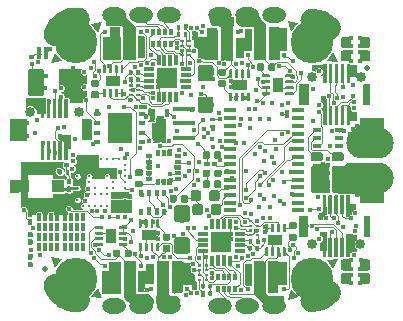
<source format=gbr>
G04 #@! TF.GenerationSoftware,KiCad,Pcbnew,(5.1.4)-1*
G04 #@! TF.CreationDate,2021-04-25T17:32:37+02:00*
G04 #@! TF.ProjectId,ultimateFC,756c7469-6d61-4746-9546-432e6b696361,rev?*
G04 #@! TF.SameCoordinates,Original*
G04 #@! TF.FileFunction,Copper,L1,Top*
G04 #@! TF.FilePolarity,Positive*
%FSLAX46Y46*%
G04 Gerber Fmt 4.6, Leading zero omitted, Abs format (unit mm)*
G04 Created by KiCad (PCBNEW (5.1.4)-1) date 2021-04-25 17:32:37*
%MOMM*%
%LPD*%
G04 APERTURE LIST*
%ADD10C,2.000000*%
%ADD11C,0.000100*%
%ADD12R,0.400000X1.000000*%
%ADD13C,0.500000*%
%ADD14R,0.300000X0.500000*%
%ADD15C,0.250000*%
%ADD16C,0.800000*%
%ADD17C,0.550000*%
%ADD18C,0.300000*%
%ADD19C,0.850000*%
%ADD20O,3.000000X2.000000*%
%ADD21O,4.000000X2.600000*%
%ADD22R,2.000000X2.000000*%
%ADD23C,1.325000*%
%ADD24C,0.400000*%
%ADD25C,0.270000*%
%ADD26C,0.100000*%
%ADD27R,0.650000X0.400000*%
%ADD28O,2.000000X1.300000*%
%ADD29O,0.400000X0.400000*%
%ADD30C,1.010000*%
%ADD31C,0.762000*%
%ADD32C,0.590000*%
%ADD33C,1.350000*%
%ADD34C,3.600000*%
%ADD35R,0.450000X0.450000*%
%ADD36R,0.900000X2.760000*%
%ADD37R,0.970000X2.760000*%
%ADD38C,0.200000*%
%ADD39R,1.300000X0.900000*%
%ADD40C,0.250000*%
%ADD41R,0.900000X1.300000*%
%ADD42R,1.800000X1.800000*%
%ADD43R,0.900000X0.300000*%
%ADD44R,0.300000X0.300000*%
%ADD45R,0.300000X0.900000*%
%ADD46R,1.000000X1.000000*%
%ADD47R,2.200000X1.050000*%
%ADD48R,2.200000X1.000000*%
%ADD49R,1.900000X0.400000*%
%ADD50C,0.350000*%
%ADD51R,2.000000X2.600000*%
%ADD52R,0.600000X0.300000*%
%ADD53R,1.100000X0.400000*%
%ADD54C,0.875000*%
%ADD55R,0.350000X0.500000*%
%ADD56R,0.400000X0.500000*%
%ADD57R,0.450000X0.700000*%
%ADD58C,0.100000*%
G04 APERTURE END LIST*
D10*
X170749338Y-61316489D02*
G75*
G02X172641421Y-60061522I1750194J-584917D01*
G01*
X170759893Y-82614193D02*
G75*
G03X172641421Y-83838478I1739639J615599D01*
G01*
X192498992Y-83844683D02*
G75*
G03X193900000Y-83200000I-317J1845346D01*
G01*
X192500033Y-60155317D02*
G75*
G02X193900000Y-60800000I-1358J-1845346D01*
G01*
D11*
G36*
X168237500Y-70300000D02*
G01*
X166862500Y-70300000D01*
X166862500Y-68500000D01*
X168237500Y-68500000D01*
X168237500Y-70300000D01*
G37*
X168237500Y-70300000D02*
X166862500Y-70300000D01*
X166862500Y-68500000D01*
X168237500Y-68500000D01*
X168237500Y-70300000D01*
G36*
X167600000Y-74675000D02*
G01*
X166875000Y-74675000D01*
X166875000Y-73675000D01*
X167600000Y-73675000D01*
X167600000Y-74675000D01*
G37*
X167600000Y-74675000D02*
X166875000Y-74675000D01*
X166875000Y-73675000D01*
X167600000Y-73675000D01*
X167600000Y-74675000D01*
D12*
X169360000Y-62900000D03*
X169960000Y-62900000D03*
D13*
X197150000Y-64175000D03*
X169875000Y-81200000D03*
D14*
X170850000Y-78400000D03*
X169350000Y-78400000D03*
X169850000Y-79400000D03*
X169850000Y-78400000D03*
X170350000Y-79400000D03*
X170850000Y-79400000D03*
X169350000Y-79400000D03*
X170350000Y-78400000D03*
X173050000Y-76700000D03*
X171550000Y-76700000D03*
X172050000Y-77700000D03*
X172050000Y-76700000D03*
X172550000Y-77700000D03*
X173050000Y-77700000D03*
X171550000Y-77700000D03*
X172550000Y-76700000D03*
X170850000Y-76700000D03*
X169350000Y-76700000D03*
X169850000Y-77700000D03*
X169850000Y-76700000D03*
X170350000Y-77700000D03*
X170850000Y-77700000D03*
X169350000Y-77700000D03*
X170350000Y-76700000D03*
X173050000Y-78400000D03*
X171550000Y-78400000D03*
X172050000Y-79400000D03*
X172050000Y-78400000D03*
X172550000Y-79400000D03*
X173050000Y-79400000D03*
X171550000Y-79400000D03*
X172550000Y-78400000D03*
D15*
G36*
X192127841Y-65525385D02*
G01*
X192135607Y-65526537D01*
X192143223Y-65528445D01*
X192150615Y-65531090D01*
X192157712Y-65534446D01*
X192164446Y-65538482D01*
X192170751Y-65543159D01*
X192176569Y-65548431D01*
X192181841Y-65554249D01*
X192186518Y-65560554D01*
X192190554Y-65567288D01*
X192193910Y-65574385D01*
X192196555Y-65581777D01*
X192198463Y-65589393D01*
X192199615Y-65597159D01*
X192200000Y-65605000D01*
X192200000Y-67245000D01*
X192199615Y-67252841D01*
X192198463Y-67260607D01*
X192196555Y-67268223D01*
X192193910Y-67275615D01*
X192190554Y-67282712D01*
X192186518Y-67289446D01*
X192181841Y-67295751D01*
X192176569Y-67301569D01*
X192170751Y-67306841D01*
X192164446Y-67311518D01*
X192157712Y-67315554D01*
X192150615Y-67318910D01*
X192143223Y-67321555D01*
X192135607Y-67323463D01*
X192127841Y-67324615D01*
X192120000Y-67325000D01*
X191480000Y-67325000D01*
X191472159Y-67324615D01*
X191464393Y-67323463D01*
X191456777Y-67321555D01*
X191449385Y-67318910D01*
X191442288Y-67315554D01*
X191435554Y-67311518D01*
X191429249Y-67306841D01*
X191423431Y-67301569D01*
X191418159Y-67295751D01*
X191413482Y-67289446D01*
X191409446Y-67282712D01*
X191406090Y-67275615D01*
X191403445Y-67268223D01*
X191401537Y-67260607D01*
X191400385Y-67252841D01*
X191400000Y-67245000D01*
X191400000Y-65605000D01*
X191400385Y-65597159D01*
X191401537Y-65589393D01*
X191403445Y-65581777D01*
X191406090Y-65574385D01*
X191409446Y-65567288D01*
X191413482Y-65560554D01*
X191418159Y-65554249D01*
X191423431Y-65548431D01*
X191429249Y-65543159D01*
X191435554Y-65538482D01*
X191442288Y-65534446D01*
X191449385Y-65531090D01*
X191456777Y-65528445D01*
X191464393Y-65526537D01*
X191472159Y-65525385D01*
X191480000Y-65525000D01*
X192120000Y-65525000D01*
X192127841Y-65525385D01*
X192127841Y-65525385D01*
G37*
D16*
X191800000Y-66425000D03*
D15*
G36*
X197325391Y-65525265D02*
G01*
X197330730Y-65526057D01*
X197335966Y-65527368D01*
X197341048Y-65529187D01*
X197345927Y-65531494D01*
X197350556Y-65534269D01*
X197354892Y-65537484D01*
X197358891Y-65541109D01*
X197362516Y-65545108D01*
X197365731Y-65549444D01*
X197368506Y-65554073D01*
X197370813Y-65558952D01*
X197372632Y-65564034D01*
X197373943Y-65569270D01*
X197374735Y-65574609D01*
X197375000Y-65580000D01*
X197375000Y-67270000D01*
X197374735Y-67275391D01*
X197373943Y-67280730D01*
X197372632Y-67285966D01*
X197370813Y-67291048D01*
X197368506Y-67295927D01*
X197365731Y-67300556D01*
X197362516Y-67304892D01*
X197358891Y-67308891D01*
X197354892Y-67312516D01*
X197350556Y-67315731D01*
X197345927Y-67318506D01*
X197341048Y-67320813D01*
X197335966Y-67322632D01*
X197330730Y-67323943D01*
X197325391Y-67324735D01*
X197320000Y-67325000D01*
X196880000Y-67325000D01*
X196874609Y-67324735D01*
X196869270Y-67323943D01*
X196864034Y-67322632D01*
X196858952Y-67320813D01*
X196854073Y-67318506D01*
X196849444Y-67315731D01*
X196845108Y-67312516D01*
X196841109Y-67308891D01*
X196837484Y-67304892D01*
X196834269Y-67300556D01*
X196831494Y-67295927D01*
X196829187Y-67291048D01*
X196827368Y-67285966D01*
X196826057Y-67280730D01*
X196825265Y-67275391D01*
X196825000Y-67270000D01*
X196825000Y-65580000D01*
X196825265Y-65574609D01*
X196826057Y-65569270D01*
X196827368Y-65564034D01*
X196829187Y-65558952D01*
X196831494Y-65554073D01*
X196834269Y-65549444D01*
X196837484Y-65545108D01*
X196841109Y-65541109D01*
X196845108Y-65537484D01*
X196849444Y-65534269D01*
X196854073Y-65531494D01*
X196858952Y-65529187D01*
X196864034Y-65527368D01*
X196869270Y-65526057D01*
X196874609Y-65525265D01*
X196880000Y-65525000D01*
X197320000Y-65525000D01*
X197325391Y-65525265D01*
X197325391Y-65525265D01*
G37*
D17*
X197100000Y-66425000D03*
D15*
G36*
X195672941Y-67425144D02*
G01*
X195675853Y-67425576D01*
X195678709Y-67426292D01*
X195681481Y-67427284D01*
X195684142Y-67428542D01*
X195686667Y-67430056D01*
X195689032Y-67431810D01*
X195691213Y-67433787D01*
X195693190Y-67435968D01*
X195694944Y-67438333D01*
X195696458Y-67440858D01*
X195697716Y-67443519D01*
X195698708Y-67446291D01*
X195699424Y-67449147D01*
X195699856Y-67452059D01*
X195700000Y-67455000D01*
X195700000Y-68995000D01*
X195699856Y-68997941D01*
X195699424Y-69000853D01*
X195698708Y-69003709D01*
X195697716Y-69006481D01*
X195696458Y-69009142D01*
X195694944Y-69011667D01*
X195693190Y-69014032D01*
X195691213Y-69016213D01*
X195689032Y-69018190D01*
X195686667Y-69019944D01*
X195684142Y-69021458D01*
X195681481Y-69022716D01*
X195678709Y-69023708D01*
X195675853Y-69024424D01*
X195672941Y-69024856D01*
X195670000Y-69025000D01*
X195430000Y-69025000D01*
X195427059Y-69024856D01*
X195424147Y-69024424D01*
X195421291Y-69023708D01*
X195418519Y-69022716D01*
X195415858Y-69021458D01*
X195413333Y-69019944D01*
X195410968Y-69018190D01*
X195408787Y-69016213D01*
X195406810Y-69014032D01*
X195405056Y-69011667D01*
X195403542Y-69009142D01*
X195402284Y-69006481D01*
X195401292Y-69003709D01*
X195400576Y-69000853D01*
X195400144Y-68997941D01*
X195400000Y-68995000D01*
X195400000Y-67455000D01*
X195400144Y-67452059D01*
X195400576Y-67449147D01*
X195401292Y-67446291D01*
X195402284Y-67443519D01*
X195403542Y-67440858D01*
X195405056Y-67438333D01*
X195406810Y-67435968D01*
X195408787Y-67433787D01*
X195410968Y-67431810D01*
X195413333Y-67430056D01*
X195415858Y-67428542D01*
X195418519Y-67427284D01*
X195421291Y-67426292D01*
X195424147Y-67425576D01*
X195427059Y-67425144D01*
X195430000Y-67425000D01*
X195670000Y-67425000D01*
X195672941Y-67425144D01*
X195672941Y-67425144D01*
G37*
D18*
X195550000Y-68225000D03*
D15*
G36*
X195172941Y-67425144D02*
G01*
X195175853Y-67425576D01*
X195178709Y-67426292D01*
X195181481Y-67427284D01*
X195184142Y-67428542D01*
X195186667Y-67430056D01*
X195189032Y-67431810D01*
X195191213Y-67433787D01*
X195193190Y-67435968D01*
X195194944Y-67438333D01*
X195196458Y-67440858D01*
X195197716Y-67443519D01*
X195198708Y-67446291D01*
X195199424Y-67449147D01*
X195199856Y-67452059D01*
X195200000Y-67455000D01*
X195200000Y-68995000D01*
X195199856Y-68997941D01*
X195199424Y-69000853D01*
X195198708Y-69003709D01*
X195197716Y-69006481D01*
X195196458Y-69009142D01*
X195194944Y-69011667D01*
X195193190Y-69014032D01*
X195191213Y-69016213D01*
X195189032Y-69018190D01*
X195186667Y-69019944D01*
X195184142Y-69021458D01*
X195181481Y-69022716D01*
X195178709Y-69023708D01*
X195175853Y-69024424D01*
X195172941Y-69024856D01*
X195170000Y-69025000D01*
X194930000Y-69025000D01*
X194927059Y-69024856D01*
X194924147Y-69024424D01*
X194921291Y-69023708D01*
X194918519Y-69022716D01*
X194915858Y-69021458D01*
X194913333Y-69019944D01*
X194910968Y-69018190D01*
X194908787Y-69016213D01*
X194906810Y-69014032D01*
X194905056Y-69011667D01*
X194903542Y-69009142D01*
X194902284Y-69006481D01*
X194901292Y-69003709D01*
X194900576Y-69000853D01*
X194900144Y-68997941D01*
X194900000Y-68995000D01*
X194900000Y-67455000D01*
X194900144Y-67452059D01*
X194900576Y-67449147D01*
X194901292Y-67446291D01*
X194902284Y-67443519D01*
X194903542Y-67440858D01*
X194905056Y-67438333D01*
X194906810Y-67435968D01*
X194908787Y-67433787D01*
X194910968Y-67431810D01*
X194913333Y-67430056D01*
X194915858Y-67428542D01*
X194918519Y-67427284D01*
X194921291Y-67426292D01*
X194924147Y-67425576D01*
X194927059Y-67425144D01*
X194930000Y-67425000D01*
X195170000Y-67425000D01*
X195172941Y-67425144D01*
X195172941Y-67425144D01*
G37*
D18*
X195050000Y-68225000D03*
D15*
G36*
X194672941Y-67425144D02*
G01*
X194675853Y-67425576D01*
X194678709Y-67426292D01*
X194681481Y-67427284D01*
X194684142Y-67428542D01*
X194686667Y-67430056D01*
X194689032Y-67431810D01*
X194691213Y-67433787D01*
X194693190Y-67435968D01*
X194694944Y-67438333D01*
X194696458Y-67440858D01*
X194697716Y-67443519D01*
X194698708Y-67446291D01*
X194699424Y-67449147D01*
X194699856Y-67452059D01*
X194700000Y-67455000D01*
X194700000Y-68995000D01*
X194699856Y-68997941D01*
X194699424Y-69000853D01*
X194698708Y-69003709D01*
X194697716Y-69006481D01*
X194696458Y-69009142D01*
X194694944Y-69011667D01*
X194693190Y-69014032D01*
X194691213Y-69016213D01*
X194689032Y-69018190D01*
X194686667Y-69019944D01*
X194684142Y-69021458D01*
X194681481Y-69022716D01*
X194678709Y-69023708D01*
X194675853Y-69024424D01*
X194672941Y-69024856D01*
X194670000Y-69025000D01*
X194430000Y-69025000D01*
X194427059Y-69024856D01*
X194424147Y-69024424D01*
X194421291Y-69023708D01*
X194418519Y-69022716D01*
X194415858Y-69021458D01*
X194413333Y-69019944D01*
X194410968Y-69018190D01*
X194408787Y-69016213D01*
X194406810Y-69014032D01*
X194405056Y-69011667D01*
X194403542Y-69009142D01*
X194402284Y-69006481D01*
X194401292Y-69003709D01*
X194400576Y-69000853D01*
X194400144Y-68997941D01*
X194400000Y-68995000D01*
X194400000Y-67455000D01*
X194400144Y-67452059D01*
X194400576Y-67449147D01*
X194401292Y-67446291D01*
X194402284Y-67443519D01*
X194403542Y-67440858D01*
X194405056Y-67438333D01*
X194406810Y-67435968D01*
X194408787Y-67433787D01*
X194410968Y-67431810D01*
X194413333Y-67430056D01*
X194415858Y-67428542D01*
X194418519Y-67427284D01*
X194421291Y-67426292D01*
X194424147Y-67425576D01*
X194427059Y-67425144D01*
X194430000Y-67425000D01*
X194670000Y-67425000D01*
X194672941Y-67425144D01*
X194672941Y-67425144D01*
G37*
D18*
X194550000Y-68225000D03*
D15*
G36*
X194172941Y-67425144D02*
G01*
X194175853Y-67425576D01*
X194178709Y-67426292D01*
X194181481Y-67427284D01*
X194184142Y-67428542D01*
X194186667Y-67430056D01*
X194189032Y-67431810D01*
X194191213Y-67433787D01*
X194193190Y-67435968D01*
X194194944Y-67438333D01*
X194196458Y-67440858D01*
X194197716Y-67443519D01*
X194198708Y-67446291D01*
X194199424Y-67449147D01*
X194199856Y-67452059D01*
X194200000Y-67455000D01*
X194200000Y-68995000D01*
X194199856Y-68997941D01*
X194199424Y-69000853D01*
X194198708Y-69003709D01*
X194197716Y-69006481D01*
X194196458Y-69009142D01*
X194194944Y-69011667D01*
X194193190Y-69014032D01*
X194191213Y-69016213D01*
X194189032Y-69018190D01*
X194186667Y-69019944D01*
X194184142Y-69021458D01*
X194181481Y-69022716D01*
X194178709Y-69023708D01*
X194175853Y-69024424D01*
X194172941Y-69024856D01*
X194170000Y-69025000D01*
X193930000Y-69025000D01*
X193927059Y-69024856D01*
X193924147Y-69024424D01*
X193921291Y-69023708D01*
X193918519Y-69022716D01*
X193915858Y-69021458D01*
X193913333Y-69019944D01*
X193910968Y-69018190D01*
X193908787Y-69016213D01*
X193906810Y-69014032D01*
X193905056Y-69011667D01*
X193903542Y-69009142D01*
X193902284Y-69006481D01*
X193901292Y-69003709D01*
X193900576Y-69000853D01*
X193900144Y-68997941D01*
X193900000Y-68995000D01*
X193900000Y-67455000D01*
X193900144Y-67452059D01*
X193900576Y-67449147D01*
X193901292Y-67446291D01*
X193902284Y-67443519D01*
X193903542Y-67440858D01*
X193905056Y-67438333D01*
X193906810Y-67435968D01*
X193908787Y-67433787D01*
X193910968Y-67431810D01*
X193913333Y-67430056D01*
X193915858Y-67428542D01*
X193918519Y-67427284D01*
X193921291Y-67426292D01*
X193924147Y-67425576D01*
X193927059Y-67425144D01*
X193930000Y-67425000D01*
X194170000Y-67425000D01*
X194172941Y-67425144D01*
X194172941Y-67425144D01*
G37*
D18*
X194050000Y-68225000D03*
D15*
G36*
X193672941Y-67425144D02*
G01*
X193675853Y-67425576D01*
X193678709Y-67426292D01*
X193681481Y-67427284D01*
X193684142Y-67428542D01*
X193686667Y-67430056D01*
X193689032Y-67431810D01*
X193691213Y-67433787D01*
X193693190Y-67435968D01*
X193694944Y-67438333D01*
X193696458Y-67440858D01*
X193697716Y-67443519D01*
X193698708Y-67446291D01*
X193699424Y-67449147D01*
X193699856Y-67452059D01*
X193700000Y-67455000D01*
X193700000Y-68995000D01*
X193699856Y-68997941D01*
X193699424Y-69000853D01*
X193698708Y-69003709D01*
X193697716Y-69006481D01*
X193696458Y-69009142D01*
X193694944Y-69011667D01*
X193693190Y-69014032D01*
X193691213Y-69016213D01*
X193689032Y-69018190D01*
X193686667Y-69019944D01*
X193684142Y-69021458D01*
X193681481Y-69022716D01*
X193678709Y-69023708D01*
X193675853Y-69024424D01*
X193672941Y-69024856D01*
X193670000Y-69025000D01*
X193430000Y-69025000D01*
X193427059Y-69024856D01*
X193424147Y-69024424D01*
X193421291Y-69023708D01*
X193418519Y-69022716D01*
X193415858Y-69021458D01*
X193413333Y-69019944D01*
X193410968Y-69018190D01*
X193408787Y-69016213D01*
X193406810Y-69014032D01*
X193405056Y-69011667D01*
X193403542Y-69009142D01*
X193402284Y-69006481D01*
X193401292Y-69003709D01*
X193400576Y-69000853D01*
X193400144Y-68997941D01*
X193400000Y-68995000D01*
X193400000Y-67455000D01*
X193400144Y-67452059D01*
X193400576Y-67449147D01*
X193401292Y-67446291D01*
X193402284Y-67443519D01*
X193403542Y-67440858D01*
X193405056Y-67438333D01*
X193406810Y-67435968D01*
X193408787Y-67433787D01*
X193410968Y-67431810D01*
X193413333Y-67430056D01*
X193415858Y-67428542D01*
X193418519Y-67427284D01*
X193421291Y-67426292D01*
X193424147Y-67425576D01*
X193427059Y-67425144D01*
X193430000Y-67425000D01*
X193670000Y-67425000D01*
X193672941Y-67425144D01*
X193672941Y-67425144D01*
G37*
D18*
X193550000Y-68225000D03*
D15*
G36*
X193672941Y-63825144D02*
G01*
X193675853Y-63825576D01*
X193678709Y-63826292D01*
X193681481Y-63827284D01*
X193684142Y-63828542D01*
X193686667Y-63830056D01*
X193689032Y-63831810D01*
X193691213Y-63833787D01*
X193693190Y-63835968D01*
X193694944Y-63838333D01*
X193696458Y-63840858D01*
X193697716Y-63843519D01*
X193698708Y-63846291D01*
X193699424Y-63849147D01*
X193699856Y-63852059D01*
X193700000Y-63855000D01*
X193700000Y-65395000D01*
X193699856Y-65397941D01*
X193699424Y-65400853D01*
X193698708Y-65403709D01*
X193697716Y-65406481D01*
X193696458Y-65409142D01*
X193694944Y-65411667D01*
X193693190Y-65414032D01*
X193691213Y-65416213D01*
X193689032Y-65418190D01*
X193686667Y-65419944D01*
X193684142Y-65421458D01*
X193681481Y-65422716D01*
X193678709Y-65423708D01*
X193675853Y-65424424D01*
X193672941Y-65424856D01*
X193670000Y-65425000D01*
X193430000Y-65425000D01*
X193427059Y-65424856D01*
X193424147Y-65424424D01*
X193421291Y-65423708D01*
X193418519Y-65422716D01*
X193415858Y-65421458D01*
X193413333Y-65419944D01*
X193410968Y-65418190D01*
X193408787Y-65416213D01*
X193406810Y-65414032D01*
X193405056Y-65411667D01*
X193403542Y-65409142D01*
X193402284Y-65406481D01*
X193401292Y-65403709D01*
X193400576Y-65400853D01*
X193400144Y-65397941D01*
X193400000Y-65395000D01*
X193400000Y-63855000D01*
X193400144Y-63852059D01*
X193400576Y-63849147D01*
X193401292Y-63846291D01*
X193402284Y-63843519D01*
X193403542Y-63840858D01*
X193405056Y-63838333D01*
X193406810Y-63835968D01*
X193408787Y-63833787D01*
X193410968Y-63831810D01*
X193413333Y-63830056D01*
X193415858Y-63828542D01*
X193418519Y-63827284D01*
X193421291Y-63826292D01*
X193424147Y-63825576D01*
X193427059Y-63825144D01*
X193430000Y-63825000D01*
X193670000Y-63825000D01*
X193672941Y-63825144D01*
X193672941Y-63825144D01*
G37*
D18*
X193550000Y-64625000D03*
D15*
G36*
X194172941Y-63825144D02*
G01*
X194175853Y-63825576D01*
X194178709Y-63826292D01*
X194181481Y-63827284D01*
X194184142Y-63828542D01*
X194186667Y-63830056D01*
X194189032Y-63831810D01*
X194191213Y-63833787D01*
X194193190Y-63835968D01*
X194194944Y-63838333D01*
X194196458Y-63840858D01*
X194197716Y-63843519D01*
X194198708Y-63846291D01*
X194199424Y-63849147D01*
X194199856Y-63852059D01*
X194200000Y-63855000D01*
X194200000Y-65395000D01*
X194199856Y-65397941D01*
X194199424Y-65400853D01*
X194198708Y-65403709D01*
X194197716Y-65406481D01*
X194196458Y-65409142D01*
X194194944Y-65411667D01*
X194193190Y-65414032D01*
X194191213Y-65416213D01*
X194189032Y-65418190D01*
X194186667Y-65419944D01*
X194184142Y-65421458D01*
X194181481Y-65422716D01*
X194178709Y-65423708D01*
X194175853Y-65424424D01*
X194172941Y-65424856D01*
X194170000Y-65425000D01*
X193930000Y-65425000D01*
X193927059Y-65424856D01*
X193924147Y-65424424D01*
X193921291Y-65423708D01*
X193918519Y-65422716D01*
X193915858Y-65421458D01*
X193913333Y-65419944D01*
X193910968Y-65418190D01*
X193908787Y-65416213D01*
X193906810Y-65414032D01*
X193905056Y-65411667D01*
X193903542Y-65409142D01*
X193902284Y-65406481D01*
X193901292Y-65403709D01*
X193900576Y-65400853D01*
X193900144Y-65397941D01*
X193900000Y-65395000D01*
X193900000Y-63855000D01*
X193900144Y-63852059D01*
X193900576Y-63849147D01*
X193901292Y-63846291D01*
X193902284Y-63843519D01*
X193903542Y-63840858D01*
X193905056Y-63838333D01*
X193906810Y-63835968D01*
X193908787Y-63833787D01*
X193910968Y-63831810D01*
X193913333Y-63830056D01*
X193915858Y-63828542D01*
X193918519Y-63827284D01*
X193921291Y-63826292D01*
X193924147Y-63825576D01*
X193927059Y-63825144D01*
X193930000Y-63825000D01*
X194170000Y-63825000D01*
X194172941Y-63825144D01*
X194172941Y-63825144D01*
G37*
D18*
X194050000Y-64625000D03*
D15*
G36*
X194672941Y-63825144D02*
G01*
X194675853Y-63825576D01*
X194678709Y-63826292D01*
X194681481Y-63827284D01*
X194684142Y-63828542D01*
X194686667Y-63830056D01*
X194689032Y-63831810D01*
X194691213Y-63833787D01*
X194693190Y-63835968D01*
X194694944Y-63838333D01*
X194696458Y-63840858D01*
X194697716Y-63843519D01*
X194698708Y-63846291D01*
X194699424Y-63849147D01*
X194699856Y-63852059D01*
X194700000Y-63855000D01*
X194700000Y-65395000D01*
X194699856Y-65397941D01*
X194699424Y-65400853D01*
X194698708Y-65403709D01*
X194697716Y-65406481D01*
X194696458Y-65409142D01*
X194694944Y-65411667D01*
X194693190Y-65414032D01*
X194691213Y-65416213D01*
X194689032Y-65418190D01*
X194686667Y-65419944D01*
X194684142Y-65421458D01*
X194681481Y-65422716D01*
X194678709Y-65423708D01*
X194675853Y-65424424D01*
X194672941Y-65424856D01*
X194670000Y-65425000D01*
X194430000Y-65425000D01*
X194427059Y-65424856D01*
X194424147Y-65424424D01*
X194421291Y-65423708D01*
X194418519Y-65422716D01*
X194415858Y-65421458D01*
X194413333Y-65419944D01*
X194410968Y-65418190D01*
X194408787Y-65416213D01*
X194406810Y-65414032D01*
X194405056Y-65411667D01*
X194403542Y-65409142D01*
X194402284Y-65406481D01*
X194401292Y-65403709D01*
X194400576Y-65400853D01*
X194400144Y-65397941D01*
X194400000Y-65395000D01*
X194400000Y-63855000D01*
X194400144Y-63852059D01*
X194400576Y-63849147D01*
X194401292Y-63846291D01*
X194402284Y-63843519D01*
X194403542Y-63840858D01*
X194405056Y-63838333D01*
X194406810Y-63835968D01*
X194408787Y-63833787D01*
X194410968Y-63831810D01*
X194413333Y-63830056D01*
X194415858Y-63828542D01*
X194418519Y-63827284D01*
X194421291Y-63826292D01*
X194424147Y-63825576D01*
X194427059Y-63825144D01*
X194430000Y-63825000D01*
X194670000Y-63825000D01*
X194672941Y-63825144D01*
X194672941Y-63825144D01*
G37*
D18*
X194550000Y-64625000D03*
D15*
G36*
X195172941Y-63825144D02*
G01*
X195175853Y-63825576D01*
X195178709Y-63826292D01*
X195181481Y-63827284D01*
X195184142Y-63828542D01*
X195186667Y-63830056D01*
X195189032Y-63831810D01*
X195191213Y-63833787D01*
X195193190Y-63835968D01*
X195194944Y-63838333D01*
X195196458Y-63840858D01*
X195197716Y-63843519D01*
X195198708Y-63846291D01*
X195199424Y-63849147D01*
X195199856Y-63852059D01*
X195200000Y-63855000D01*
X195200000Y-65395000D01*
X195199856Y-65397941D01*
X195199424Y-65400853D01*
X195198708Y-65403709D01*
X195197716Y-65406481D01*
X195196458Y-65409142D01*
X195194944Y-65411667D01*
X195193190Y-65414032D01*
X195191213Y-65416213D01*
X195189032Y-65418190D01*
X195186667Y-65419944D01*
X195184142Y-65421458D01*
X195181481Y-65422716D01*
X195178709Y-65423708D01*
X195175853Y-65424424D01*
X195172941Y-65424856D01*
X195170000Y-65425000D01*
X194930000Y-65425000D01*
X194927059Y-65424856D01*
X194924147Y-65424424D01*
X194921291Y-65423708D01*
X194918519Y-65422716D01*
X194915858Y-65421458D01*
X194913333Y-65419944D01*
X194910968Y-65418190D01*
X194908787Y-65416213D01*
X194906810Y-65414032D01*
X194905056Y-65411667D01*
X194903542Y-65409142D01*
X194902284Y-65406481D01*
X194901292Y-65403709D01*
X194900576Y-65400853D01*
X194900144Y-65397941D01*
X194900000Y-65395000D01*
X194900000Y-63855000D01*
X194900144Y-63852059D01*
X194900576Y-63849147D01*
X194901292Y-63846291D01*
X194902284Y-63843519D01*
X194903542Y-63840858D01*
X194905056Y-63838333D01*
X194906810Y-63835968D01*
X194908787Y-63833787D01*
X194910968Y-63831810D01*
X194913333Y-63830056D01*
X194915858Y-63828542D01*
X194918519Y-63827284D01*
X194921291Y-63826292D01*
X194924147Y-63825576D01*
X194927059Y-63825144D01*
X194930000Y-63825000D01*
X195170000Y-63825000D01*
X195172941Y-63825144D01*
X195172941Y-63825144D01*
G37*
D18*
X195050000Y-64625000D03*
D15*
G36*
X195672941Y-63825144D02*
G01*
X195675853Y-63825576D01*
X195678709Y-63826292D01*
X195681481Y-63827284D01*
X195684142Y-63828542D01*
X195686667Y-63830056D01*
X195689032Y-63831810D01*
X195691213Y-63833787D01*
X195693190Y-63835968D01*
X195694944Y-63838333D01*
X195696458Y-63840858D01*
X195697716Y-63843519D01*
X195698708Y-63846291D01*
X195699424Y-63849147D01*
X195699856Y-63852059D01*
X195700000Y-63855000D01*
X195700000Y-65395000D01*
X195699856Y-65397941D01*
X195699424Y-65400853D01*
X195698708Y-65403709D01*
X195697716Y-65406481D01*
X195696458Y-65409142D01*
X195694944Y-65411667D01*
X195693190Y-65414032D01*
X195691213Y-65416213D01*
X195689032Y-65418190D01*
X195686667Y-65419944D01*
X195684142Y-65421458D01*
X195681481Y-65422716D01*
X195678709Y-65423708D01*
X195675853Y-65424424D01*
X195672941Y-65424856D01*
X195670000Y-65425000D01*
X195430000Y-65425000D01*
X195427059Y-65424856D01*
X195424147Y-65424424D01*
X195421291Y-65423708D01*
X195418519Y-65422716D01*
X195415858Y-65421458D01*
X195413333Y-65419944D01*
X195410968Y-65418190D01*
X195408787Y-65416213D01*
X195406810Y-65414032D01*
X195405056Y-65411667D01*
X195403542Y-65409142D01*
X195402284Y-65406481D01*
X195401292Y-65403709D01*
X195400576Y-65400853D01*
X195400144Y-65397941D01*
X195400000Y-65395000D01*
X195400000Y-63855000D01*
X195400144Y-63852059D01*
X195400576Y-63849147D01*
X195401292Y-63846291D01*
X195402284Y-63843519D01*
X195403542Y-63840858D01*
X195405056Y-63838333D01*
X195406810Y-63835968D01*
X195408787Y-63833787D01*
X195410968Y-63831810D01*
X195413333Y-63830056D01*
X195415858Y-63828542D01*
X195418519Y-63827284D01*
X195421291Y-63826292D01*
X195424147Y-63825576D01*
X195427059Y-63825144D01*
X195430000Y-63825000D01*
X195670000Y-63825000D01*
X195672941Y-63825144D01*
X195672941Y-63825144D01*
G37*
D18*
X195550000Y-64625000D03*
D19*
X192500000Y-64925000D03*
X196600000Y-64925000D03*
X192460000Y-79070000D03*
X196560000Y-79070000D03*
D15*
G36*
X193632941Y-78570144D02*
G01*
X193635853Y-78570576D01*
X193638709Y-78571292D01*
X193641481Y-78572284D01*
X193644142Y-78573542D01*
X193646667Y-78575056D01*
X193649032Y-78576810D01*
X193651213Y-78578787D01*
X193653190Y-78580968D01*
X193654944Y-78583333D01*
X193656458Y-78585858D01*
X193657716Y-78588519D01*
X193658708Y-78591291D01*
X193659424Y-78594147D01*
X193659856Y-78597059D01*
X193660000Y-78600000D01*
X193660000Y-80140000D01*
X193659856Y-80142941D01*
X193659424Y-80145853D01*
X193658708Y-80148709D01*
X193657716Y-80151481D01*
X193656458Y-80154142D01*
X193654944Y-80156667D01*
X193653190Y-80159032D01*
X193651213Y-80161213D01*
X193649032Y-80163190D01*
X193646667Y-80164944D01*
X193644142Y-80166458D01*
X193641481Y-80167716D01*
X193638709Y-80168708D01*
X193635853Y-80169424D01*
X193632941Y-80169856D01*
X193630000Y-80170000D01*
X193390000Y-80170000D01*
X193387059Y-80169856D01*
X193384147Y-80169424D01*
X193381291Y-80168708D01*
X193378519Y-80167716D01*
X193375858Y-80166458D01*
X193373333Y-80164944D01*
X193370968Y-80163190D01*
X193368787Y-80161213D01*
X193366810Y-80159032D01*
X193365056Y-80156667D01*
X193363542Y-80154142D01*
X193362284Y-80151481D01*
X193361292Y-80148709D01*
X193360576Y-80145853D01*
X193360144Y-80142941D01*
X193360000Y-80140000D01*
X193360000Y-78600000D01*
X193360144Y-78597059D01*
X193360576Y-78594147D01*
X193361292Y-78591291D01*
X193362284Y-78588519D01*
X193363542Y-78585858D01*
X193365056Y-78583333D01*
X193366810Y-78580968D01*
X193368787Y-78578787D01*
X193370968Y-78576810D01*
X193373333Y-78575056D01*
X193375858Y-78573542D01*
X193378519Y-78572284D01*
X193381291Y-78571292D01*
X193384147Y-78570576D01*
X193387059Y-78570144D01*
X193390000Y-78570000D01*
X193630000Y-78570000D01*
X193632941Y-78570144D01*
X193632941Y-78570144D01*
G37*
D18*
X193510000Y-79370000D03*
D15*
G36*
X194132941Y-78570144D02*
G01*
X194135853Y-78570576D01*
X194138709Y-78571292D01*
X194141481Y-78572284D01*
X194144142Y-78573542D01*
X194146667Y-78575056D01*
X194149032Y-78576810D01*
X194151213Y-78578787D01*
X194153190Y-78580968D01*
X194154944Y-78583333D01*
X194156458Y-78585858D01*
X194157716Y-78588519D01*
X194158708Y-78591291D01*
X194159424Y-78594147D01*
X194159856Y-78597059D01*
X194160000Y-78600000D01*
X194160000Y-80140000D01*
X194159856Y-80142941D01*
X194159424Y-80145853D01*
X194158708Y-80148709D01*
X194157716Y-80151481D01*
X194156458Y-80154142D01*
X194154944Y-80156667D01*
X194153190Y-80159032D01*
X194151213Y-80161213D01*
X194149032Y-80163190D01*
X194146667Y-80164944D01*
X194144142Y-80166458D01*
X194141481Y-80167716D01*
X194138709Y-80168708D01*
X194135853Y-80169424D01*
X194132941Y-80169856D01*
X194130000Y-80170000D01*
X193890000Y-80170000D01*
X193887059Y-80169856D01*
X193884147Y-80169424D01*
X193881291Y-80168708D01*
X193878519Y-80167716D01*
X193875858Y-80166458D01*
X193873333Y-80164944D01*
X193870968Y-80163190D01*
X193868787Y-80161213D01*
X193866810Y-80159032D01*
X193865056Y-80156667D01*
X193863542Y-80154142D01*
X193862284Y-80151481D01*
X193861292Y-80148709D01*
X193860576Y-80145853D01*
X193860144Y-80142941D01*
X193860000Y-80140000D01*
X193860000Y-78600000D01*
X193860144Y-78597059D01*
X193860576Y-78594147D01*
X193861292Y-78591291D01*
X193862284Y-78588519D01*
X193863542Y-78585858D01*
X193865056Y-78583333D01*
X193866810Y-78580968D01*
X193868787Y-78578787D01*
X193870968Y-78576810D01*
X193873333Y-78575056D01*
X193875858Y-78573542D01*
X193878519Y-78572284D01*
X193881291Y-78571292D01*
X193884147Y-78570576D01*
X193887059Y-78570144D01*
X193890000Y-78570000D01*
X194130000Y-78570000D01*
X194132941Y-78570144D01*
X194132941Y-78570144D01*
G37*
D18*
X194010000Y-79370000D03*
D15*
G36*
X194632941Y-78570144D02*
G01*
X194635853Y-78570576D01*
X194638709Y-78571292D01*
X194641481Y-78572284D01*
X194644142Y-78573542D01*
X194646667Y-78575056D01*
X194649032Y-78576810D01*
X194651213Y-78578787D01*
X194653190Y-78580968D01*
X194654944Y-78583333D01*
X194656458Y-78585858D01*
X194657716Y-78588519D01*
X194658708Y-78591291D01*
X194659424Y-78594147D01*
X194659856Y-78597059D01*
X194660000Y-78600000D01*
X194660000Y-80140000D01*
X194659856Y-80142941D01*
X194659424Y-80145853D01*
X194658708Y-80148709D01*
X194657716Y-80151481D01*
X194656458Y-80154142D01*
X194654944Y-80156667D01*
X194653190Y-80159032D01*
X194651213Y-80161213D01*
X194649032Y-80163190D01*
X194646667Y-80164944D01*
X194644142Y-80166458D01*
X194641481Y-80167716D01*
X194638709Y-80168708D01*
X194635853Y-80169424D01*
X194632941Y-80169856D01*
X194630000Y-80170000D01*
X194390000Y-80170000D01*
X194387059Y-80169856D01*
X194384147Y-80169424D01*
X194381291Y-80168708D01*
X194378519Y-80167716D01*
X194375858Y-80166458D01*
X194373333Y-80164944D01*
X194370968Y-80163190D01*
X194368787Y-80161213D01*
X194366810Y-80159032D01*
X194365056Y-80156667D01*
X194363542Y-80154142D01*
X194362284Y-80151481D01*
X194361292Y-80148709D01*
X194360576Y-80145853D01*
X194360144Y-80142941D01*
X194360000Y-80140000D01*
X194360000Y-78600000D01*
X194360144Y-78597059D01*
X194360576Y-78594147D01*
X194361292Y-78591291D01*
X194362284Y-78588519D01*
X194363542Y-78585858D01*
X194365056Y-78583333D01*
X194366810Y-78580968D01*
X194368787Y-78578787D01*
X194370968Y-78576810D01*
X194373333Y-78575056D01*
X194375858Y-78573542D01*
X194378519Y-78572284D01*
X194381291Y-78571292D01*
X194384147Y-78570576D01*
X194387059Y-78570144D01*
X194390000Y-78570000D01*
X194630000Y-78570000D01*
X194632941Y-78570144D01*
X194632941Y-78570144D01*
G37*
D18*
X194510000Y-79370000D03*
D15*
G36*
X195132941Y-78570144D02*
G01*
X195135853Y-78570576D01*
X195138709Y-78571292D01*
X195141481Y-78572284D01*
X195144142Y-78573542D01*
X195146667Y-78575056D01*
X195149032Y-78576810D01*
X195151213Y-78578787D01*
X195153190Y-78580968D01*
X195154944Y-78583333D01*
X195156458Y-78585858D01*
X195157716Y-78588519D01*
X195158708Y-78591291D01*
X195159424Y-78594147D01*
X195159856Y-78597059D01*
X195160000Y-78600000D01*
X195160000Y-80140000D01*
X195159856Y-80142941D01*
X195159424Y-80145853D01*
X195158708Y-80148709D01*
X195157716Y-80151481D01*
X195156458Y-80154142D01*
X195154944Y-80156667D01*
X195153190Y-80159032D01*
X195151213Y-80161213D01*
X195149032Y-80163190D01*
X195146667Y-80164944D01*
X195144142Y-80166458D01*
X195141481Y-80167716D01*
X195138709Y-80168708D01*
X195135853Y-80169424D01*
X195132941Y-80169856D01*
X195130000Y-80170000D01*
X194890000Y-80170000D01*
X194887059Y-80169856D01*
X194884147Y-80169424D01*
X194881291Y-80168708D01*
X194878519Y-80167716D01*
X194875858Y-80166458D01*
X194873333Y-80164944D01*
X194870968Y-80163190D01*
X194868787Y-80161213D01*
X194866810Y-80159032D01*
X194865056Y-80156667D01*
X194863542Y-80154142D01*
X194862284Y-80151481D01*
X194861292Y-80148709D01*
X194860576Y-80145853D01*
X194860144Y-80142941D01*
X194860000Y-80140000D01*
X194860000Y-78600000D01*
X194860144Y-78597059D01*
X194860576Y-78594147D01*
X194861292Y-78591291D01*
X194862284Y-78588519D01*
X194863542Y-78585858D01*
X194865056Y-78583333D01*
X194866810Y-78580968D01*
X194868787Y-78578787D01*
X194870968Y-78576810D01*
X194873333Y-78575056D01*
X194875858Y-78573542D01*
X194878519Y-78572284D01*
X194881291Y-78571292D01*
X194884147Y-78570576D01*
X194887059Y-78570144D01*
X194890000Y-78570000D01*
X195130000Y-78570000D01*
X195132941Y-78570144D01*
X195132941Y-78570144D01*
G37*
D18*
X195010000Y-79370000D03*
D15*
G36*
X195632941Y-78570144D02*
G01*
X195635853Y-78570576D01*
X195638709Y-78571292D01*
X195641481Y-78572284D01*
X195644142Y-78573542D01*
X195646667Y-78575056D01*
X195649032Y-78576810D01*
X195651213Y-78578787D01*
X195653190Y-78580968D01*
X195654944Y-78583333D01*
X195656458Y-78585858D01*
X195657716Y-78588519D01*
X195658708Y-78591291D01*
X195659424Y-78594147D01*
X195659856Y-78597059D01*
X195660000Y-78600000D01*
X195660000Y-80140000D01*
X195659856Y-80142941D01*
X195659424Y-80145853D01*
X195658708Y-80148709D01*
X195657716Y-80151481D01*
X195656458Y-80154142D01*
X195654944Y-80156667D01*
X195653190Y-80159032D01*
X195651213Y-80161213D01*
X195649032Y-80163190D01*
X195646667Y-80164944D01*
X195644142Y-80166458D01*
X195641481Y-80167716D01*
X195638709Y-80168708D01*
X195635853Y-80169424D01*
X195632941Y-80169856D01*
X195630000Y-80170000D01*
X195390000Y-80170000D01*
X195387059Y-80169856D01*
X195384147Y-80169424D01*
X195381291Y-80168708D01*
X195378519Y-80167716D01*
X195375858Y-80166458D01*
X195373333Y-80164944D01*
X195370968Y-80163190D01*
X195368787Y-80161213D01*
X195366810Y-80159032D01*
X195365056Y-80156667D01*
X195363542Y-80154142D01*
X195362284Y-80151481D01*
X195361292Y-80148709D01*
X195360576Y-80145853D01*
X195360144Y-80142941D01*
X195360000Y-80140000D01*
X195360000Y-78600000D01*
X195360144Y-78597059D01*
X195360576Y-78594147D01*
X195361292Y-78591291D01*
X195362284Y-78588519D01*
X195363542Y-78585858D01*
X195365056Y-78583333D01*
X195366810Y-78580968D01*
X195368787Y-78578787D01*
X195370968Y-78576810D01*
X195373333Y-78575056D01*
X195375858Y-78573542D01*
X195378519Y-78572284D01*
X195381291Y-78571292D01*
X195384147Y-78570576D01*
X195387059Y-78570144D01*
X195390000Y-78570000D01*
X195630000Y-78570000D01*
X195632941Y-78570144D01*
X195632941Y-78570144D01*
G37*
D18*
X195510000Y-79370000D03*
D15*
G36*
X195632941Y-74970144D02*
G01*
X195635853Y-74970576D01*
X195638709Y-74971292D01*
X195641481Y-74972284D01*
X195644142Y-74973542D01*
X195646667Y-74975056D01*
X195649032Y-74976810D01*
X195651213Y-74978787D01*
X195653190Y-74980968D01*
X195654944Y-74983333D01*
X195656458Y-74985858D01*
X195657716Y-74988519D01*
X195658708Y-74991291D01*
X195659424Y-74994147D01*
X195659856Y-74997059D01*
X195660000Y-75000000D01*
X195660000Y-76540000D01*
X195659856Y-76542941D01*
X195659424Y-76545853D01*
X195658708Y-76548709D01*
X195657716Y-76551481D01*
X195656458Y-76554142D01*
X195654944Y-76556667D01*
X195653190Y-76559032D01*
X195651213Y-76561213D01*
X195649032Y-76563190D01*
X195646667Y-76564944D01*
X195644142Y-76566458D01*
X195641481Y-76567716D01*
X195638709Y-76568708D01*
X195635853Y-76569424D01*
X195632941Y-76569856D01*
X195630000Y-76570000D01*
X195390000Y-76570000D01*
X195387059Y-76569856D01*
X195384147Y-76569424D01*
X195381291Y-76568708D01*
X195378519Y-76567716D01*
X195375858Y-76566458D01*
X195373333Y-76564944D01*
X195370968Y-76563190D01*
X195368787Y-76561213D01*
X195366810Y-76559032D01*
X195365056Y-76556667D01*
X195363542Y-76554142D01*
X195362284Y-76551481D01*
X195361292Y-76548709D01*
X195360576Y-76545853D01*
X195360144Y-76542941D01*
X195360000Y-76540000D01*
X195360000Y-75000000D01*
X195360144Y-74997059D01*
X195360576Y-74994147D01*
X195361292Y-74991291D01*
X195362284Y-74988519D01*
X195363542Y-74985858D01*
X195365056Y-74983333D01*
X195366810Y-74980968D01*
X195368787Y-74978787D01*
X195370968Y-74976810D01*
X195373333Y-74975056D01*
X195375858Y-74973542D01*
X195378519Y-74972284D01*
X195381291Y-74971292D01*
X195384147Y-74970576D01*
X195387059Y-74970144D01*
X195390000Y-74970000D01*
X195630000Y-74970000D01*
X195632941Y-74970144D01*
X195632941Y-74970144D01*
G37*
D18*
X195510000Y-75770000D03*
D15*
G36*
X195132941Y-74970144D02*
G01*
X195135853Y-74970576D01*
X195138709Y-74971292D01*
X195141481Y-74972284D01*
X195144142Y-74973542D01*
X195146667Y-74975056D01*
X195149032Y-74976810D01*
X195151213Y-74978787D01*
X195153190Y-74980968D01*
X195154944Y-74983333D01*
X195156458Y-74985858D01*
X195157716Y-74988519D01*
X195158708Y-74991291D01*
X195159424Y-74994147D01*
X195159856Y-74997059D01*
X195160000Y-75000000D01*
X195160000Y-76540000D01*
X195159856Y-76542941D01*
X195159424Y-76545853D01*
X195158708Y-76548709D01*
X195157716Y-76551481D01*
X195156458Y-76554142D01*
X195154944Y-76556667D01*
X195153190Y-76559032D01*
X195151213Y-76561213D01*
X195149032Y-76563190D01*
X195146667Y-76564944D01*
X195144142Y-76566458D01*
X195141481Y-76567716D01*
X195138709Y-76568708D01*
X195135853Y-76569424D01*
X195132941Y-76569856D01*
X195130000Y-76570000D01*
X194890000Y-76570000D01*
X194887059Y-76569856D01*
X194884147Y-76569424D01*
X194881291Y-76568708D01*
X194878519Y-76567716D01*
X194875858Y-76566458D01*
X194873333Y-76564944D01*
X194870968Y-76563190D01*
X194868787Y-76561213D01*
X194866810Y-76559032D01*
X194865056Y-76556667D01*
X194863542Y-76554142D01*
X194862284Y-76551481D01*
X194861292Y-76548709D01*
X194860576Y-76545853D01*
X194860144Y-76542941D01*
X194860000Y-76540000D01*
X194860000Y-75000000D01*
X194860144Y-74997059D01*
X194860576Y-74994147D01*
X194861292Y-74991291D01*
X194862284Y-74988519D01*
X194863542Y-74985858D01*
X194865056Y-74983333D01*
X194866810Y-74980968D01*
X194868787Y-74978787D01*
X194870968Y-74976810D01*
X194873333Y-74975056D01*
X194875858Y-74973542D01*
X194878519Y-74972284D01*
X194881291Y-74971292D01*
X194884147Y-74970576D01*
X194887059Y-74970144D01*
X194890000Y-74970000D01*
X195130000Y-74970000D01*
X195132941Y-74970144D01*
X195132941Y-74970144D01*
G37*
D18*
X195010000Y-75770000D03*
D15*
G36*
X194632941Y-74970144D02*
G01*
X194635853Y-74970576D01*
X194638709Y-74971292D01*
X194641481Y-74972284D01*
X194644142Y-74973542D01*
X194646667Y-74975056D01*
X194649032Y-74976810D01*
X194651213Y-74978787D01*
X194653190Y-74980968D01*
X194654944Y-74983333D01*
X194656458Y-74985858D01*
X194657716Y-74988519D01*
X194658708Y-74991291D01*
X194659424Y-74994147D01*
X194659856Y-74997059D01*
X194660000Y-75000000D01*
X194660000Y-76540000D01*
X194659856Y-76542941D01*
X194659424Y-76545853D01*
X194658708Y-76548709D01*
X194657716Y-76551481D01*
X194656458Y-76554142D01*
X194654944Y-76556667D01*
X194653190Y-76559032D01*
X194651213Y-76561213D01*
X194649032Y-76563190D01*
X194646667Y-76564944D01*
X194644142Y-76566458D01*
X194641481Y-76567716D01*
X194638709Y-76568708D01*
X194635853Y-76569424D01*
X194632941Y-76569856D01*
X194630000Y-76570000D01*
X194390000Y-76570000D01*
X194387059Y-76569856D01*
X194384147Y-76569424D01*
X194381291Y-76568708D01*
X194378519Y-76567716D01*
X194375858Y-76566458D01*
X194373333Y-76564944D01*
X194370968Y-76563190D01*
X194368787Y-76561213D01*
X194366810Y-76559032D01*
X194365056Y-76556667D01*
X194363542Y-76554142D01*
X194362284Y-76551481D01*
X194361292Y-76548709D01*
X194360576Y-76545853D01*
X194360144Y-76542941D01*
X194360000Y-76540000D01*
X194360000Y-75000000D01*
X194360144Y-74997059D01*
X194360576Y-74994147D01*
X194361292Y-74991291D01*
X194362284Y-74988519D01*
X194363542Y-74985858D01*
X194365056Y-74983333D01*
X194366810Y-74980968D01*
X194368787Y-74978787D01*
X194370968Y-74976810D01*
X194373333Y-74975056D01*
X194375858Y-74973542D01*
X194378519Y-74972284D01*
X194381291Y-74971292D01*
X194384147Y-74970576D01*
X194387059Y-74970144D01*
X194390000Y-74970000D01*
X194630000Y-74970000D01*
X194632941Y-74970144D01*
X194632941Y-74970144D01*
G37*
D18*
X194510000Y-75770000D03*
D15*
G36*
X194132941Y-74970144D02*
G01*
X194135853Y-74970576D01*
X194138709Y-74971292D01*
X194141481Y-74972284D01*
X194144142Y-74973542D01*
X194146667Y-74975056D01*
X194149032Y-74976810D01*
X194151213Y-74978787D01*
X194153190Y-74980968D01*
X194154944Y-74983333D01*
X194156458Y-74985858D01*
X194157716Y-74988519D01*
X194158708Y-74991291D01*
X194159424Y-74994147D01*
X194159856Y-74997059D01*
X194160000Y-75000000D01*
X194160000Y-76540000D01*
X194159856Y-76542941D01*
X194159424Y-76545853D01*
X194158708Y-76548709D01*
X194157716Y-76551481D01*
X194156458Y-76554142D01*
X194154944Y-76556667D01*
X194153190Y-76559032D01*
X194151213Y-76561213D01*
X194149032Y-76563190D01*
X194146667Y-76564944D01*
X194144142Y-76566458D01*
X194141481Y-76567716D01*
X194138709Y-76568708D01*
X194135853Y-76569424D01*
X194132941Y-76569856D01*
X194130000Y-76570000D01*
X193890000Y-76570000D01*
X193887059Y-76569856D01*
X193884147Y-76569424D01*
X193881291Y-76568708D01*
X193878519Y-76567716D01*
X193875858Y-76566458D01*
X193873333Y-76564944D01*
X193870968Y-76563190D01*
X193868787Y-76561213D01*
X193866810Y-76559032D01*
X193865056Y-76556667D01*
X193863542Y-76554142D01*
X193862284Y-76551481D01*
X193861292Y-76548709D01*
X193860576Y-76545853D01*
X193860144Y-76542941D01*
X193860000Y-76540000D01*
X193860000Y-75000000D01*
X193860144Y-74997059D01*
X193860576Y-74994147D01*
X193861292Y-74991291D01*
X193862284Y-74988519D01*
X193863542Y-74985858D01*
X193865056Y-74983333D01*
X193866810Y-74980968D01*
X193868787Y-74978787D01*
X193870968Y-74976810D01*
X193873333Y-74975056D01*
X193875858Y-74973542D01*
X193878519Y-74972284D01*
X193881291Y-74971292D01*
X193884147Y-74970576D01*
X193887059Y-74970144D01*
X193890000Y-74970000D01*
X194130000Y-74970000D01*
X194132941Y-74970144D01*
X194132941Y-74970144D01*
G37*
D18*
X194010000Y-75770000D03*
D15*
G36*
X193632941Y-74970144D02*
G01*
X193635853Y-74970576D01*
X193638709Y-74971292D01*
X193641481Y-74972284D01*
X193644142Y-74973542D01*
X193646667Y-74975056D01*
X193649032Y-74976810D01*
X193651213Y-74978787D01*
X193653190Y-74980968D01*
X193654944Y-74983333D01*
X193656458Y-74985858D01*
X193657716Y-74988519D01*
X193658708Y-74991291D01*
X193659424Y-74994147D01*
X193659856Y-74997059D01*
X193660000Y-75000000D01*
X193660000Y-76540000D01*
X193659856Y-76542941D01*
X193659424Y-76545853D01*
X193658708Y-76548709D01*
X193657716Y-76551481D01*
X193656458Y-76554142D01*
X193654944Y-76556667D01*
X193653190Y-76559032D01*
X193651213Y-76561213D01*
X193649032Y-76563190D01*
X193646667Y-76564944D01*
X193644142Y-76566458D01*
X193641481Y-76567716D01*
X193638709Y-76568708D01*
X193635853Y-76569424D01*
X193632941Y-76569856D01*
X193630000Y-76570000D01*
X193390000Y-76570000D01*
X193387059Y-76569856D01*
X193384147Y-76569424D01*
X193381291Y-76568708D01*
X193378519Y-76567716D01*
X193375858Y-76566458D01*
X193373333Y-76564944D01*
X193370968Y-76563190D01*
X193368787Y-76561213D01*
X193366810Y-76559032D01*
X193365056Y-76556667D01*
X193363542Y-76554142D01*
X193362284Y-76551481D01*
X193361292Y-76548709D01*
X193360576Y-76545853D01*
X193360144Y-76542941D01*
X193360000Y-76540000D01*
X193360000Y-75000000D01*
X193360144Y-74997059D01*
X193360576Y-74994147D01*
X193361292Y-74991291D01*
X193362284Y-74988519D01*
X193363542Y-74985858D01*
X193365056Y-74983333D01*
X193366810Y-74980968D01*
X193368787Y-74978787D01*
X193370968Y-74976810D01*
X193373333Y-74975056D01*
X193375858Y-74973542D01*
X193378519Y-74972284D01*
X193381291Y-74971292D01*
X193384147Y-74970576D01*
X193387059Y-74970144D01*
X193390000Y-74970000D01*
X193630000Y-74970000D01*
X193632941Y-74970144D01*
X193632941Y-74970144D01*
G37*
D18*
X193510000Y-75770000D03*
D15*
G36*
X192087841Y-76670385D02*
G01*
X192095607Y-76671537D01*
X192103223Y-76673445D01*
X192110615Y-76676090D01*
X192117712Y-76679446D01*
X192124446Y-76683482D01*
X192130751Y-76688159D01*
X192136569Y-76693431D01*
X192141841Y-76699249D01*
X192146518Y-76705554D01*
X192150554Y-76712288D01*
X192153910Y-76719385D01*
X192156555Y-76726777D01*
X192158463Y-76734393D01*
X192159615Y-76742159D01*
X192160000Y-76750000D01*
X192160000Y-78390000D01*
X192159615Y-78397841D01*
X192158463Y-78405607D01*
X192156555Y-78413223D01*
X192153910Y-78420615D01*
X192150554Y-78427712D01*
X192146518Y-78434446D01*
X192141841Y-78440751D01*
X192136569Y-78446569D01*
X192130751Y-78451841D01*
X192124446Y-78456518D01*
X192117712Y-78460554D01*
X192110615Y-78463910D01*
X192103223Y-78466555D01*
X192095607Y-78468463D01*
X192087841Y-78469615D01*
X192080000Y-78470000D01*
X191440000Y-78470000D01*
X191432159Y-78469615D01*
X191424393Y-78468463D01*
X191416777Y-78466555D01*
X191409385Y-78463910D01*
X191402288Y-78460554D01*
X191395554Y-78456518D01*
X191389249Y-78451841D01*
X191383431Y-78446569D01*
X191378159Y-78440751D01*
X191373482Y-78434446D01*
X191369446Y-78427712D01*
X191366090Y-78420615D01*
X191363445Y-78413223D01*
X191361537Y-78405607D01*
X191360385Y-78397841D01*
X191360000Y-78390000D01*
X191360000Y-76750000D01*
X191360385Y-76742159D01*
X191361537Y-76734393D01*
X191363445Y-76726777D01*
X191366090Y-76719385D01*
X191369446Y-76712288D01*
X191373482Y-76705554D01*
X191378159Y-76699249D01*
X191383431Y-76693431D01*
X191389249Y-76688159D01*
X191395554Y-76683482D01*
X191402288Y-76679446D01*
X191409385Y-76676090D01*
X191416777Y-76673445D01*
X191424393Y-76671537D01*
X191432159Y-76670385D01*
X191440000Y-76670000D01*
X192080000Y-76670000D01*
X192087841Y-76670385D01*
X192087841Y-76670385D01*
G37*
D16*
X191760000Y-77570000D03*
D15*
G36*
X197335391Y-76670265D02*
G01*
X197340730Y-76671057D01*
X197345966Y-76672368D01*
X197351048Y-76674187D01*
X197355927Y-76676494D01*
X197360556Y-76679269D01*
X197364892Y-76682484D01*
X197368891Y-76686109D01*
X197372516Y-76690108D01*
X197375731Y-76694444D01*
X197378506Y-76699073D01*
X197380813Y-76703952D01*
X197382632Y-76709034D01*
X197383943Y-76714270D01*
X197384735Y-76719609D01*
X197385000Y-76725000D01*
X197385000Y-78415000D01*
X197384735Y-78420391D01*
X197383943Y-78425730D01*
X197382632Y-78430966D01*
X197380813Y-78436048D01*
X197378506Y-78440927D01*
X197375731Y-78445556D01*
X197372516Y-78449892D01*
X197368891Y-78453891D01*
X197364892Y-78457516D01*
X197360556Y-78460731D01*
X197355927Y-78463506D01*
X197351048Y-78465813D01*
X197345966Y-78467632D01*
X197340730Y-78468943D01*
X197335391Y-78469735D01*
X197330000Y-78470000D01*
X196890000Y-78470000D01*
X196884609Y-78469735D01*
X196879270Y-78468943D01*
X196874034Y-78467632D01*
X196868952Y-78465813D01*
X196864073Y-78463506D01*
X196859444Y-78460731D01*
X196855108Y-78457516D01*
X196851109Y-78453891D01*
X196847484Y-78449892D01*
X196844269Y-78445556D01*
X196841494Y-78440927D01*
X196839187Y-78436048D01*
X196837368Y-78430966D01*
X196836057Y-78425730D01*
X196835265Y-78420391D01*
X196835000Y-78415000D01*
X196835000Y-76725000D01*
X196835265Y-76719609D01*
X196836057Y-76714270D01*
X196837368Y-76709034D01*
X196839187Y-76703952D01*
X196841494Y-76699073D01*
X196844269Y-76694444D01*
X196847484Y-76690108D01*
X196851109Y-76686109D01*
X196855108Y-76682484D01*
X196859444Y-76679269D01*
X196864073Y-76676494D01*
X196868952Y-76674187D01*
X196874034Y-76672368D01*
X196879270Y-76671057D01*
X196884609Y-76670265D01*
X196890000Y-76670000D01*
X197330000Y-76670000D01*
X197335391Y-76670265D01*
X197335391Y-76670265D01*
G37*
D17*
X197110000Y-77570000D03*
D20*
X197350000Y-73800000D03*
D21*
X197350000Y-73500000D03*
D13*
X196550000Y-74700000D03*
D15*
G36*
X196550000Y-75053553D02*
G01*
X196196447Y-74700000D01*
X196550000Y-74346447D01*
X196903553Y-74700000D01*
X196550000Y-75053553D01*
X196550000Y-75053553D01*
G37*
D22*
X197550000Y-74600000D03*
D20*
X197350000Y-70200000D03*
D21*
X197350000Y-70500000D03*
D22*
X197550000Y-69400000D03*
D13*
X196550000Y-69300000D03*
D15*
G36*
X196196447Y-69300000D02*
G01*
X196550000Y-68946447D01*
X196903553Y-69300000D01*
X196550000Y-69653553D01*
X196196447Y-69300000D01*
X196196447Y-69300000D01*
G37*
G36*
X172612005Y-64226204D02*
G01*
X172636273Y-64229804D01*
X172660072Y-64235765D01*
X172683171Y-64244030D01*
X172705350Y-64254520D01*
X172726393Y-64267132D01*
X172746099Y-64281747D01*
X172764277Y-64298223D01*
X172780753Y-64316401D01*
X172795368Y-64336107D01*
X172807980Y-64357150D01*
X172818470Y-64379329D01*
X172826735Y-64402428D01*
X172832696Y-64426227D01*
X172836296Y-64450495D01*
X172837500Y-64474999D01*
X172837500Y-66325001D01*
X172836296Y-66349505D01*
X172832696Y-66373773D01*
X172826735Y-66397572D01*
X172818470Y-66420671D01*
X172807980Y-66442850D01*
X172795368Y-66463893D01*
X172780753Y-66483599D01*
X172764277Y-66501777D01*
X172746099Y-66518253D01*
X172726393Y-66532868D01*
X172705350Y-66545480D01*
X172683171Y-66555970D01*
X172660072Y-66564235D01*
X172636273Y-66570196D01*
X172612005Y-66573796D01*
X172587501Y-66575000D01*
X171762499Y-66575000D01*
X171737995Y-66573796D01*
X171713727Y-66570196D01*
X171689928Y-66564235D01*
X171666829Y-66555970D01*
X171644650Y-66545480D01*
X171623607Y-66532868D01*
X171603901Y-66518253D01*
X171585723Y-66501777D01*
X171569247Y-66483599D01*
X171554632Y-66463893D01*
X171542020Y-66442850D01*
X171531530Y-66420671D01*
X171523265Y-66397572D01*
X171517304Y-66373773D01*
X171513704Y-66349505D01*
X171512500Y-66325001D01*
X171512500Y-64474999D01*
X171513704Y-64450495D01*
X171517304Y-64426227D01*
X171523265Y-64402428D01*
X171531530Y-64379329D01*
X171542020Y-64357150D01*
X171554632Y-64336107D01*
X171569247Y-64316401D01*
X171585723Y-64298223D01*
X171603901Y-64281747D01*
X171623607Y-64267132D01*
X171644650Y-64254520D01*
X171666829Y-64244030D01*
X171689928Y-64235765D01*
X171713727Y-64229804D01*
X171737995Y-64226204D01*
X171762499Y-64225000D01*
X172587501Y-64225000D01*
X172612005Y-64226204D01*
X172612005Y-64226204D01*
G37*
D23*
X172175000Y-65400000D03*
D15*
G36*
X169537005Y-64226204D02*
G01*
X169561273Y-64229804D01*
X169585072Y-64235765D01*
X169608171Y-64244030D01*
X169630350Y-64254520D01*
X169651393Y-64267132D01*
X169671099Y-64281747D01*
X169689277Y-64298223D01*
X169705753Y-64316401D01*
X169720368Y-64336107D01*
X169732980Y-64357150D01*
X169743470Y-64379329D01*
X169751735Y-64402428D01*
X169757696Y-64426227D01*
X169761296Y-64450495D01*
X169762500Y-64474999D01*
X169762500Y-66325001D01*
X169761296Y-66349505D01*
X169757696Y-66373773D01*
X169751735Y-66397572D01*
X169743470Y-66420671D01*
X169732980Y-66442850D01*
X169720368Y-66463893D01*
X169705753Y-66483599D01*
X169689277Y-66501777D01*
X169671099Y-66518253D01*
X169651393Y-66532868D01*
X169630350Y-66545480D01*
X169608171Y-66555970D01*
X169585072Y-66564235D01*
X169561273Y-66570196D01*
X169537005Y-66573796D01*
X169512501Y-66575000D01*
X168687499Y-66575000D01*
X168662995Y-66573796D01*
X168638727Y-66570196D01*
X168614928Y-66564235D01*
X168591829Y-66555970D01*
X168569650Y-66545480D01*
X168548607Y-66532868D01*
X168528901Y-66518253D01*
X168510723Y-66501777D01*
X168494247Y-66483599D01*
X168479632Y-66463893D01*
X168467020Y-66442850D01*
X168456530Y-66420671D01*
X168448265Y-66397572D01*
X168442304Y-66373773D01*
X168438704Y-66349505D01*
X168437500Y-66325001D01*
X168437500Y-64474999D01*
X168438704Y-64450495D01*
X168442304Y-64426227D01*
X168448265Y-64402428D01*
X168456530Y-64379329D01*
X168467020Y-64357150D01*
X168479632Y-64336107D01*
X168494247Y-64316401D01*
X168510723Y-64298223D01*
X168528901Y-64281747D01*
X168548607Y-64267132D01*
X168569650Y-64254520D01*
X168591829Y-64244030D01*
X168614928Y-64235765D01*
X168638727Y-64229804D01*
X168662995Y-64226204D01*
X168687499Y-64225000D01*
X169512501Y-64225000D01*
X169537005Y-64226204D01*
X169537005Y-64226204D01*
G37*
D23*
X169100000Y-65400000D03*
D15*
G36*
X168709802Y-76990482D02*
G01*
X168719509Y-76991921D01*
X168729028Y-76994306D01*
X168738268Y-76997612D01*
X168747140Y-77001808D01*
X168755557Y-77006853D01*
X168763439Y-77012699D01*
X168770711Y-77019289D01*
X168777301Y-77026561D01*
X168783147Y-77034443D01*
X168788192Y-77042860D01*
X168792388Y-77051732D01*
X168795694Y-77060972D01*
X168798079Y-77070491D01*
X168799518Y-77080198D01*
X168800000Y-77090000D01*
X168800000Y-77350000D01*
X168799518Y-77359802D01*
X168798079Y-77369509D01*
X168795694Y-77379028D01*
X168792388Y-77388268D01*
X168788192Y-77397140D01*
X168783147Y-77405557D01*
X168777301Y-77413439D01*
X168770711Y-77420711D01*
X168763439Y-77427301D01*
X168755557Y-77433147D01*
X168747140Y-77438192D01*
X168738268Y-77442388D01*
X168729028Y-77445694D01*
X168719509Y-77448079D01*
X168709802Y-77449518D01*
X168700000Y-77450000D01*
X168500000Y-77450000D01*
X168490198Y-77449518D01*
X168480491Y-77448079D01*
X168470972Y-77445694D01*
X168461732Y-77442388D01*
X168452860Y-77438192D01*
X168444443Y-77433147D01*
X168436561Y-77427301D01*
X168429289Y-77420711D01*
X168422699Y-77413439D01*
X168416853Y-77405557D01*
X168411808Y-77397140D01*
X168407612Y-77388268D01*
X168404306Y-77379028D01*
X168401921Y-77369509D01*
X168400482Y-77359802D01*
X168400000Y-77350000D01*
X168400000Y-77090000D01*
X168400482Y-77080198D01*
X168401921Y-77070491D01*
X168404306Y-77060972D01*
X168407612Y-77051732D01*
X168411808Y-77042860D01*
X168416853Y-77034443D01*
X168422699Y-77026561D01*
X168429289Y-77019289D01*
X168436561Y-77012699D01*
X168444443Y-77006853D01*
X168452860Y-77001808D01*
X168461732Y-76997612D01*
X168470972Y-76994306D01*
X168480491Y-76991921D01*
X168490198Y-76990482D01*
X168500000Y-76990000D01*
X168700000Y-76990000D01*
X168709802Y-76990482D01*
X168709802Y-76990482D01*
G37*
D24*
X168600000Y-77220000D03*
D15*
G36*
X168709802Y-76350482D02*
G01*
X168719509Y-76351921D01*
X168729028Y-76354306D01*
X168738268Y-76357612D01*
X168747140Y-76361808D01*
X168755557Y-76366853D01*
X168763439Y-76372699D01*
X168770711Y-76379289D01*
X168777301Y-76386561D01*
X168783147Y-76394443D01*
X168788192Y-76402860D01*
X168792388Y-76411732D01*
X168795694Y-76420972D01*
X168798079Y-76430491D01*
X168799518Y-76440198D01*
X168800000Y-76450000D01*
X168800000Y-76710000D01*
X168799518Y-76719802D01*
X168798079Y-76729509D01*
X168795694Y-76739028D01*
X168792388Y-76748268D01*
X168788192Y-76757140D01*
X168783147Y-76765557D01*
X168777301Y-76773439D01*
X168770711Y-76780711D01*
X168763439Y-76787301D01*
X168755557Y-76793147D01*
X168747140Y-76798192D01*
X168738268Y-76802388D01*
X168729028Y-76805694D01*
X168719509Y-76808079D01*
X168709802Y-76809518D01*
X168700000Y-76810000D01*
X168500000Y-76810000D01*
X168490198Y-76809518D01*
X168480491Y-76808079D01*
X168470972Y-76805694D01*
X168461732Y-76802388D01*
X168452860Y-76798192D01*
X168444443Y-76793147D01*
X168436561Y-76787301D01*
X168429289Y-76780711D01*
X168422699Y-76773439D01*
X168416853Y-76765557D01*
X168411808Y-76757140D01*
X168407612Y-76748268D01*
X168404306Y-76739028D01*
X168401921Y-76729509D01*
X168400482Y-76719802D01*
X168400000Y-76710000D01*
X168400000Y-76450000D01*
X168400482Y-76440198D01*
X168401921Y-76430491D01*
X168404306Y-76420972D01*
X168407612Y-76411732D01*
X168411808Y-76402860D01*
X168416853Y-76394443D01*
X168422699Y-76386561D01*
X168429289Y-76379289D01*
X168436561Y-76372699D01*
X168444443Y-76366853D01*
X168452860Y-76361808D01*
X168461732Y-76357612D01*
X168470972Y-76354306D01*
X168480491Y-76351921D01*
X168490198Y-76350482D01*
X168500000Y-76350000D01*
X168700000Y-76350000D01*
X168709802Y-76350482D01*
X168709802Y-76350482D01*
G37*
D24*
X168600000Y-76580000D03*
D25*
X175100000Y-74350000D03*
X175600000Y-74850000D03*
X175600000Y-75850000D03*
X175100000Y-75850000D03*
X174600000Y-75850000D03*
X173600000Y-74850000D03*
X172600000Y-75350000D03*
X172600000Y-74850000D03*
X173600000Y-74350000D03*
X175600000Y-73350000D03*
X174100000Y-75850000D03*
X173600000Y-75850000D03*
X173600000Y-72850000D03*
X172600000Y-73850000D03*
X172600000Y-73350000D03*
X172600000Y-72850000D03*
X172600000Y-72350000D03*
X172600000Y-71850000D03*
X173100000Y-71850000D03*
X173600000Y-71850000D03*
X174100000Y-71850000D03*
X174600000Y-71850000D03*
X175100000Y-71850000D03*
X175600000Y-71850000D03*
X176100000Y-71850000D03*
X173100000Y-75850000D03*
X172600000Y-75850000D03*
X172600000Y-74350000D03*
X175100000Y-73350000D03*
X175100000Y-72850000D03*
X174600000Y-72850000D03*
X176600000Y-71850000D03*
X176600000Y-72350000D03*
X176600000Y-72850000D03*
X176600000Y-73350000D03*
X176600000Y-73850000D03*
X176600000Y-74350000D03*
X176600000Y-74850000D03*
X176600000Y-75350000D03*
X176600000Y-75850000D03*
X176100000Y-75850000D03*
X175600000Y-72850000D03*
X174100000Y-74350000D03*
X175600000Y-74350000D03*
X174600000Y-74850000D03*
X175600000Y-73850000D03*
X174100000Y-73350000D03*
X175100000Y-74850000D03*
X174100000Y-74850000D03*
X173600000Y-73350000D03*
X173600000Y-73850000D03*
D13*
X174250000Y-60650000D03*
D15*
G36*
X174683260Y-60307530D02*
G01*
X174361761Y-61190841D01*
X173761360Y-60472150D01*
X174683260Y-60307530D01*
X174683260Y-60307530D01*
G37*
D26*
X174259397Y-60653420D03*
D15*
G36*
X174556782Y-60421122D02*
G01*
X174337889Y-61022526D01*
X173921108Y-60530293D01*
X174556782Y-60421122D01*
X174556782Y-60421122D01*
G37*
D26*
X170807660Y-63443572D03*
D15*
G36*
X170755177Y-63069880D02*
G01*
X171166561Y-63560149D01*
X170531884Y-63674976D01*
X170755177Y-63069880D01*
X170755177Y-63069880D01*
G37*
D13*
X170800000Y-63450000D03*
D15*
G36*
X170720043Y-62903551D02*
G01*
X171324263Y-63623632D01*
X170401657Y-63784250D01*
X170720043Y-62903551D01*
X170720043Y-62903551D01*
G37*
D13*
X174254562Y-83353828D03*
D15*
G36*
X173730299Y-83527460D02*
G01*
X174334519Y-82807379D01*
X174652905Y-83688078D01*
X173730299Y-83527460D01*
X173730299Y-83527460D01*
G37*
D26*
X174242340Y-83343572D03*
D15*
G36*
X173883439Y-83460149D02*
G01*
X174294823Y-82969880D01*
X174518116Y-83574976D01*
X173883439Y-83460149D01*
X173883439Y-83460149D01*
G37*
D26*
X170807660Y-80556428D03*
D15*
G36*
X171166561Y-80439851D02*
G01*
X170755177Y-80930120D01*
X170531884Y-80325024D01*
X171166561Y-80439851D01*
X171166561Y-80439851D01*
G37*
D13*
X170800000Y-80550000D03*
D15*
G36*
X171324263Y-80376368D02*
G01*
X170720043Y-81096449D01*
X170401657Y-80215750D01*
X171324263Y-80376368D01*
X171324263Y-80376368D01*
G37*
D13*
X190800000Y-83450000D03*
D15*
G36*
X190672721Y-82912599D02*
G01*
X191337401Y-83577279D01*
X190432304Y-83817696D01*
X190672721Y-82912599D01*
X190672721Y-82912599D01*
G37*
D26*
X190807071Y-83442929D03*
D15*
G36*
X190722218Y-83075233D02*
G01*
X191174767Y-83527782D01*
X190552513Y-83697487D01*
X190722218Y-83075233D01*
X190722218Y-83075233D01*
G37*
D26*
X194241808Y-80665736D03*
D15*
G36*
X194261522Y-81042580D02*
G01*
X193894433Y-80518323D01*
X194536703Y-80459248D01*
X194261522Y-81042580D01*
X194261522Y-81042580D01*
G37*
D13*
X194250000Y-80660000D03*
D15*
G36*
X194282027Y-81211339D02*
G01*
X193742865Y-80441336D01*
X194675959Y-80361740D01*
X194282027Y-81211339D01*
X194282027Y-81211339D01*
G37*
D27*
X194750000Y-70750000D03*
X194750000Y-69450000D03*
X192850000Y-70100000D03*
X194750000Y-70100000D03*
X192850000Y-69450000D03*
X192850000Y-70750000D03*
D28*
X175720000Y-84300000D03*
D29*
X174920000Y-84300000D03*
X175120000Y-83950000D03*
X175520000Y-83850000D03*
X176520000Y-84300000D03*
X176320000Y-83950000D03*
X175920000Y-83850000D03*
X178220000Y-83850000D03*
X178620000Y-83950000D03*
X178820000Y-84300000D03*
X177820000Y-83850000D03*
X177420000Y-83950000D03*
X177220000Y-84300000D03*
D28*
X178020000Y-84300000D03*
X180320000Y-84300000D03*
D29*
X179520000Y-84300000D03*
X179720000Y-83950000D03*
X180120000Y-83850000D03*
X181120000Y-84300000D03*
X180920000Y-83950000D03*
X180520000Y-83850000D03*
X189080000Y-83850000D03*
X188680000Y-83950000D03*
X188480000Y-84300000D03*
X189480000Y-83850000D03*
X189880000Y-83950000D03*
X190080000Y-84300000D03*
D28*
X189280000Y-84300000D03*
X189280000Y-59700000D03*
D29*
X190080000Y-59700000D03*
X189880000Y-60050000D03*
X189480000Y-60150000D03*
X188480000Y-59700000D03*
X188680000Y-60050000D03*
X189080000Y-60150000D03*
X186780000Y-83850000D03*
X186380000Y-83950000D03*
X186180000Y-84300000D03*
X187180000Y-83850000D03*
X187580000Y-83950000D03*
X187780000Y-84300000D03*
D28*
X186980000Y-84300000D03*
D29*
X186780000Y-60150000D03*
X186380000Y-60050000D03*
X186180000Y-59700000D03*
X187180000Y-60150000D03*
X187580000Y-60050000D03*
X187780000Y-59700000D03*
D28*
X186980000Y-59700000D03*
X184680000Y-84300000D03*
D29*
X185480000Y-84300000D03*
X185280000Y-83950000D03*
X184880000Y-83850000D03*
X183880000Y-84300000D03*
X184080000Y-83950000D03*
X184480000Y-83850000D03*
D28*
X184680000Y-59700000D03*
D29*
X185480000Y-59700000D03*
X185280000Y-60050000D03*
X184880000Y-60150000D03*
X183880000Y-59700000D03*
X184080000Y-60050000D03*
X184480000Y-60150000D03*
D15*
G36*
X193142249Y-72454716D02*
G01*
X193166760Y-72458352D01*
X193190797Y-72464373D01*
X193214128Y-72472720D01*
X193236528Y-72483315D01*
X193257781Y-72496054D01*
X193277684Y-72510815D01*
X193296044Y-72527456D01*
X193312685Y-72545816D01*
X193327446Y-72565719D01*
X193340185Y-72586972D01*
X193350780Y-72609372D01*
X193359127Y-72632703D01*
X193365148Y-72656740D01*
X193368784Y-72681251D01*
X193370000Y-72706000D01*
X193370000Y-74488000D01*
X193368784Y-74512749D01*
X193365148Y-74537260D01*
X193359127Y-74561297D01*
X193350780Y-74584628D01*
X193340185Y-74607028D01*
X193327446Y-74628281D01*
X193312685Y-74648184D01*
X193296044Y-74666544D01*
X193277684Y-74683185D01*
X193257781Y-74697946D01*
X193236528Y-74710685D01*
X193214128Y-74721280D01*
X193190797Y-74729627D01*
X193166760Y-74735648D01*
X193142249Y-74739284D01*
X193117500Y-74740500D01*
X192612500Y-74740500D01*
X192587751Y-74739284D01*
X192563240Y-74735648D01*
X192539203Y-74729627D01*
X192515872Y-74721280D01*
X192493472Y-74710685D01*
X192472219Y-74697946D01*
X192452316Y-74683185D01*
X192433956Y-74666544D01*
X192417315Y-74648184D01*
X192402554Y-74628281D01*
X192389815Y-74607028D01*
X192379220Y-74584628D01*
X192370873Y-74561297D01*
X192364852Y-74537260D01*
X192361216Y-74512749D01*
X192360000Y-74488000D01*
X192360000Y-72706000D01*
X192361216Y-72681251D01*
X192364852Y-72656740D01*
X192370873Y-72632703D01*
X192379220Y-72609372D01*
X192389815Y-72586972D01*
X192402554Y-72565719D01*
X192417315Y-72545816D01*
X192433956Y-72527456D01*
X192452316Y-72510815D01*
X192472219Y-72496054D01*
X192493472Y-72483315D01*
X192515872Y-72472720D01*
X192539203Y-72464373D01*
X192563240Y-72458352D01*
X192587751Y-72454716D01*
X192612500Y-72453500D01*
X193117500Y-72453500D01*
X193142249Y-72454716D01*
X193142249Y-72454716D01*
G37*
D30*
X192865000Y-73597000D03*
D15*
G36*
X194912249Y-72454216D02*
G01*
X194936760Y-72457852D01*
X194960797Y-72463873D01*
X194984128Y-72472220D01*
X195006528Y-72482815D01*
X195027781Y-72495554D01*
X195047684Y-72510315D01*
X195066044Y-72526956D01*
X195082685Y-72545316D01*
X195097446Y-72565219D01*
X195110185Y-72586472D01*
X195120780Y-72608872D01*
X195129127Y-72632203D01*
X195135148Y-72656240D01*
X195138784Y-72680751D01*
X195140000Y-72705500D01*
X195140000Y-74487500D01*
X195138784Y-74512249D01*
X195135148Y-74536760D01*
X195129127Y-74560797D01*
X195120780Y-74584128D01*
X195110185Y-74606528D01*
X195097446Y-74627781D01*
X195082685Y-74647684D01*
X195066044Y-74666044D01*
X195047684Y-74682685D01*
X195027781Y-74697446D01*
X195006528Y-74710185D01*
X194984128Y-74720780D01*
X194960797Y-74729127D01*
X194936760Y-74735148D01*
X194912249Y-74738784D01*
X194887500Y-74740000D01*
X194382500Y-74740000D01*
X194357751Y-74738784D01*
X194333240Y-74735148D01*
X194309203Y-74729127D01*
X194285872Y-74720780D01*
X194263472Y-74710185D01*
X194242219Y-74697446D01*
X194222316Y-74682685D01*
X194203956Y-74666044D01*
X194187315Y-74647684D01*
X194172554Y-74627781D01*
X194159815Y-74606528D01*
X194149220Y-74584128D01*
X194140873Y-74560797D01*
X194134852Y-74536760D01*
X194131216Y-74512249D01*
X194130000Y-74487500D01*
X194130000Y-72705500D01*
X194131216Y-72680751D01*
X194134852Y-72656240D01*
X194140873Y-72632203D01*
X194149220Y-72608872D01*
X194159815Y-72586472D01*
X194172554Y-72565219D01*
X194187315Y-72545316D01*
X194203956Y-72526956D01*
X194222316Y-72510315D01*
X194242219Y-72495554D01*
X194263472Y-72482815D01*
X194285872Y-72472220D01*
X194309203Y-72463873D01*
X194333240Y-72457852D01*
X194357751Y-72454216D01*
X194382500Y-72453000D01*
X194887500Y-72453000D01*
X194912249Y-72454216D01*
X194912249Y-72454216D01*
G37*
D30*
X194635000Y-73596500D03*
D15*
G36*
X194968172Y-71310917D02*
G01*
X194986665Y-71313660D01*
X195004799Y-71318203D01*
X195022401Y-71324501D01*
X195039301Y-71332494D01*
X195055336Y-71342105D01*
X195070352Y-71353242D01*
X195084204Y-71365796D01*
X195096758Y-71379648D01*
X195107895Y-71394664D01*
X195117506Y-71410699D01*
X195125499Y-71427599D01*
X195131797Y-71445201D01*
X195136340Y-71463335D01*
X195139083Y-71481828D01*
X195140000Y-71500500D01*
X195140000Y-71881500D01*
X195139083Y-71900172D01*
X195136340Y-71918665D01*
X195131797Y-71936799D01*
X195125499Y-71954401D01*
X195117506Y-71971301D01*
X195107895Y-71987336D01*
X195096758Y-72002352D01*
X195084204Y-72016204D01*
X195070352Y-72028758D01*
X195055336Y-72039895D01*
X195039301Y-72049506D01*
X195022401Y-72057499D01*
X195004799Y-72063797D01*
X194986665Y-72068340D01*
X194968172Y-72071083D01*
X194949500Y-72072000D01*
X194320500Y-72072000D01*
X194301828Y-72071083D01*
X194283335Y-72068340D01*
X194265201Y-72063797D01*
X194247599Y-72057499D01*
X194230699Y-72049506D01*
X194214664Y-72039895D01*
X194199648Y-72028758D01*
X194185796Y-72016204D01*
X194173242Y-72002352D01*
X194162105Y-71987336D01*
X194152494Y-71971301D01*
X194144501Y-71954401D01*
X194138203Y-71936799D01*
X194133660Y-71918665D01*
X194130917Y-71900172D01*
X194130000Y-71881500D01*
X194130000Y-71500500D01*
X194130917Y-71481828D01*
X194133660Y-71463335D01*
X194138203Y-71445201D01*
X194144501Y-71427599D01*
X194152494Y-71410699D01*
X194162105Y-71394664D01*
X194173242Y-71379648D01*
X194185796Y-71365796D01*
X194199648Y-71353242D01*
X194214664Y-71342105D01*
X194230699Y-71332494D01*
X194247599Y-71324501D01*
X194265201Y-71318203D01*
X194283335Y-71313660D01*
X194301828Y-71310917D01*
X194320500Y-71310000D01*
X194949500Y-71310000D01*
X194968172Y-71310917D01*
X194968172Y-71310917D01*
G37*
D31*
X194635000Y-71691000D03*
D15*
G36*
X193198172Y-71310917D02*
G01*
X193216665Y-71313660D01*
X193234799Y-71318203D01*
X193252401Y-71324501D01*
X193269301Y-71332494D01*
X193285336Y-71342105D01*
X193300352Y-71353242D01*
X193314204Y-71365796D01*
X193326758Y-71379648D01*
X193337895Y-71394664D01*
X193347506Y-71410699D01*
X193355499Y-71427599D01*
X193361797Y-71445201D01*
X193366340Y-71463335D01*
X193369083Y-71481828D01*
X193370000Y-71500500D01*
X193370000Y-71881500D01*
X193369083Y-71900172D01*
X193366340Y-71918665D01*
X193361797Y-71936799D01*
X193355499Y-71954401D01*
X193347506Y-71971301D01*
X193337895Y-71987336D01*
X193326758Y-72002352D01*
X193314204Y-72016204D01*
X193300352Y-72028758D01*
X193285336Y-72039895D01*
X193269301Y-72049506D01*
X193252401Y-72057499D01*
X193234799Y-72063797D01*
X193216665Y-72068340D01*
X193198172Y-72071083D01*
X193179500Y-72072000D01*
X192550500Y-72072000D01*
X192531828Y-72071083D01*
X192513335Y-72068340D01*
X192495201Y-72063797D01*
X192477599Y-72057499D01*
X192460699Y-72049506D01*
X192444664Y-72039895D01*
X192429648Y-72028758D01*
X192415796Y-72016204D01*
X192403242Y-72002352D01*
X192392105Y-71987336D01*
X192382494Y-71971301D01*
X192374501Y-71954401D01*
X192368203Y-71936799D01*
X192363660Y-71918665D01*
X192360917Y-71900172D01*
X192360000Y-71881500D01*
X192360000Y-71500500D01*
X192360917Y-71481828D01*
X192363660Y-71463335D01*
X192368203Y-71445201D01*
X192374501Y-71427599D01*
X192382494Y-71410699D01*
X192392105Y-71394664D01*
X192403242Y-71379648D01*
X192415796Y-71365796D01*
X192429648Y-71353242D01*
X192444664Y-71342105D01*
X192460699Y-71332494D01*
X192477599Y-71324501D01*
X192495201Y-71318203D01*
X192513335Y-71313660D01*
X192531828Y-71310917D01*
X192550500Y-71310000D01*
X193179500Y-71310000D01*
X193198172Y-71310917D01*
X193198172Y-71310917D01*
G37*
D31*
X192865000Y-71691000D03*
D15*
G36*
X176086958Y-79550710D02*
G01*
X176101276Y-79552834D01*
X176115317Y-79556351D01*
X176128946Y-79561228D01*
X176142031Y-79567417D01*
X176154447Y-79574858D01*
X176166073Y-79583481D01*
X176176798Y-79593202D01*
X176186519Y-79603927D01*
X176195142Y-79615553D01*
X176202583Y-79627969D01*
X176208772Y-79641054D01*
X176213649Y-79654683D01*
X176217166Y-79668724D01*
X176219290Y-79683042D01*
X176220000Y-79697500D01*
X176220000Y-80042500D01*
X176219290Y-80056958D01*
X176217166Y-80071276D01*
X176213649Y-80085317D01*
X176208772Y-80098946D01*
X176202583Y-80112031D01*
X176195142Y-80124447D01*
X176186519Y-80136073D01*
X176176798Y-80146798D01*
X176166073Y-80156519D01*
X176154447Y-80165142D01*
X176142031Y-80172583D01*
X176128946Y-80178772D01*
X176115317Y-80183649D01*
X176101276Y-80187166D01*
X176086958Y-80189290D01*
X176072500Y-80190000D01*
X175777500Y-80190000D01*
X175763042Y-80189290D01*
X175748724Y-80187166D01*
X175734683Y-80183649D01*
X175721054Y-80178772D01*
X175707969Y-80172583D01*
X175695553Y-80165142D01*
X175683927Y-80156519D01*
X175673202Y-80146798D01*
X175663481Y-80136073D01*
X175654858Y-80124447D01*
X175647417Y-80112031D01*
X175641228Y-80098946D01*
X175636351Y-80085317D01*
X175632834Y-80071276D01*
X175630710Y-80056958D01*
X175630000Y-80042500D01*
X175630000Y-79697500D01*
X175630710Y-79683042D01*
X175632834Y-79668724D01*
X175636351Y-79654683D01*
X175641228Y-79641054D01*
X175647417Y-79627969D01*
X175654858Y-79615553D01*
X175663481Y-79603927D01*
X175673202Y-79593202D01*
X175683927Y-79583481D01*
X175695553Y-79574858D01*
X175707969Y-79567417D01*
X175721054Y-79561228D01*
X175734683Y-79556351D01*
X175748724Y-79552834D01*
X175763042Y-79550710D01*
X175777500Y-79550000D01*
X176072500Y-79550000D01*
X176086958Y-79550710D01*
X176086958Y-79550710D01*
G37*
D32*
X175925000Y-79870000D03*
D15*
G36*
X177056958Y-79550710D02*
G01*
X177071276Y-79552834D01*
X177085317Y-79556351D01*
X177098946Y-79561228D01*
X177112031Y-79567417D01*
X177124447Y-79574858D01*
X177136073Y-79583481D01*
X177146798Y-79593202D01*
X177156519Y-79603927D01*
X177165142Y-79615553D01*
X177172583Y-79627969D01*
X177178772Y-79641054D01*
X177183649Y-79654683D01*
X177187166Y-79668724D01*
X177189290Y-79683042D01*
X177190000Y-79697500D01*
X177190000Y-80042500D01*
X177189290Y-80056958D01*
X177187166Y-80071276D01*
X177183649Y-80085317D01*
X177178772Y-80098946D01*
X177172583Y-80112031D01*
X177165142Y-80124447D01*
X177156519Y-80136073D01*
X177146798Y-80146798D01*
X177136073Y-80156519D01*
X177124447Y-80165142D01*
X177112031Y-80172583D01*
X177098946Y-80178772D01*
X177085317Y-80183649D01*
X177071276Y-80187166D01*
X177056958Y-80189290D01*
X177042500Y-80190000D01*
X176747500Y-80190000D01*
X176733042Y-80189290D01*
X176718724Y-80187166D01*
X176704683Y-80183649D01*
X176691054Y-80178772D01*
X176677969Y-80172583D01*
X176665553Y-80165142D01*
X176653927Y-80156519D01*
X176643202Y-80146798D01*
X176633481Y-80136073D01*
X176624858Y-80124447D01*
X176617417Y-80112031D01*
X176611228Y-80098946D01*
X176606351Y-80085317D01*
X176602834Y-80071276D01*
X176600710Y-80056958D01*
X176600000Y-80042500D01*
X176600000Y-79697500D01*
X176600710Y-79683042D01*
X176602834Y-79668724D01*
X176606351Y-79654683D01*
X176611228Y-79641054D01*
X176617417Y-79627969D01*
X176624858Y-79615553D01*
X176633481Y-79603927D01*
X176643202Y-79593202D01*
X176653927Y-79583481D01*
X176665553Y-79574858D01*
X176677969Y-79567417D01*
X176691054Y-79561228D01*
X176704683Y-79556351D01*
X176718724Y-79552834D01*
X176733042Y-79550710D01*
X176747500Y-79550000D01*
X177042500Y-79550000D01*
X177056958Y-79550710D01*
X177056958Y-79550710D01*
G37*
D32*
X176895000Y-79870000D03*
D15*
G36*
X180336958Y-78195710D02*
G01*
X180351276Y-78197834D01*
X180365317Y-78201351D01*
X180378946Y-78206228D01*
X180392031Y-78212417D01*
X180404447Y-78219858D01*
X180416073Y-78228481D01*
X180426798Y-78238202D01*
X180436519Y-78248927D01*
X180445142Y-78260553D01*
X180452583Y-78272969D01*
X180458772Y-78286054D01*
X180463649Y-78299683D01*
X180467166Y-78313724D01*
X180469290Y-78328042D01*
X180470000Y-78342500D01*
X180470000Y-78637500D01*
X180469290Y-78651958D01*
X180467166Y-78666276D01*
X180463649Y-78680317D01*
X180458772Y-78693946D01*
X180452583Y-78707031D01*
X180445142Y-78719447D01*
X180436519Y-78731073D01*
X180426798Y-78741798D01*
X180416073Y-78751519D01*
X180404447Y-78760142D01*
X180392031Y-78767583D01*
X180378946Y-78773772D01*
X180365317Y-78778649D01*
X180351276Y-78782166D01*
X180336958Y-78784290D01*
X180322500Y-78785000D01*
X179977500Y-78785000D01*
X179963042Y-78784290D01*
X179948724Y-78782166D01*
X179934683Y-78778649D01*
X179921054Y-78773772D01*
X179907969Y-78767583D01*
X179895553Y-78760142D01*
X179883927Y-78751519D01*
X179873202Y-78741798D01*
X179863481Y-78731073D01*
X179854858Y-78719447D01*
X179847417Y-78707031D01*
X179841228Y-78693946D01*
X179836351Y-78680317D01*
X179832834Y-78666276D01*
X179830710Y-78651958D01*
X179830000Y-78637500D01*
X179830000Y-78342500D01*
X179830710Y-78328042D01*
X179832834Y-78313724D01*
X179836351Y-78299683D01*
X179841228Y-78286054D01*
X179847417Y-78272969D01*
X179854858Y-78260553D01*
X179863481Y-78248927D01*
X179873202Y-78238202D01*
X179883927Y-78228481D01*
X179895553Y-78219858D01*
X179907969Y-78212417D01*
X179921054Y-78206228D01*
X179934683Y-78201351D01*
X179948724Y-78197834D01*
X179963042Y-78195710D01*
X179977500Y-78195000D01*
X180322500Y-78195000D01*
X180336958Y-78195710D01*
X180336958Y-78195710D01*
G37*
D32*
X180150000Y-78490000D03*
D15*
G36*
X180336958Y-79165710D02*
G01*
X180351276Y-79167834D01*
X180365317Y-79171351D01*
X180378946Y-79176228D01*
X180392031Y-79182417D01*
X180404447Y-79189858D01*
X180416073Y-79198481D01*
X180426798Y-79208202D01*
X180436519Y-79218927D01*
X180445142Y-79230553D01*
X180452583Y-79242969D01*
X180458772Y-79256054D01*
X180463649Y-79269683D01*
X180467166Y-79283724D01*
X180469290Y-79298042D01*
X180470000Y-79312500D01*
X180470000Y-79607500D01*
X180469290Y-79621958D01*
X180467166Y-79636276D01*
X180463649Y-79650317D01*
X180458772Y-79663946D01*
X180452583Y-79677031D01*
X180445142Y-79689447D01*
X180436519Y-79701073D01*
X180426798Y-79711798D01*
X180416073Y-79721519D01*
X180404447Y-79730142D01*
X180392031Y-79737583D01*
X180378946Y-79743772D01*
X180365317Y-79748649D01*
X180351276Y-79752166D01*
X180336958Y-79754290D01*
X180322500Y-79755000D01*
X179977500Y-79755000D01*
X179963042Y-79754290D01*
X179948724Y-79752166D01*
X179934683Y-79748649D01*
X179921054Y-79743772D01*
X179907969Y-79737583D01*
X179895553Y-79730142D01*
X179883927Y-79721519D01*
X179873202Y-79711798D01*
X179863481Y-79701073D01*
X179854858Y-79689447D01*
X179847417Y-79677031D01*
X179841228Y-79663946D01*
X179836351Y-79650317D01*
X179832834Y-79636276D01*
X179830710Y-79621958D01*
X179830000Y-79607500D01*
X179830000Y-79312500D01*
X179830710Y-79298042D01*
X179832834Y-79283724D01*
X179836351Y-79269683D01*
X179841228Y-79256054D01*
X179847417Y-79242969D01*
X179854858Y-79230553D01*
X179863481Y-79218927D01*
X179873202Y-79208202D01*
X179883927Y-79198481D01*
X179895553Y-79189858D01*
X179907969Y-79182417D01*
X179921054Y-79176228D01*
X179934683Y-79171351D01*
X179948724Y-79167834D01*
X179963042Y-79165710D01*
X179977500Y-79165000D01*
X180322500Y-79165000D01*
X180336958Y-79165710D01*
X180336958Y-79165710D01*
G37*
D32*
X180150000Y-79460000D03*
D15*
G36*
X191026958Y-78200710D02*
G01*
X191041276Y-78202834D01*
X191055317Y-78206351D01*
X191068946Y-78211228D01*
X191082031Y-78217417D01*
X191094447Y-78224858D01*
X191106073Y-78233481D01*
X191116798Y-78243202D01*
X191126519Y-78253927D01*
X191135142Y-78265553D01*
X191142583Y-78277969D01*
X191148772Y-78291054D01*
X191153649Y-78304683D01*
X191157166Y-78318724D01*
X191159290Y-78333042D01*
X191160000Y-78347500D01*
X191160000Y-78642500D01*
X191159290Y-78656958D01*
X191157166Y-78671276D01*
X191153649Y-78685317D01*
X191148772Y-78698946D01*
X191142583Y-78712031D01*
X191135142Y-78724447D01*
X191126519Y-78736073D01*
X191116798Y-78746798D01*
X191106073Y-78756519D01*
X191094447Y-78765142D01*
X191082031Y-78772583D01*
X191068946Y-78778772D01*
X191055317Y-78783649D01*
X191041276Y-78787166D01*
X191026958Y-78789290D01*
X191012500Y-78790000D01*
X190667500Y-78790000D01*
X190653042Y-78789290D01*
X190638724Y-78787166D01*
X190624683Y-78783649D01*
X190611054Y-78778772D01*
X190597969Y-78772583D01*
X190585553Y-78765142D01*
X190573927Y-78756519D01*
X190563202Y-78746798D01*
X190553481Y-78736073D01*
X190544858Y-78724447D01*
X190537417Y-78712031D01*
X190531228Y-78698946D01*
X190526351Y-78685317D01*
X190522834Y-78671276D01*
X190520710Y-78656958D01*
X190520000Y-78642500D01*
X190520000Y-78347500D01*
X190520710Y-78333042D01*
X190522834Y-78318724D01*
X190526351Y-78304683D01*
X190531228Y-78291054D01*
X190537417Y-78277969D01*
X190544858Y-78265553D01*
X190553481Y-78253927D01*
X190563202Y-78243202D01*
X190573927Y-78233481D01*
X190585553Y-78224858D01*
X190597969Y-78217417D01*
X190611054Y-78211228D01*
X190624683Y-78206351D01*
X190638724Y-78202834D01*
X190653042Y-78200710D01*
X190667500Y-78200000D01*
X191012500Y-78200000D01*
X191026958Y-78200710D01*
X191026958Y-78200710D01*
G37*
D32*
X190840000Y-78495000D03*
D15*
G36*
X191026958Y-77230710D02*
G01*
X191041276Y-77232834D01*
X191055317Y-77236351D01*
X191068946Y-77241228D01*
X191082031Y-77247417D01*
X191094447Y-77254858D01*
X191106073Y-77263481D01*
X191116798Y-77273202D01*
X191126519Y-77283927D01*
X191135142Y-77295553D01*
X191142583Y-77307969D01*
X191148772Y-77321054D01*
X191153649Y-77334683D01*
X191157166Y-77348724D01*
X191159290Y-77363042D01*
X191160000Y-77377500D01*
X191160000Y-77672500D01*
X191159290Y-77686958D01*
X191157166Y-77701276D01*
X191153649Y-77715317D01*
X191148772Y-77728946D01*
X191142583Y-77742031D01*
X191135142Y-77754447D01*
X191126519Y-77766073D01*
X191116798Y-77776798D01*
X191106073Y-77786519D01*
X191094447Y-77795142D01*
X191082031Y-77802583D01*
X191068946Y-77808772D01*
X191055317Y-77813649D01*
X191041276Y-77817166D01*
X191026958Y-77819290D01*
X191012500Y-77820000D01*
X190667500Y-77820000D01*
X190653042Y-77819290D01*
X190638724Y-77817166D01*
X190624683Y-77813649D01*
X190611054Y-77808772D01*
X190597969Y-77802583D01*
X190585553Y-77795142D01*
X190573927Y-77786519D01*
X190563202Y-77776798D01*
X190553481Y-77766073D01*
X190544858Y-77754447D01*
X190537417Y-77742031D01*
X190531228Y-77728946D01*
X190526351Y-77715317D01*
X190522834Y-77701276D01*
X190520710Y-77686958D01*
X190520000Y-77672500D01*
X190520000Y-77377500D01*
X190520710Y-77363042D01*
X190522834Y-77348724D01*
X190526351Y-77334683D01*
X190531228Y-77321054D01*
X190537417Y-77307969D01*
X190544858Y-77295553D01*
X190553481Y-77283927D01*
X190563202Y-77273202D01*
X190573927Y-77263481D01*
X190585553Y-77254858D01*
X190597969Y-77247417D01*
X190611054Y-77241228D01*
X190624683Y-77236351D01*
X190638724Y-77232834D01*
X190653042Y-77230710D01*
X190667500Y-77230000D01*
X191012500Y-77230000D01*
X191026958Y-77230710D01*
X191026958Y-77230710D01*
G37*
D32*
X190840000Y-77525000D03*
D15*
G36*
X183899505Y-66601204D02*
G01*
X183923773Y-66604804D01*
X183947572Y-66610765D01*
X183970671Y-66619030D01*
X183992850Y-66629520D01*
X184013893Y-66642132D01*
X184033599Y-66656747D01*
X184051777Y-66673223D01*
X184068253Y-66691401D01*
X184082868Y-66711107D01*
X184095480Y-66732150D01*
X184105970Y-66754329D01*
X184114235Y-66777428D01*
X184120196Y-66801227D01*
X184123796Y-66825495D01*
X184125000Y-66849999D01*
X184125000Y-67750001D01*
X184123796Y-67774505D01*
X184120196Y-67798773D01*
X184114235Y-67822572D01*
X184105970Y-67845671D01*
X184095480Y-67867850D01*
X184082868Y-67888893D01*
X184068253Y-67908599D01*
X184051777Y-67926777D01*
X184033599Y-67943253D01*
X184013893Y-67957868D01*
X183992850Y-67970480D01*
X183970671Y-67980970D01*
X183947572Y-67989235D01*
X183923773Y-67995196D01*
X183899505Y-67998796D01*
X183875001Y-68000000D01*
X183024999Y-68000000D01*
X183000495Y-67998796D01*
X182976227Y-67995196D01*
X182952428Y-67989235D01*
X182929329Y-67980970D01*
X182907150Y-67970480D01*
X182886107Y-67957868D01*
X182866401Y-67943253D01*
X182848223Y-67926777D01*
X182831747Y-67908599D01*
X182817132Y-67888893D01*
X182804520Y-67867850D01*
X182794030Y-67845671D01*
X182785765Y-67822572D01*
X182779804Y-67798773D01*
X182776204Y-67774505D01*
X182775000Y-67750001D01*
X182775000Y-66849999D01*
X182776204Y-66825495D01*
X182779804Y-66801227D01*
X182785765Y-66777428D01*
X182794030Y-66754329D01*
X182804520Y-66732150D01*
X182817132Y-66711107D01*
X182831747Y-66691401D01*
X182848223Y-66673223D01*
X182866401Y-66656747D01*
X182886107Y-66642132D01*
X182907150Y-66629520D01*
X182929329Y-66619030D01*
X182952428Y-66610765D01*
X182976227Y-66604804D01*
X183000495Y-66601204D01*
X183024999Y-66600000D01*
X183875001Y-66600000D01*
X183899505Y-66601204D01*
X183899505Y-66601204D01*
G37*
D33*
X183450000Y-67300000D03*
D15*
G36*
X183899505Y-63901204D02*
G01*
X183923773Y-63904804D01*
X183947572Y-63910765D01*
X183970671Y-63919030D01*
X183992850Y-63929520D01*
X184013893Y-63942132D01*
X184033599Y-63956747D01*
X184051777Y-63973223D01*
X184068253Y-63991401D01*
X184082868Y-64011107D01*
X184095480Y-64032150D01*
X184105970Y-64054329D01*
X184114235Y-64077428D01*
X184120196Y-64101227D01*
X184123796Y-64125495D01*
X184125000Y-64149999D01*
X184125000Y-65050001D01*
X184123796Y-65074505D01*
X184120196Y-65098773D01*
X184114235Y-65122572D01*
X184105970Y-65145671D01*
X184095480Y-65167850D01*
X184082868Y-65188893D01*
X184068253Y-65208599D01*
X184051777Y-65226777D01*
X184033599Y-65243253D01*
X184013893Y-65257868D01*
X183992850Y-65270480D01*
X183970671Y-65280970D01*
X183947572Y-65289235D01*
X183923773Y-65295196D01*
X183899505Y-65298796D01*
X183875001Y-65300000D01*
X183024999Y-65300000D01*
X183000495Y-65298796D01*
X182976227Y-65295196D01*
X182952428Y-65289235D01*
X182929329Y-65280970D01*
X182907150Y-65270480D01*
X182886107Y-65257868D01*
X182866401Y-65243253D01*
X182848223Y-65226777D01*
X182831747Y-65208599D01*
X182817132Y-65188893D01*
X182804520Y-65167850D01*
X182794030Y-65145671D01*
X182785765Y-65122572D01*
X182779804Y-65098773D01*
X182776204Y-65074505D01*
X182775000Y-65050001D01*
X182775000Y-64149999D01*
X182776204Y-64125495D01*
X182779804Y-64101227D01*
X182785765Y-64077428D01*
X182794030Y-64054329D01*
X182804520Y-64032150D01*
X182817132Y-64011107D01*
X182831747Y-63991401D01*
X182848223Y-63973223D01*
X182866401Y-63956747D01*
X182886107Y-63942132D01*
X182907150Y-63929520D01*
X182929329Y-63919030D01*
X182952428Y-63910765D01*
X182976227Y-63904804D01*
X183000495Y-63901204D01*
X183024999Y-63900000D01*
X183875001Y-63900000D01*
X183899505Y-63901204D01*
X183899505Y-63901204D01*
G37*
D33*
X183450000Y-64600000D03*
D15*
G36*
X181909505Y-78511204D02*
G01*
X181933773Y-78514804D01*
X181957572Y-78520765D01*
X181980671Y-78529030D01*
X182002850Y-78539520D01*
X182023893Y-78552132D01*
X182043599Y-78566747D01*
X182061777Y-78583223D01*
X182078253Y-78601401D01*
X182092868Y-78621107D01*
X182105480Y-78642150D01*
X182115970Y-78664329D01*
X182124235Y-78687428D01*
X182130196Y-78711227D01*
X182133796Y-78735495D01*
X182135000Y-78759999D01*
X182135000Y-79660001D01*
X182133796Y-79684505D01*
X182130196Y-79708773D01*
X182124235Y-79732572D01*
X182115970Y-79755671D01*
X182105480Y-79777850D01*
X182092868Y-79798893D01*
X182078253Y-79818599D01*
X182061777Y-79836777D01*
X182043599Y-79853253D01*
X182023893Y-79867868D01*
X182002850Y-79880480D01*
X181980671Y-79890970D01*
X181957572Y-79899235D01*
X181933773Y-79905196D01*
X181909505Y-79908796D01*
X181885001Y-79910000D01*
X181034999Y-79910000D01*
X181010495Y-79908796D01*
X180986227Y-79905196D01*
X180962428Y-79899235D01*
X180939329Y-79890970D01*
X180917150Y-79880480D01*
X180896107Y-79867868D01*
X180876401Y-79853253D01*
X180858223Y-79836777D01*
X180841747Y-79818599D01*
X180827132Y-79798893D01*
X180814520Y-79777850D01*
X180804030Y-79755671D01*
X180795765Y-79732572D01*
X180789804Y-79708773D01*
X180786204Y-79684505D01*
X180785000Y-79660001D01*
X180785000Y-78759999D01*
X180786204Y-78735495D01*
X180789804Y-78711227D01*
X180795765Y-78687428D01*
X180804030Y-78664329D01*
X180814520Y-78642150D01*
X180827132Y-78621107D01*
X180841747Y-78601401D01*
X180858223Y-78583223D01*
X180876401Y-78566747D01*
X180896107Y-78552132D01*
X180917150Y-78539520D01*
X180939329Y-78529030D01*
X180962428Y-78520765D01*
X180986227Y-78514804D01*
X181010495Y-78511204D01*
X181034999Y-78510000D01*
X181885001Y-78510000D01*
X181909505Y-78511204D01*
X181909505Y-78511204D01*
G37*
D33*
X181460000Y-79210000D03*
D15*
G36*
X181909505Y-75811204D02*
G01*
X181933773Y-75814804D01*
X181957572Y-75820765D01*
X181980671Y-75829030D01*
X182002850Y-75839520D01*
X182023893Y-75852132D01*
X182043599Y-75866747D01*
X182061777Y-75883223D01*
X182078253Y-75901401D01*
X182092868Y-75921107D01*
X182105480Y-75942150D01*
X182115970Y-75964329D01*
X182124235Y-75987428D01*
X182130196Y-76011227D01*
X182133796Y-76035495D01*
X182135000Y-76059999D01*
X182135000Y-76960001D01*
X182133796Y-76984505D01*
X182130196Y-77008773D01*
X182124235Y-77032572D01*
X182115970Y-77055671D01*
X182105480Y-77077850D01*
X182092868Y-77098893D01*
X182078253Y-77118599D01*
X182061777Y-77136777D01*
X182043599Y-77153253D01*
X182023893Y-77167868D01*
X182002850Y-77180480D01*
X181980671Y-77190970D01*
X181957572Y-77199235D01*
X181933773Y-77205196D01*
X181909505Y-77208796D01*
X181885001Y-77210000D01*
X181034999Y-77210000D01*
X181010495Y-77208796D01*
X180986227Y-77205196D01*
X180962428Y-77199235D01*
X180939329Y-77190970D01*
X180917150Y-77180480D01*
X180896107Y-77167868D01*
X180876401Y-77153253D01*
X180858223Y-77136777D01*
X180841747Y-77118599D01*
X180827132Y-77098893D01*
X180814520Y-77077850D01*
X180804030Y-77055671D01*
X180795765Y-77032572D01*
X180789804Y-77008773D01*
X180786204Y-76984505D01*
X180785000Y-76960001D01*
X180785000Y-76059999D01*
X180786204Y-76035495D01*
X180789804Y-76011227D01*
X180795765Y-75987428D01*
X180804030Y-75964329D01*
X180814520Y-75942150D01*
X180827132Y-75921107D01*
X180841747Y-75901401D01*
X180858223Y-75883223D01*
X180876401Y-75866747D01*
X180896107Y-75852132D01*
X180917150Y-75839520D01*
X180939329Y-75829030D01*
X180962428Y-75820765D01*
X180986227Y-75814804D01*
X181010495Y-75811204D01*
X181034999Y-75810000D01*
X181885001Y-75810000D01*
X181909505Y-75811204D01*
X181909505Y-75811204D01*
G37*
D33*
X181460000Y-76510000D03*
D15*
G36*
X189236958Y-63790710D02*
G01*
X189251276Y-63792834D01*
X189265317Y-63796351D01*
X189278946Y-63801228D01*
X189292031Y-63807417D01*
X189304447Y-63814858D01*
X189316073Y-63823481D01*
X189326798Y-63833202D01*
X189336519Y-63843927D01*
X189345142Y-63855553D01*
X189352583Y-63867969D01*
X189358772Y-63881054D01*
X189363649Y-63894683D01*
X189367166Y-63908724D01*
X189369290Y-63923042D01*
X189370000Y-63937500D01*
X189370000Y-64282500D01*
X189369290Y-64296958D01*
X189367166Y-64311276D01*
X189363649Y-64325317D01*
X189358772Y-64338946D01*
X189352583Y-64352031D01*
X189345142Y-64364447D01*
X189336519Y-64376073D01*
X189326798Y-64386798D01*
X189316073Y-64396519D01*
X189304447Y-64405142D01*
X189292031Y-64412583D01*
X189278946Y-64418772D01*
X189265317Y-64423649D01*
X189251276Y-64427166D01*
X189236958Y-64429290D01*
X189222500Y-64430000D01*
X188927500Y-64430000D01*
X188913042Y-64429290D01*
X188898724Y-64427166D01*
X188884683Y-64423649D01*
X188871054Y-64418772D01*
X188857969Y-64412583D01*
X188845553Y-64405142D01*
X188833927Y-64396519D01*
X188823202Y-64386798D01*
X188813481Y-64376073D01*
X188804858Y-64364447D01*
X188797417Y-64352031D01*
X188791228Y-64338946D01*
X188786351Y-64325317D01*
X188782834Y-64311276D01*
X188780710Y-64296958D01*
X188780000Y-64282500D01*
X188780000Y-63937500D01*
X188780710Y-63923042D01*
X188782834Y-63908724D01*
X188786351Y-63894683D01*
X188791228Y-63881054D01*
X188797417Y-63867969D01*
X188804858Y-63855553D01*
X188813481Y-63843927D01*
X188823202Y-63833202D01*
X188833927Y-63823481D01*
X188845553Y-63814858D01*
X188857969Y-63807417D01*
X188871054Y-63801228D01*
X188884683Y-63796351D01*
X188898724Y-63792834D01*
X188913042Y-63790710D01*
X188927500Y-63790000D01*
X189222500Y-63790000D01*
X189236958Y-63790710D01*
X189236958Y-63790710D01*
G37*
D32*
X189075000Y-64110000D03*
D15*
G36*
X188266958Y-63790710D02*
G01*
X188281276Y-63792834D01*
X188295317Y-63796351D01*
X188308946Y-63801228D01*
X188322031Y-63807417D01*
X188334447Y-63814858D01*
X188346073Y-63823481D01*
X188356798Y-63833202D01*
X188366519Y-63843927D01*
X188375142Y-63855553D01*
X188382583Y-63867969D01*
X188388772Y-63881054D01*
X188393649Y-63894683D01*
X188397166Y-63908724D01*
X188399290Y-63923042D01*
X188400000Y-63937500D01*
X188400000Y-64282500D01*
X188399290Y-64296958D01*
X188397166Y-64311276D01*
X188393649Y-64325317D01*
X188388772Y-64338946D01*
X188382583Y-64352031D01*
X188375142Y-64364447D01*
X188366519Y-64376073D01*
X188356798Y-64386798D01*
X188346073Y-64396519D01*
X188334447Y-64405142D01*
X188322031Y-64412583D01*
X188308946Y-64418772D01*
X188295317Y-64423649D01*
X188281276Y-64427166D01*
X188266958Y-64429290D01*
X188252500Y-64430000D01*
X187957500Y-64430000D01*
X187943042Y-64429290D01*
X187928724Y-64427166D01*
X187914683Y-64423649D01*
X187901054Y-64418772D01*
X187887969Y-64412583D01*
X187875553Y-64405142D01*
X187863927Y-64396519D01*
X187853202Y-64386798D01*
X187843481Y-64376073D01*
X187834858Y-64364447D01*
X187827417Y-64352031D01*
X187821228Y-64338946D01*
X187816351Y-64325317D01*
X187812834Y-64311276D01*
X187810710Y-64296958D01*
X187810000Y-64282500D01*
X187810000Y-63937500D01*
X187810710Y-63923042D01*
X187812834Y-63908724D01*
X187816351Y-63894683D01*
X187821228Y-63881054D01*
X187827417Y-63867969D01*
X187834858Y-63855553D01*
X187843481Y-63843927D01*
X187853202Y-63833202D01*
X187863927Y-63823481D01*
X187875553Y-63814858D01*
X187887969Y-63807417D01*
X187901054Y-63801228D01*
X187914683Y-63796351D01*
X187928724Y-63792834D01*
X187943042Y-63790710D01*
X187957500Y-63790000D01*
X188252500Y-63790000D01*
X188266958Y-63790710D01*
X188266958Y-63790710D01*
G37*
D32*
X188105000Y-64110000D03*
D15*
G36*
X185046958Y-64225710D02*
G01*
X185061276Y-64227834D01*
X185075317Y-64231351D01*
X185088946Y-64236228D01*
X185102031Y-64242417D01*
X185114447Y-64249858D01*
X185126073Y-64258481D01*
X185136798Y-64268202D01*
X185146519Y-64278927D01*
X185155142Y-64290553D01*
X185162583Y-64302969D01*
X185168772Y-64316054D01*
X185173649Y-64329683D01*
X185177166Y-64343724D01*
X185179290Y-64358042D01*
X185180000Y-64372500D01*
X185180000Y-64667500D01*
X185179290Y-64681958D01*
X185177166Y-64696276D01*
X185173649Y-64710317D01*
X185168772Y-64723946D01*
X185162583Y-64737031D01*
X185155142Y-64749447D01*
X185146519Y-64761073D01*
X185136798Y-64771798D01*
X185126073Y-64781519D01*
X185114447Y-64790142D01*
X185102031Y-64797583D01*
X185088946Y-64803772D01*
X185075317Y-64808649D01*
X185061276Y-64812166D01*
X185046958Y-64814290D01*
X185032500Y-64815000D01*
X184687500Y-64815000D01*
X184673042Y-64814290D01*
X184658724Y-64812166D01*
X184644683Y-64808649D01*
X184631054Y-64803772D01*
X184617969Y-64797583D01*
X184605553Y-64790142D01*
X184593927Y-64781519D01*
X184583202Y-64771798D01*
X184573481Y-64761073D01*
X184564858Y-64749447D01*
X184557417Y-64737031D01*
X184551228Y-64723946D01*
X184546351Y-64710317D01*
X184542834Y-64696276D01*
X184540710Y-64681958D01*
X184540000Y-64667500D01*
X184540000Y-64372500D01*
X184540710Y-64358042D01*
X184542834Y-64343724D01*
X184546351Y-64329683D01*
X184551228Y-64316054D01*
X184557417Y-64302969D01*
X184564858Y-64290553D01*
X184573481Y-64278927D01*
X184583202Y-64268202D01*
X184593927Y-64258481D01*
X184605553Y-64249858D01*
X184617969Y-64242417D01*
X184631054Y-64236228D01*
X184644683Y-64231351D01*
X184658724Y-64227834D01*
X184673042Y-64225710D01*
X184687500Y-64225000D01*
X185032500Y-64225000D01*
X185046958Y-64225710D01*
X185046958Y-64225710D01*
G37*
D32*
X184860000Y-64520000D03*
D15*
G36*
X185046958Y-65195710D02*
G01*
X185061276Y-65197834D01*
X185075317Y-65201351D01*
X185088946Y-65206228D01*
X185102031Y-65212417D01*
X185114447Y-65219858D01*
X185126073Y-65228481D01*
X185136798Y-65238202D01*
X185146519Y-65248927D01*
X185155142Y-65260553D01*
X185162583Y-65272969D01*
X185168772Y-65286054D01*
X185173649Y-65299683D01*
X185177166Y-65313724D01*
X185179290Y-65328042D01*
X185180000Y-65342500D01*
X185180000Y-65637500D01*
X185179290Y-65651958D01*
X185177166Y-65666276D01*
X185173649Y-65680317D01*
X185168772Y-65693946D01*
X185162583Y-65707031D01*
X185155142Y-65719447D01*
X185146519Y-65731073D01*
X185136798Y-65741798D01*
X185126073Y-65751519D01*
X185114447Y-65760142D01*
X185102031Y-65767583D01*
X185088946Y-65773772D01*
X185075317Y-65778649D01*
X185061276Y-65782166D01*
X185046958Y-65784290D01*
X185032500Y-65785000D01*
X184687500Y-65785000D01*
X184673042Y-65784290D01*
X184658724Y-65782166D01*
X184644683Y-65778649D01*
X184631054Y-65773772D01*
X184617969Y-65767583D01*
X184605553Y-65760142D01*
X184593927Y-65751519D01*
X184583202Y-65741798D01*
X184573481Y-65731073D01*
X184564858Y-65719447D01*
X184557417Y-65707031D01*
X184551228Y-65693946D01*
X184546351Y-65680317D01*
X184542834Y-65666276D01*
X184540710Y-65651958D01*
X184540000Y-65637500D01*
X184540000Y-65342500D01*
X184540710Y-65328042D01*
X184542834Y-65313724D01*
X184546351Y-65299683D01*
X184551228Y-65286054D01*
X184557417Y-65272969D01*
X184564858Y-65260553D01*
X184573481Y-65248927D01*
X184583202Y-65238202D01*
X184593927Y-65228481D01*
X184605553Y-65219858D01*
X184617969Y-65212417D01*
X184631054Y-65206228D01*
X184644683Y-65201351D01*
X184658724Y-65197834D01*
X184673042Y-65195710D01*
X184687500Y-65195000D01*
X185032500Y-65195000D01*
X185046958Y-65195710D01*
X185046958Y-65195710D01*
G37*
D32*
X184860000Y-65490000D03*
D29*
X178220000Y-60150000D03*
X178620000Y-60050000D03*
X178820000Y-59700000D03*
X177820000Y-60150000D03*
X177420000Y-60050000D03*
X177220000Y-59700000D03*
D28*
X178020000Y-59700000D03*
D29*
X180520000Y-60150000D03*
X180920000Y-60050000D03*
X181120000Y-59700000D03*
X180120000Y-60150000D03*
X179720000Y-60050000D03*
X179520000Y-59700000D03*
D28*
X180320000Y-59700000D03*
D29*
X175920000Y-60150000D03*
X176320000Y-60050000D03*
X176520000Y-59700000D03*
X175520000Y-60150000D03*
X175120000Y-60050000D03*
X174920000Y-59700000D03*
D28*
X175720000Y-59700000D03*
D15*
G36*
X174276958Y-66155710D02*
G01*
X174291276Y-66157834D01*
X174305317Y-66161351D01*
X174318946Y-66166228D01*
X174332031Y-66172417D01*
X174344447Y-66179858D01*
X174356073Y-66188481D01*
X174366798Y-66198202D01*
X174376519Y-66208927D01*
X174385142Y-66220553D01*
X174392583Y-66232969D01*
X174398772Y-66246054D01*
X174403649Y-66259683D01*
X174407166Y-66273724D01*
X174409290Y-66288042D01*
X174410000Y-66302500D01*
X174410000Y-66597500D01*
X174409290Y-66611958D01*
X174407166Y-66626276D01*
X174403649Y-66640317D01*
X174398772Y-66653946D01*
X174392583Y-66667031D01*
X174385142Y-66679447D01*
X174376519Y-66691073D01*
X174366798Y-66701798D01*
X174356073Y-66711519D01*
X174344447Y-66720142D01*
X174332031Y-66727583D01*
X174318946Y-66733772D01*
X174305317Y-66738649D01*
X174291276Y-66742166D01*
X174276958Y-66744290D01*
X174262500Y-66745000D01*
X173917500Y-66745000D01*
X173903042Y-66744290D01*
X173888724Y-66742166D01*
X173874683Y-66738649D01*
X173861054Y-66733772D01*
X173847969Y-66727583D01*
X173835553Y-66720142D01*
X173823927Y-66711519D01*
X173813202Y-66701798D01*
X173803481Y-66691073D01*
X173794858Y-66679447D01*
X173787417Y-66667031D01*
X173781228Y-66653946D01*
X173776351Y-66640317D01*
X173772834Y-66626276D01*
X173770710Y-66611958D01*
X173770000Y-66597500D01*
X173770000Y-66302500D01*
X173770710Y-66288042D01*
X173772834Y-66273724D01*
X173776351Y-66259683D01*
X173781228Y-66246054D01*
X173787417Y-66232969D01*
X173794858Y-66220553D01*
X173803481Y-66208927D01*
X173813202Y-66198202D01*
X173823927Y-66188481D01*
X173835553Y-66179858D01*
X173847969Y-66172417D01*
X173861054Y-66166228D01*
X173874683Y-66161351D01*
X173888724Y-66157834D01*
X173903042Y-66155710D01*
X173917500Y-66155000D01*
X174262500Y-66155000D01*
X174276958Y-66155710D01*
X174276958Y-66155710D01*
G37*
D32*
X174090000Y-66450000D03*
D15*
G36*
X174276958Y-65185710D02*
G01*
X174291276Y-65187834D01*
X174305317Y-65191351D01*
X174318946Y-65196228D01*
X174332031Y-65202417D01*
X174344447Y-65209858D01*
X174356073Y-65218481D01*
X174366798Y-65228202D01*
X174376519Y-65238927D01*
X174385142Y-65250553D01*
X174392583Y-65262969D01*
X174398772Y-65276054D01*
X174403649Y-65289683D01*
X174407166Y-65303724D01*
X174409290Y-65318042D01*
X174410000Y-65332500D01*
X174410000Y-65627500D01*
X174409290Y-65641958D01*
X174407166Y-65656276D01*
X174403649Y-65670317D01*
X174398772Y-65683946D01*
X174392583Y-65697031D01*
X174385142Y-65709447D01*
X174376519Y-65721073D01*
X174366798Y-65731798D01*
X174356073Y-65741519D01*
X174344447Y-65750142D01*
X174332031Y-65757583D01*
X174318946Y-65763772D01*
X174305317Y-65768649D01*
X174291276Y-65772166D01*
X174276958Y-65774290D01*
X174262500Y-65775000D01*
X173917500Y-65775000D01*
X173903042Y-65774290D01*
X173888724Y-65772166D01*
X173874683Y-65768649D01*
X173861054Y-65763772D01*
X173847969Y-65757583D01*
X173835553Y-65750142D01*
X173823927Y-65741519D01*
X173813202Y-65731798D01*
X173803481Y-65721073D01*
X173794858Y-65709447D01*
X173787417Y-65697031D01*
X173781228Y-65683946D01*
X173776351Y-65670317D01*
X173772834Y-65656276D01*
X173770710Y-65641958D01*
X173770000Y-65627500D01*
X173770000Y-65332500D01*
X173770710Y-65318042D01*
X173772834Y-65303724D01*
X173776351Y-65289683D01*
X173781228Y-65276054D01*
X173787417Y-65262969D01*
X173794858Y-65250553D01*
X173803481Y-65238927D01*
X173813202Y-65228202D01*
X173823927Y-65218481D01*
X173835553Y-65209858D01*
X173847969Y-65202417D01*
X173861054Y-65196228D01*
X173874683Y-65191351D01*
X173888724Y-65187834D01*
X173903042Y-65185710D01*
X173917500Y-65185000D01*
X174262500Y-65185000D01*
X174276958Y-65185710D01*
X174276958Y-65185710D01*
G37*
D32*
X174090000Y-65480000D03*
D34*
X172500000Y-82000000D03*
X172500000Y-62000000D03*
X192500000Y-62000000D03*
X192500000Y-82000000D03*
D35*
X174900000Y-80950000D03*
X174900000Y-81600000D03*
X174900000Y-82250000D03*
X174900000Y-82900000D03*
D36*
X175776000Y-81925000D03*
D37*
X176991000Y-81925000D03*
D35*
X177972000Y-82900000D03*
X177972000Y-82250000D03*
X177972000Y-81600000D03*
X177972000Y-80950000D03*
X181890000Y-82870000D03*
X181890000Y-82220000D03*
X181890000Y-81570000D03*
X181890000Y-80920000D03*
D36*
X181014000Y-81895000D03*
D37*
X179799000Y-81895000D03*
D35*
X178818000Y-80920000D03*
X178818000Y-81570000D03*
X178818000Y-82220000D03*
X178818000Y-82870000D03*
X187008000Y-82890000D03*
X187008000Y-82240000D03*
X187008000Y-81590000D03*
X187008000Y-80940000D03*
D37*
X187989000Y-81915000D03*
D36*
X189204000Y-81915000D03*
D35*
X190080000Y-80940000D03*
X190080000Y-81590000D03*
X190080000Y-82240000D03*
X190080000Y-82890000D03*
X190100000Y-63050000D03*
X190100000Y-62400000D03*
X190100000Y-61750000D03*
X190100000Y-61100000D03*
D36*
X189224000Y-62075000D03*
D37*
X188009000Y-62075000D03*
D35*
X187028000Y-61100000D03*
X187028000Y-61750000D03*
X187028000Y-62400000D03*
X187028000Y-63050000D03*
X183110000Y-61130000D03*
X183110000Y-61780000D03*
X183110000Y-62430000D03*
X183110000Y-63080000D03*
D36*
X183986000Y-62105000D03*
D37*
X185201000Y-62105000D03*
D35*
X186182000Y-63080000D03*
X186182000Y-62430000D03*
X186182000Y-61780000D03*
X186182000Y-61130000D03*
X174920000Y-61110000D03*
X174920000Y-61760000D03*
X174920000Y-62410000D03*
X174920000Y-63060000D03*
D36*
X175796000Y-62085000D03*
D37*
X177011000Y-62085000D03*
D35*
X177992000Y-63060000D03*
X177992000Y-62410000D03*
X177992000Y-61760000D03*
X177992000Y-61110000D03*
D15*
G36*
X187401960Y-77840096D02*
G01*
X187403902Y-77840384D01*
X187405806Y-77840861D01*
X187407654Y-77841522D01*
X187409428Y-77842362D01*
X187411111Y-77843371D01*
X187412688Y-77844540D01*
X187414142Y-77845858D01*
X187415460Y-77847312D01*
X187416629Y-77848889D01*
X187417638Y-77850572D01*
X187418478Y-77852346D01*
X187419139Y-77854194D01*
X187419616Y-77856098D01*
X187419904Y-77858040D01*
X187420000Y-77860000D01*
X187420000Y-78020000D01*
X187419904Y-78021960D01*
X187419616Y-78023902D01*
X187419139Y-78025806D01*
X187418478Y-78027654D01*
X187417638Y-78029428D01*
X187416629Y-78031111D01*
X187415460Y-78032688D01*
X187414142Y-78034142D01*
X187412688Y-78035460D01*
X187411111Y-78036629D01*
X187409428Y-78037638D01*
X187407654Y-78038478D01*
X187405806Y-78039139D01*
X187403902Y-78039616D01*
X187401960Y-78039904D01*
X187400000Y-78040000D01*
X187140000Y-78040000D01*
X187138040Y-78039904D01*
X187136098Y-78039616D01*
X187134194Y-78039139D01*
X187132346Y-78038478D01*
X187130572Y-78037638D01*
X187128889Y-78036629D01*
X187127312Y-78035460D01*
X187125858Y-78034142D01*
X187124540Y-78032688D01*
X187123371Y-78031111D01*
X187122362Y-78029428D01*
X187121522Y-78027654D01*
X187120861Y-78025806D01*
X187120384Y-78023902D01*
X187120096Y-78021960D01*
X187120000Y-78020000D01*
X187120000Y-77860000D01*
X187120096Y-77858040D01*
X187120384Y-77856098D01*
X187120861Y-77854194D01*
X187121522Y-77852346D01*
X187122362Y-77850572D01*
X187123371Y-77848889D01*
X187124540Y-77847312D01*
X187125858Y-77845858D01*
X187127312Y-77844540D01*
X187128889Y-77843371D01*
X187130572Y-77842362D01*
X187132346Y-77841522D01*
X187134194Y-77840861D01*
X187136098Y-77840384D01*
X187138040Y-77840096D01*
X187140000Y-77840000D01*
X187400000Y-77840000D01*
X187401960Y-77840096D01*
X187401960Y-77840096D01*
G37*
D38*
X187270000Y-77940000D03*
D15*
G36*
X187401960Y-78240096D02*
G01*
X187403902Y-78240384D01*
X187405806Y-78240861D01*
X187407654Y-78241522D01*
X187409428Y-78242362D01*
X187411111Y-78243371D01*
X187412688Y-78244540D01*
X187414142Y-78245858D01*
X187415460Y-78247312D01*
X187416629Y-78248889D01*
X187417638Y-78250572D01*
X187418478Y-78252346D01*
X187419139Y-78254194D01*
X187419616Y-78256098D01*
X187419904Y-78258040D01*
X187420000Y-78260000D01*
X187420000Y-78420000D01*
X187419904Y-78421960D01*
X187419616Y-78423902D01*
X187419139Y-78425806D01*
X187418478Y-78427654D01*
X187417638Y-78429428D01*
X187416629Y-78431111D01*
X187415460Y-78432688D01*
X187414142Y-78434142D01*
X187412688Y-78435460D01*
X187411111Y-78436629D01*
X187409428Y-78437638D01*
X187407654Y-78438478D01*
X187405806Y-78439139D01*
X187403902Y-78439616D01*
X187401960Y-78439904D01*
X187400000Y-78440000D01*
X187140000Y-78440000D01*
X187138040Y-78439904D01*
X187136098Y-78439616D01*
X187134194Y-78439139D01*
X187132346Y-78438478D01*
X187130572Y-78437638D01*
X187128889Y-78436629D01*
X187127312Y-78435460D01*
X187125858Y-78434142D01*
X187124540Y-78432688D01*
X187123371Y-78431111D01*
X187122362Y-78429428D01*
X187121522Y-78427654D01*
X187120861Y-78425806D01*
X187120384Y-78423902D01*
X187120096Y-78421960D01*
X187120000Y-78420000D01*
X187120000Y-78260000D01*
X187120096Y-78258040D01*
X187120384Y-78256098D01*
X187120861Y-78254194D01*
X187121522Y-78252346D01*
X187122362Y-78250572D01*
X187123371Y-78248889D01*
X187124540Y-78247312D01*
X187125858Y-78245858D01*
X187127312Y-78244540D01*
X187128889Y-78243371D01*
X187130572Y-78242362D01*
X187132346Y-78241522D01*
X187134194Y-78240861D01*
X187136098Y-78240384D01*
X187138040Y-78240096D01*
X187140000Y-78240000D01*
X187400000Y-78240000D01*
X187401960Y-78240096D01*
X187401960Y-78240096D01*
G37*
D38*
X187270000Y-78340000D03*
D15*
G36*
X187401960Y-77440096D02*
G01*
X187403902Y-77440384D01*
X187405806Y-77440861D01*
X187407654Y-77441522D01*
X187409428Y-77442362D01*
X187411111Y-77443371D01*
X187412688Y-77444540D01*
X187414142Y-77445858D01*
X187415460Y-77447312D01*
X187416629Y-77448889D01*
X187417638Y-77450572D01*
X187418478Y-77452346D01*
X187419139Y-77454194D01*
X187419616Y-77456098D01*
X187419904Y-77458040D01*
X187420000Y-77460000D01*
X187420000Y-77620000D01*
X187419904Y-77621960D01*
X187419616Y-77623902D01*
X187419139Y-77625806D01*
X187418478Y-77627654D01*
X187417638Y-77629428D01*
X187416629Y-77631111D01*
X187415460Y-77632688D01*
X187414142Y-77634142D01*
X187412688Y-77635460D01*
X187411111Y-77636629D01*
X187409428Y-77637638D01*
X187407654Y-77638478D01*
X187405806Y-77639139D01*
X187403902Y-77639616D01*
X187401960Y-77639904D01*
X187400000Y-77640000D01*
X187140000Y-77640000D01*
X187138040Y-77639904D01*
X187136098Y-77639616D01*
X187134194Y-77639139D01*
X187132346Y-77638478D01*
X187130572Y-77637638D01*
X187128889Y-77636629D01*
X187127312Y-77635460D01*
X187125858Y-77634142D01*
X187124540Y-77632688D01*
X187123371Y-77631111D01*
X187122362Y-77629428D01*
X187121522Y-77627654D01*
X187120861Y-77625806D01*
X187120384Y-77623902D01*
X187120096Y-77621960D01*
X187120000Y-77620000D01*
X187120000Y-77460000D01*
X187120096Y-77458040D01*
X187120384Y-77456098D01*
X187120861Y-77454194D01*
X187121522Y-77452346D01*
X187122362Y-77450572D01*
X187123371Y-77448889D01*
X187124540Y-77447312D01*
X187125858Y-77445858D01*
X187127312Y-77444540D01*
X187128889Y-77443371D01*
X187130572Y-77442362D01*
X187132346Y-77441522D01*
X187134194Y-77440861D01*
X187136098Y-77440384D01*
X187138040Y-77440096D01*
X187140000Y-77440000D01*
X187400000Y-77440000D01*
X187401960Y-77440096D01*
X187401960Y-77440096D01*
G37*
D38*
X187270000Y-77540000D03*
D15*
G36*
X187401960Y-77040096D02*
G01*
X187403902Y-77040384D01*
X187405806Y-77040861D01*
X187407654Y-77041522D01*
X187409428Y-77042362D01*
X187411111Y-77043371D01*
X187412688Y-77044540D01*
X187414142Y-77045858D01*
X187415460Y-77047312D01*
X187416629Y-77048889D01*
X187417638Y-77050572D01*
X187418478Y-77052346D01*
X187419139Y-77054194D01*
X187419616Y-77056098D01*
X187419904Y-77058040D01*
X187420000Y-77060000D01*
X187420000Y-77220000D01*
X187419904Y-77221960D01*
X187419616Y-77223902D01*
X187419139Y-77225806D01*
X187418478Y-77227654D01*
X187417638Y-77229428D01*
X187416629Y-77231111D01*
X187415460Y-77232688D01*
X187414142Y-77234142D01*
X187412688Y-77235460D01*
X187411111Y-77236629D01*
X187409428Y-77237638D01*
X187407654Y-77238478D01*
X187405806Y-77239139D01*
X187403902Y-77239616D01*
X187401960Y-77239904D01*
X187400000Y-77240000D01*
X187140000Y-77240000D01*
X187138040Y-77239904D01*
X187136098Y-77239616D01*
X187134194Y-77239139D01*
X187132346Y-77238478D01*
X187130572Y-77237638D01*
X187128889Y-77236629D01*
X187127312Y-77235460D01*
X187125858Y-77234142D01*
X187124540Y-77232688D01*
X187123371Y-77231111D01*
X187122362Y-77229428D01*
X187121522Y-77227654D01*
X187120861Y-77225806D01*
X187120384Y-77223902D01*
X187120096Y-77221960D01*
X187120000Y-77220000D01*
X187120000Y-77060000D01*
X187120096Y-77058040D01*
X187120384Y-77056098D01*
X187120861Y-77054194D01*
X187121522Y-77052346D01*
X187122362Y-77050572D01*
X187123371Y-77048889D01*
X187124540Y-77047312D01*
X187125858Y-77045858D01*
X187127312Y-77044540D01*
X187128889Y-77043371D01*
X187130572Y-77042362D01*
X187132346Y-77041522D01*
X187134194Y-77040861D01*
X187136098Y-77040384D01*
X187138040Y-77040096D01*
X187140000Y-77040000D01*
X187400000Y-77040000D01*
X187401960Y-77040096D01*
X187401960Y-77040096D01*
G37*
D38*
X187270000Y-77140000D03*
D15*
G36*
X188001960Y-78240096D02*
G01*
X188003902Y-78240384D01*
X188005806Y-78240861D01*
X188007654Y-78241522D01*
X188009428Y-78242362D01*
X188011111Y-78243371D01*
X188012688Y-78244540D01*
X188014142Y-78245858D01*
X188015460Y-78247312D01*
X188016629Y-78248889D01*
X188017638Y-78250572D01*
X188018478Y-78252346D01*
X188019139Y-78254194D01*
X188019616Y-78256098D01*
X188019904Y-78258040D01*
X188020000Y-78260000D01*
X188020000Y-78420000D01*
X188019904Y-78421960D01*
X188019616Y-78423902D01*
X188019139Y-78425806D01*
X188018478Y-78427654D01*
X188017638Y-78429428D01*
X188016629Y-78431111D01*
X188015460Y-78432688D01*
X188014142Y-78434142D01*
X188012688Y-78435460D01*
X188011111Y-78436629D01*
X188009428Y-78437638D01*
X188007654Y-78438478D01*
X188005806Y-78439139D01*
X188003902Y-78439616D01*
X188001960Y-78439904D01*
X188000000Y-78440000D01*
X187740000Y-78440000D01*
X187738040Y-78439904D01*
X187736098Y-78439616D01*
X187734194Y-78439139D01*
X187732346Y-78438478D01*
X187730572Y-78437638D01*
X187728889Y-78436629D01*
X187727312Y-78435460D01*
X187725858Y-78434142D01*
X187724540Y-78432688D01*
X187723371Y-78431111D01*
X187722362Y-78429428D01*
X187721522Y-78427654D01*
X187720861Y-78425806D01*
X187720384Y-78423902D01*
X187720096Y-78421960D01*
X187720000Y-78420000D01*
X187720000Y-78260000D01*
X187720096Y-78258040D01*
X187720384Y-78256098D01*
X187720861Y-78254194D01*
X187721522Y-78252346D01*
X187722362Y-78250572D01*
X187723371Y-78248889D01*
X187724540Y-78247312D01*
X187725858Y-78245858D01*
X187727312Y-78244540D01*
X187728889Y-78243371D01*
X187730572Y-78242362D01*
X187732346Y-78241522D01*
X187734194Y-78240861D01*
X187736098Y-78240384D01*
X187738040Y-78240096D01*
X187740000Y-78240000D01*
X188000000Y-78240000D01*
X188001960Y-78240096D01*
X188001960Y-78240096D01*
G37*
D38*
X187870000Y-78340000D03*
D15*
G36*
X188001960Y-77440096D02*
G01*
X188003902Y-77440384D01*
X188005806Y-77440861D01*
X188007654Y-77441522D01*
X188009428Y-77442362D01*
X188011111Y-77443371D01*
X188012688Y-77444540D01*
X188014142Y-77445858D01*
X188015460Y-77447312D01*
X188016629Y-77448889D01*
X188017638Y-77450572D01*
X188018478Y-77452346D01*
X188019139Y-77454194D01*
X188019616Y-77456098D01*
X188019904Y-77458040D01*
X188020000Y-77460000D01*
X188020000Y-77620000D01*
X188019904Y-77621960D01*
X188019616Y-77623902D01*
X188019139Y-77625806D01*
X188018478Y-77627654D01*
X188017638Y-77629428D01*
X188016629Y-77631111D01*
X188015460Y-77632688D01*
X188014142Y-77634142D01*
X188012688Y-77635460D01*
X188011111Y-77636629D01*
X188009428Y-77637638D01*
X188007654Y-77638478D01*
X188005806Y-77639139D01*
X188003902Y-77639616D01*
X188001960Y-77639904D01*
X188000000Y-77640000D01*
X187740000Y-77640000D01*
X187738040Y-77639904D01*
X187736098Y-77639616D01*
X187734194Y-77639139D01*
X187732346Y-77638478D01*
X187730572Y-77637638D01*
X187728889Y-77636629D01*
X187727312Y-77635460D01*
X187725858Y-77634142D01*
X187724540Y-77632688D01*
X187723371Y-77631111D01*
X187722362Y-77629428D01*
X187721522Y-77627654D01*
X187720861Y-77625806D01*
X187720384Y-77623902D01*
X187720096Y-77621960D01*
X187720000Y-77620000D01*
X187720000Y-77460000D01*
X187720096Y-77458040D01*
X187720384Y-77456098D01*
X187720861Y-77454194D01*
X187721522Y-77452346D01*
X187722362Y-77450572D01*
X187723371Y-77448889D01*
X187724540Y-77447312D01*
X187725858Y-77445858D01*
X187727312Y-77444540D01*
X187728889Y-77443371D01*
X187730572Y-77442362D01*
X187732346Y-77441522D01*
X187734194Y-77440861D01*
X187736098Y-77440384D01*
X187738040Y-77440096D01*
X187740000Y-77440000D01*
X188000000Y-77440000D01*
X188001960Y-77440096D01*
X188001960Y-77440096D01*
G37*
D38*
X187870000Y-77540000D03*
D15*
G36*
X188001960Y-77040096D02*
G01*
X188003902Y-77040384D01*
X188005806Y-77040861D01*
X188007654Y-77041522D01*
X188009428Y-77042362D01*
X188011111Y-77043371D01*
X188012688Y-77044540D01*
X188014142Y-77045858D01*
X188015460Y-77047312D01*
X188016629Y-77048889D01*
X188017638Y-77050572D01*
X188018478Y-77052346D01*
X188019139Y-77054194D01*
X188019616Y-77056098D01*
X188019904Y-77058040D01*
X188020000Y-77060000D01*
X188020000Y-77220000D01*
X188019904Y-77221960D01*
X188019616Y-77223902D01*
X188019139Y-77225806D01*
X188018478Y-77227654D01*
X188017638Y-77229428D01*
X188016629Y-77231111D01*
X188015460Y-77232688D01*
X188014142Y-77234142D01*
X188012688Y-77235460D01*
X188011111Y-77236629D01*
X188009428Y-77237638D01*
X188007654Y-77238478D01*
X188005806Y-77239139D01*
X188003902Y-77239616D01*
X188001960Y-77239904D01*
X188000000Y-77240000D01*
X187740000Y-77240000D01*
X187738040Y-77239904D01*
X187736098Y-77239616D01*
X187734194Y-77239139D01*
X187732346Y-77238478D01*
X187730572Y-77237638D01*
X187728889Y-77236629D01*
X187727312Y-77235460D01*
X187725858Y-77234142D01*
X187724540Y-77232688D01*
X187723371Y-77231111D01*
X187722362Y-77229428D01*
X187721522Y-77227654D01*
X187720861Y-77225806D01*
X187720384Y-77223902D01*
X187720096Y-77221960D01*
X187720000Y-77220000D01*
X187720000Y-77060000D01*
X187720096Y-77058040D01*
X187720384Y-77056098D01*
X187720861Y-77054194D01*
X187721522Y-77052346D01*
X187722362Y-77050572D01*
X187723371Y-77048889D01*
X187724540Y-77047312D01*
X187725858Y-77045858D01*
X187727312Y-77044540D01*
X187728889Y-77043371D01*
X187730572Y-77042362D01*
X187732346Y-77041522D01*
X187734194Y-77040861D01*
X187736098Y-77040384D01*
X187738040Y-77040096D01*
X187740000Y-77040000D01*
X188000000Y-77040000D01*
X188001960Y-77040096D01*
X188001960Y-77040096D01*
G37*
D38*
X187870000Y-77140000D03*
D15*
G36*
X188001960Y-77840096D02*
G01*
X188003902Y-77840384D01*
X188005806Y-77840861D01*
X188007654Y-77841522D01*
X188009428Y-77842362D01*
X188011111Y-77843371D01*
X188012688Y-77844540D01*
X188014142Y-77845858D01*
X188015460Y-77847312D01*
X188016629Y-77848889D01*
X188017638Y-77850572D01*
X188018478Y-77852346D01*
X188019139Y-77854194D01*
X188019616Y-77856098D01*
X188019904Y-77858040D01*
X188020000Y-77860000D01*
X188020000Y-78020000D01*
X188019904Y-78021960D01*
X188019616Y-78023902D01*
X188019139Y-78025806D01*
X188018478Y-78027654D01*
X188017638Y-78029428D01*
X188016629Y-78031111D01*
X188015460Y-78032688D01*
X188014142Y-78034142D01*
X188012688Y-78035460D01*
X188011111Y-78036629D01*
X188009428Y-78037638D01*
X188007654Y-78038478D01*
X188005806Y-78039139D01*
X188003902Y-78039616D01*
X188001960Y-78039904D01*
X188000000Y-78040000D01*
X187740000Y-78040000D01*
X187738040Y-78039904D01*
X187736098Y-78039616D01*
X187734194Y-78039139D01*
X187732346Y-78038478D01*
X187730572Y-78037638D01*
X187728889Y-78036629D01*
X187727312Y-78035460D01*
X187725858Y-78034142D01*
X187724540Y-78032688D01*
X187723371Y-78031111D01*
X187722362Y-78029428D01*
X187721522Y-78027654D01*
X187720861Y-78025806D01*
X187720384Y-78023902D01*
X187720096Y-78021960D01*
X187720000Y-78020000D01*
X187720000Y-77860000D01*
X187720096Y-77858040D01*
X187720384Y-77856098D01*
X187720861Y-77854194D01*
X187721522Y-77852346D01*
X187722362Y-77850572D01*
X187723371Y-77848889D01*
X187724540Y-77847312D01*
X187725858Y-77845858D01*
X187727312Y-77844540D01*
X187728889Y-77843371D01*
X187730572Y-77842362D01*
X187732346Y-77841522D01*
X187734194Y-77840861D01*
X187736098Y-77840384D01*
X187738040Y-77840096D01*
X187740000Y-77840000D01*
X188000000Y-77840000D01*
X188001960Y-77840096D01*
X188001960Y-77840096D01*
G37*
D38*
X187870000Y-77940000D03*
D15*
G36*
X183661960Y-81200096D02*
G01*
X183663902Y-81200384D01*
X183665806Y-81200861D01*
X183667654Y-81201522D01*
X183669428Y-81202362D01*
X183671111Y-81203371D01*
X183672688Y-81204540D01*
X183674142Y-81205858D01*
X183675460Y-81207312D01*
X183676629Y-81208889D01*
X183677638Y-81210572D01*
X183678478Y-81212346D01*
X183679139Y-81214194D01*
X183679616Y-81216098D01*
X183679904Y-81218040D01*
X183680000Y-81220000D01*
X183680000Y-81380000D01*
X183679904Y-81381960D01*
X183679616Y-81383902D01*
X183679139Y-81385806D01*
X183678478Y-81387654D01*
X183677638Y-81389428D01*
X183676629Y-81391111D01*
X183675460Y-81392688D01*
X183674142Y-81394142D01*
X183672688Y-81395460D01*
X183671111Y-81396629D01*
X183669428Y-81397638D01*
X183667654Y-81398478D01*
X183665806Y-81399139D01*
X183663902Y-81399616D01*
X183661960Y-81399904D01*
X183660000Y-81400000D01*
X183400000Y-81400000D01*
X183398040Y-81399904D01*
X183396098Y-81399616D01*
X183394194Y-81399139D01*
X183392346Y-81398478D01*
X183390572Y-81397638D01*
X183388889Y-81396629D01*
X183387312Y-81395460D01*
X183385858Y-81394142D01*
X183384540Y-81392688D01*
X183383371Y-81391111D01*
X183382362Y-81389428D01*
X183381522Y-81387654D01*
X183380861Y-81385806D01*
X183380384Y-81383902D01*
X183380096Y-81381960D01*
X183380000Y-81380000D01*
X183380000Y-81220000D01*
X183380096Y-81218040D01*
X183380384Y-81216098D01*
X183380861Y-81214194D01*
X183381522Y-81212346D01*
X183382362Y-81210572D01*
X183383371Y-81208889D01*
X183384540Y-81207312D01*
X183385858Y-81205858D01*
X183387312Y-81204540D01*
X183388889Y-81203371D01*
X183390572Y-81202362D01*
X183392346Y-81201522D01*
X183394194Y-81200861D01*
X183396098Y-81200384D01*
X183398040Y-81200096D01*
X183400000Y-81200000D01*
X183660000Y-81200000D01*
X183661960Y-81200096D01*
X183661960Y-81200096D01*
G37*
D38*
X183530000Y-81300000D03*
D15*
G36*
X183661960Y-80800096D02*
G01*
X183663902Y-80800384D01*
X183665806Y-80800861D01*
X183667654Y-80801522D01*
X183669428Y-80802362D01*
X183671111Y-80803371D01*
X183672688Y-80804540D01*
X183674142Y-80805858D01*
X183675460Y-80807312D01*
X183676629Y-80808889D01*
X183677638Y-80810572D01*
X183678478Y-80812346D01*
X183679139Y-80814194D01*
X183679616Y-80816098D01*
X183679904Y-80818040D01*
X183680000Y-80820000D01*
X183680000Y-80980000D01*
X183679904Y-80981960D01*
X183679616Y-80983902D01*
X183679139Y-80985806D01*
X183678478Y-80987654D01*
X183677638Y-80989428D01*
X183676629Y-80991111D01*
X183675460Y-80992688D01*
X183674142Y-80994142D01*
X183672688Y-80995460D01*
X183671111Y-80996629D01*
X183669428Y-80997638D01*
X183667654Y-80998478D01*
X183665806Y-80999139D01*
X183663902Y-80999616D01*
X183661960Y-80999904D01*
X183660000Y-81000000D01*
X183400000Y-81000000D01*
X183398040Y-80999904D01*
X183396098Y-80999616D01*
X183394194Y-80999139D01*
X183392346Y-80998478D01*
X183390572Y-80997638D01*
X183388889Y-80996629D01*
X183387312Y-80995460D01*
X183385858Y-80994142D01*
X183384540Y-80992688D01*
X183383371Y-80991111D01*
X183382362Y-80989428D01*
X183381522Y-80987654D01*
X183380861Y-80985806D01*
X183380384Y-80983902D01*
X183380096Y-80981960D01*
X183380000Y-80980000D01*
X183380000Y-80820000D01*
X183380096Y-80818040D01*
X183380384Y-80816098D01*
X183380861Y-80814194D01*
X183381522Y-80812346D01*
X183382362Y-80810572D01*
X183383371Y-80808889D01*
X183384540Y-80807312D01*
X183385858Y-80805858D01*
X183387312Y-80804540D01*
X183388889Y-80803371D01*
X183390572Y-80802362D01*
X183392346Y-80801522D01*
X183394194Y-80800861D01*
X183396098Y-80800384D01*
X183398040Y-80800096D01*
X183400000Y-80800000D01*
X183660000Y-80800000D01*
X183661960Y-80800096D01*
X183661960Y-80800096D01*
G37*
D38*
X183530000Y-80900000D03*
D15*
G36*
X183661960Y-81600096D02*
G01*
X183663902Y-81600384D01*
X183665806Y-81600861D01*
X183667654Y-81601522D01*
X183669428Y-81602362D01*
X183671111Y-81603371D01*
X183672688Y-81604540D01*
X183674142Y-81605858D01*
X183675460Y-81607312D01*
X183676629Y-81608889D01*
X183677638Y-81610572D01*
X183678478Y-81612346D01*
X183679139Y-81614194D01*
X183679616Y-81616098D01*
X183679904Y-81618040D01*
X183680000Y-81620000D01*
X183680000Y-81780000D01*
X183679904Y-81781960D01*
X183679616Y-81783902D01*
X183679139Y-81785806D01*
X183678478Y-81787654D01*
X183677638Y-81789428D01*
X183676629Y-81791111D01*
X183675460Y-81792688D01*
X183674142Y-81794142D01*
X183672688Y-81795460D01*
X183671111Y-81796629D01*
X183669428Y-81797638D01*
X183667654Y-81798478D01*
X183665806Y-81799139D01*
X183663902Y-81799616D01*
X183661960Y-81799904D01*
X183660000Y-81800000D01*
X183400000Y-81800000D01*
X183398040Y-81799904D01*
X183396098Y-81799616D01*
X183394194Y-81799139D01*
X183392346Y-81798478D01*
X183390572Y-81797638D01*
X183388889Y-81796629D01*
X183387312Y-81795460D01*
X183385858Y-81794142D01*
X183384540Y-81792688D01*
X183383371Y-81791111D01*
X183382362Y-81789428D01*
X183381522Y-81787654D01*
X183380861Y-81785806D01*
X183380384Y-81783902D01*
X183380096Y-81781960D01*
X183380000Y-81780000D01*
X183380000Y-81620000D01*
X183380096Y-81618040D01*
X183380384Y-81616098D01*
X183380861Y-81614194D01*
X183381522Y-81612346D01*
X183382362Y-81610572D01*
X183383371Y-81608889D01*
X183384540Y-81607312D01*
X183385858Y-81605858D01*
X183387312Y-81604540D01*
X183388889Y-81603371D01*
X183390572Y-81602362D01*
X183392346Y-81601522D01*
X183394194Y-81600861D01*
X183396098Y-81600384D01*
X183398040Y-81600096D01*
X183400000Y-81600000D01*
X183660000Y-81600000D01*
X183661960Y-81600096D01*
X183661960Y-81600096D01*
G37*
D38*
X183530000Y-81700000D03*
D15*
G36*
X183661960Y-82000096D02*
G01*
X183663902Y-82000384D01*
X183665806Y-82000861D01*
X183667654Y-82001522D01*
X183669428Y-82002362D01*
X183671111Y-82003371D01*
X183672688Y-82004540D01*
X183674142Y-82005858D01*
X183675460Y-82007312D01*
X183676629Y-82008889D01*
X183677638Y-82010572D01*
X183678478Y-82012346D01*
X183679139Y-82014194D01*
X183679616Y-82016098D01*
X183679904Y-82018040D01*
X183680000Y-82020000D01*
X183680000Y-82180000D01*
X183679904Y-82181960D01*
X183679616Y-82183902D01*
X183679139Y-82185806D01*
X183678478Y-82187654D01*
X183677638Y-82189428D01*
X183676629Y-82191111D01*
X183675460Y-82192688D01*
X183674142Y-82194142D01*
X183672688Y-82195460D01*
X183671111Y-82196629D01*
X183669428Y-82197638D01*
X183667654Y-82198478D01*
X183665806Y-82199139D01*
X183663902Y-82199616D01*
X183661960Y-82199904D01*
X183660000Y-82200000D01*
X183400000Y-82200000D01*
X183398040Y-82199904D01*
X183396098Y-82199616D01*
X183394194Y-82199139D01*
X183392346Y-82198478D01*
X183390572Y-82197638D01*
X183388889Y-82196629D01*
X183387312Y-82195460D01*
X183385858Y-82194142D01*
X183384540Y-82192688D01*
X183383371Y-82191111D01*
X183382362Y-82189428D01*
X183381522Y-82187654D01*
X183380861Y-82185806D01*
X183380384Y-82183902D01*
X183380096Y-82181960D01*
X183380000Y-82180000D01*
X183380000Y-82020000D01*
X183380096Y-82018040D01*
X183380384Y-82016098D01*
X183380861Y-82014194D01*
X183381522Y-82012346D01*
X183382362Y-82010572D01*
X183383371Y-82008889D01*
X183384540Y-82007312D01*
X183385858Y-82005858D01*
X183387312Y-82004540D01*
X183388889Y-82003371D01*
X183390572Y-82002362D01*
X183392346Y-82001522D01*
X183394194Y-82000861D01*
X183396098Y-82000384D01*
X183398040Y-82000096D01*
X183400000Y-82000000D01*
X183660000Y-82000000D01*
X183661960Y-82000096D01*
X183661960Y-82000096D01*
G37*
D38*
X183530000Y-82100000D03*
D15*
G36*
X183061960Y-80800096D02*
G01*
X183063902Y-80800384D01*
X183065806Y-80800861D01*
X183067654Y-80801522D01*
X183069428Y-80802362D01*
X183071111Y-80803371D01*
X183072688Y-80804540D01*
X183074142Y-80805858D01*
X183075460Y-80807312D01*
X183076629Y-80808889D01*
X183077638Y-80810572D01*
X183078478Y-80812346D01*
X183079139Y-80814194D01*
X183079616Y-80816098D01*
X183079904Y-80818040D01*
X183080000Y-80820000D01*
X183080000Y-80980000D01*
X183079904Y-80981960D01*
X183079616Y-80983902D01*
X183079139Y-80985806D01*
X183078478Y-80987654D01*
X183077638Y-80989428D01*
X183076629Y-80991111D01*
X183075460Y-80992688D01*
X183074142Y-80994142D01*
X183072688Y-80995460D01*
X183071111Y-80996629D01*
X183069428Y-80997638D01*
X183067654Y-80998478D01*
X183065806Y-80999139D01*
X183063902Y-80999616D01*
X183061960Y-80999904D01*
X183060000Y-81000000D01*
X182800000Y-81000000D01*
X182798040Y-80999904D01*
X182796098Y-80999616D01*
X182794194Y-80999139D01*
X182792346Y-80998478D01*
X182790572Y-80997638D01*
X182788889Y-80996629D01*
X182787312Y-80995460D01*
X182785858Y-80994142D01*
X182784540Y-80992688D01*
X182783371Y-80991111D01*
X182782362Y-80989428D01*
X182781522Y-80987654D01*
X182780861Y-80985806D01*
X182780384Y-80983902D01*
X182780096Y-80981960D01*
X182780000Y-80980000D01*
X182780000Y-80820000D01*
X182780096Y-80818040D01*
X182780384Y-80816098D01*
X182780861Y-80814194D01*
X182781522Y-80812346D01*
X182782362Y-80810572D01*
X182783371Y-80808889D01*
X182784540Y-80807312D01*
X182785858Y-80805858D01*
X182787312Y-80804540D01*
X182788889Y-80803371D01*
X182790572Y-80802362D01*
X182792346Y-80801522D01*
X182794194Y-80800861D01*
X182796098Y-80800384D01*
X182798040Y-80800096D01*
X182800000Y-80800000D01*
X183060000Y-80800000D01*
X183061960Y-80800096D01*
X183061960Y-80800096D01*
G37*
D38*
X182930000Y-80900000D03*
D15*
G36*
X183061960Y-81600096D02*
G01*
X183063902Y-81600384D01*
X183065806Y-81600861D01*
X183067654Y-81601522D01*
X183069428Y-81602362D01*
X183071111Y-81603371D01*
X183072688Y-81604540D01*
X183074142Y-81605858D01*
X183075460Y-81607312D01*
X183076629Y-81608889D01*
X183077638Y-81610572D01*
X183078478Y-81612346D01*
X183079139Y-81614194D01*
X183079616Y-81616098D01*
X183079904Y-81618040D01*
X183080000Y-81620000D01*
X183080000Y-81780000D01*
X183079904Y-81781960D01*
X183079616Y-81783902D01*
X183079139Y-81785806D01*
X183078478Y-81787654D01*
X183077638Y-81789428D01*
X183076629Y-81791111D01*
X183075460Y-81792688D01*
X183074142Y-81794142D01*
X183072688Y-81795460D01*
X183071111Y-81796629D01*
X183069428Y-81797638D01*
X183067654Y-81798478D01*
X183065806Y-81799139D01*
X183063902Y-81799616D01*
X183061960Y-81799904D01*
X183060000Y-81800000D01*
X182800000Y-81800000D01*
X182798040Y-81799904D01*
X182796098Y-81799616D01*
X182794194Y-81799139D01*
X182792346Y-81798478D01*
X182790572Y-81797638D01*
X182788889Y-81796629D01*
X182787312Y-81795460D01*
X182785858Y-81794142D01*
X182784540Y-81792688D01*
X182783371Y-81791111D01*
X182782362Y-81789428D01*
X182781522Y-81787654D01*
X182780861Y-81785806D01*
X182780384Y-81783902D01*
X182780096Y-81781960D01*
X182780000Y-81780000D01*
X182780000Y-81620000D01*
X182780096Y-81618040D01*
X182780384Y-81616098D01*
X182780861Y-81614194D01*
X182781522Y-81612346D01*
X182782362Y-81610572D01*
X182783371Y-81608889D01*
X182784540Y-81607312D01*
X182785858Y-81605858D01*
X182787312Y-81604540D01*
X182788889Y-81603371D01*
X182790572Y-81602362D01*
X182792346Y-81601522D01*
X182794194Y-81600861D01*
X182796098Y-81600384D01*
X182798040Y-81600096D01*
X182800000Y-81600000D01*
X183060000Y-81600000D01*
X183061960Y-81600096D01*
X183061960Y-81600096D01*
G37*
D38*
X182930000Y-81700000D03*
D15*
G36*
X183061960Y-82000096D02*
G01*
X183063902Y-82000384D01*
X183065806Y-82000861D01*
X183067654Y-82001522D01*
X183069428Y-82002362D01*
X183071111Y-82003371D01*
X183072688Y-82004540D01*
X183074142Y-82005858D01*
X183075460Y-82007312D01*
X183076629Y-82008889D01*
X183077638Y-82010572D01*
X183078478Y-82012346D01*
X183079139Y-82014194D01*
X183079616Y-82016098D01*
X183079904Y-82018040D01*
X183080000Y-82020000D01*
X183080000Y-82180000D01*
X183079904Y-82181960D01*
X183079616Y-82183902D01*
X183079139Y-82185806D01*
X183078478Y-82187654D01*
X183077638Y-82189428D01*
X183076629Y-82191111D01*
X183075460Y-82192688D01*
X183074142Y-82194142D01*
X183072688Y-82195460D01*
X183071111Y-82196629D01*
X183069428Y-82197638D01*
X183067654Y-82198478D01*
X183065806Y-82199139D01*
X183063902Y-82199616D01*
X183061960Y-82199904D01*
X183060000Y-82200000D01*
X182800000Y-82200000D01*
X182798040Y-82199904D01*
X182796098Y-82199616D01*
X182794194Y-82199139D01*
X182792346Y-82198478D01*
X182790572Y-82197638D01*
X182788889Y-82196629D01*
X182787312Y-82195460D01*
X182785858Y-82194142D01*
X182784540Y-82192688D01*
X182783371Y-82191111D01*
X182782362Y-82189428D01*
X182781522Y-82187654D01*
X182780861Y-82185806D01*
X182780384Y-82183902D01*
X182780096Y-82181960D01*
X182780000Y-82180000D01*
X182780000Y-82020000D01*
X182780096Y-82018040D01*
X182780384Y-82016098D01*
X182780861Y-82014194D01*
X182781522Y-82012346D01*
X182782362Y-82010572D01*
X182783371Y-82008889D01*
X182784540Y-82007312D01*
X182785858Y-82005858D01*
X182787312Y-82004540D01*
X182788889Y-82003371D01*
X182790572Y-82002362D01*
X182792346Y-82001522D01*
X182794194Y-82000861D01*
X182796098Y-82000384D01*
X182798040Y-82000096D01*
X182800000Y-82000000D01*
X183060000Y-82000000D01*
X183061960Y-82000096D01*
X183061960Y-82000096D01*
G37*
D38*
X182930000Y-82100000D03*
D15*
G36*
X183061960Y-81200096D02*
G01*
X183063902Y-81200384D01*
X183065806Y-81200861D01*
X183067654Y-81201522D01*
X183069428Y-81202362D01*
X183071111Y-81203371D01*
X183072688Y-81204540D01*
X183074142Y-81205858D01*
X183075460Y-81207312D01*
X183076629Y-81208889D01*
X183077638Y-81210572D01*
X183078478Y-81212346D01*
X183079139Y-81214194D01*
X183079616Y-81216098D01*
X183079904Y-81218040D01*
X183080000Y-81220000D01*
X183080000Y-81380000D01*
X183079904Y-81381960D01*
X183079616Y-81383902D01*
X183079139Y-81385806D01*
X183078478Y-81387654D01*
X183077638Y-81389428D01*
X183076629Y-81391111D01*
X183075460Y-81392688D01*
X183074142Y-81394142D01*
X183072688Y-81395460D01*
X183071111Y-81396629D01*
X183069428Y-81397638D01*
X183067654Y-81398478D01*
X183065806Y-81399139D01*
X183063902Y-81399616D01*
X183061960Y-81399904D01*
X183060000Y-81400000D01*
X182800000Y-81400000D01*
X182798040Y-81399904D01*
X182796098Y-81399616D01*
X182794194Y-81399139D01*
X182792346Y-81398478D01*
X182790572Y-81397638D01*
X182788889Y-81396629D01*
X182787312Y-81395460D01*
X182785858Y-81394142D01*
X182784540Y-81392688D01*
X182783371Y-81391111D01*
X182782362Y-81389428D01*
X182781522Y-81387654D01*
X182780861Y-81385806D01*
X182780384Y-81383902D01*
X182780096Y-81381960D01*
X182780000Y-81380000D01*
X182780000Y-81220000D01*
X182780096Y-81218040D01*
X182780384Y-81216098D01*
X182780861Y-81214194D01*
X182781522Y-81212346D01*
X182782362Y-81210572D01*
X182783371Y-81208889D01*
X182784540Y-81207312D01*
X182785858Y-81205858D01*
X182787312Y-81204540D01*
X182788889Y-81203371D01*
X182790572Y-81202362D01*
X182792346Y-81201522D01*
X182794194Y-81200861D01*
X182796098Y-81200384D01*
X182798040Y-81200096D01*
X182800000Y-81200000D01*
X183060000Y-81200000D01*
X183061960Y-81200096D01*
X183061960Y-81200096D01*
G37*
D38*
X182930000Y-81300000D03*
D15*
G36*
X181601960Y-62600096D02*
G01*
X181603902Y-62600384D01*
X181605806Y-62600861D01*
X181607654Y-62601522D01*
X181609428Y-62602362D01*
X181611111Y-62603371D01*
X181612688Y-62604540D01*
X181614142Y-62605858D01*
X181615460Y-62607312D01*
X181616629Y-62608889D01*
X181617638Y-62610572D01*
X181618478Y-62612346D01*
X181619139Y-62614194D01*
X181619616Y-62616098D01*
X181619904Y-62618040D01*
X181620000Y-62620000D01*
X181620000Y-62780000D01*
X181619904Y-62781960D01*
X181619616Y-62783902D01*
X181619139Y-62785806D01*
X181618478Y-62787654D01*
X181617638Y-62789428D01*
X181616629Y-62791111D01*
X181615460Y-62792688D01*
X181614142Y-62794142D01*
X181612688Y-62795460D01*
X181611111Y-62796629D01*
X181609428Y-62797638D01*
X181607654Y-62798478D01*
X181605806Y-62799139D01*
X181603902Y-62799616D01*
X181601960Y-62799904D01*
X181600000Y-62800000D01*
X181340000Y-62800000D01*
X181338040Y-62799904D01*
X181336098Y-62799616D01*
X181334194Y-62799139D01*
X181332346Y-62798478D01*
X181330572Y-62797638D01*
X181328889Y-62796629D01*
X181327312Y-62795460D01*
X181325858Y-62794142D01*
X181324540Y-62792688D01*
X181323371Y-62791111D01*
X181322362Y-62789428D01*
X181321522Y-62787654D01*
X181320861Y-62785806D01*
X181320384Y-62783902D01*
X181320096Y-62781960D01*
X181320000Y-62780000D01*
X181320000Y-62620000D01*
X181320096Y-62618040D01*
X181320384Y-62616098D01*
X181320861Y-62614194D01*
X181321522Y-62612346D01*
X181322362Y-62610572D01*
X181323371Y-62608889D01*
X181324540Y-62607312D01*
X181325858Y-62605858D01*
X181327312Y-62604540D01*
X181328889Y-62603371D01*
X181330572Y-62602362D01*
X181332346Y-62601522D01*
X181334194Y-62600861D01*
X181336098Y-62600384D01*
X181338040Y-62600096D01*
X181340000Y-62600000D01*
X181600000Y-62600000D01*
X181601960Y-62600096D01*
X181601960Y-62600096D01*
G37*
D38*
X181470000Y-62700000D03*
D15*
G36*
X181601960Y-63000096D02*
G01*
X181603902Y-63000384D01*
X181605806Y-63000861D01*
X181607654Y-63001522D01*
X181609428Y-63002362D01*
X181611111Y-63003371D01*
X181612688Y-63004540D01*
X181614142Y-63005858D01*
X181615460Y-63007312D01*
X181616629Y-63008889D01*
X181617638Y-63010572D01*
X181618478Y-63012346D01*
X181619139Y-63014194D01*
X181619616Y-63016098D01*
X181619904Y-63018040D01*
X181620000Y-63020000D01*
X181620000Y-63180000D01*
X181619904Y-63181960D01*
X181619616Y-63183902D01*
X181619139Y-63185806D01*
X181618478Y-63187654D01*
X181617638Y-63189428D01*
X181616629Y-63191111D01*
X181615460Y-63192688D01*
X181614142Y-63194142D01*
X181612688Y-63195460D01*
X181611111Y-63196629D01*
X181609428Y-63197638D01*
X181607654Y-63198478D01*
X181605806Y-63199139D01*
X181603902Y-63199616D01*
X181601960Y-63199904D01*
X181600000Y-63200000D01*
X181340000Y-63200000D01*
X181338040Y-63199904D01*
X181336098Y-63199616D01*
X181334194Y-63199139D01*
X181332346Y-63198478D01*
X181330572Y-63197638D01*
X181328889Y-63196629D01*
X181327312Y-63195460D01*
X181325858Y-63194142D01*
X181324540Y-63192688D01*
X181323371Y-63191111D01*
X181322362Y-63189428D01*
X181321522Y-63187654D01*
X181320861Y-63185806D01*
X181320384Y-63183902D01*
X181320096Y-63181960D01*
X181320000Y-63180000D01*
X181320000Y-63020000D01*
X181320096Y-63018040D01*
X181320384Y-63016098D01*
X181320861Y-63014194D01*
X181321522Y-63012346D01*
X181322362Y-63010572D01*
X181323371Y-63008889D01*
X181324540Y-63007312D01*
X181325858Y-63005858D01*
X181327312Y-63004540D01*
X181328889Y-63003371D01*
X181330572Y-63002362D01*
X181332346Y-63001522D01*
X181334194Y-63000861D01*
X181336098Y-63000384D01*
X181338040Y-63000096D01*
X181340000Y-63000000D01*
X181600000Y-63000000D01*
X181601960Y-63000096D01*
X181601960Y-63000096D01*
G37*
D38*
X181470000Y-63100000D03*
D15*
G36*
X181601960Y-62200096D02*
G01*
X181603902Y-62200384D01*
X181605806Y-62200861D01*
X181607654Y-62201522D01*
X181609428Y-62202362D01*
X181611111Y-62203371D01*
X181612688Y-62204540D01*
X181614142Y-62205858D01*
X181615460Y-62207312D01*
X181616629Y-62208889D01*
X181617638Y-62210572D01*
X181618478Y-62212346D01*
X181619139Y-62214194D01*
X181619616Y-62216098D01*
X181619904Y-62218040D01*
X181620000Y-62220000D01*
X181620000Y-62380000D01*
X181619904Y-62381960D01*
X181619616Y-62383902D01*
X181619139Y-62385806D01*
X181618478Y-62387654D01*
X181617638Y-62389428D01*
X181616629Y-62391111D01*
X181615460Y-62392688D01*
X181614142Y-62394142D01*
X181612688Y-62395460D01*
X181611111Y-62396629D01*
X181609428Y-62397638D01*
X181607654Y-62398478D01*
X181605806Y-62399139D01*
X181603902Y-62399616D01*
X181601960Y-62399904D01*
X181600000Y-62400000D01*
X181340000Y-62400000D01*
X181338040Y-62399904D01*
X181336098Y-62399616D01*
X181334194Y-62399139D01*
X181332346Y-62398478D01*
X181330572Y-62397638D01*
X181328889Y-62396629D01*
X181327312Y-62395460D01*
X181325858Y-62394142D01*
X181324540Y-62392688D01*
X181323371Y-62391111D01*
X181322362Y-62389428D01*
X181321522Y-62387654D01*
X181320861Y-62385806D01*
X181320384Y-62383902D01*
X181320096Y-62381960D01*
X181320000Y-62380000D01*
X181320000Y-62220000D01*
X181320096Y-62218040D01*
X181320384Y-62216098D01*
X181320861Y-62214194D01*
X181321522Y-62212346D01*
X181322362Y-62210572D01*
X181323371Y-62208889D01*
X181324540Y-62207312D01*
X181325858Y-62205858D01*
X181327312Y-62204540D01*
X181328889Y-62203371D01*
X181330572Y-62202362D01*
X181332346Y-62201522D01*
X181334194Y-62200861D01*
X181336098Y-62200384D01*
X181338040Y-62200096D01*
X181340000Y-62200000D01*
X181600000Y-62200000D01*
X181601960Y-62200096D01*
X181601960Y-62200096D01*
G37*
D38*
X181470000Y-62300000D03*
D15*
G36*
X181601960Y-61800096D02*
G01*
X181603902Y-61800384D01*
X181605806Y-61800861D01*
X181607654Y-61801522D01*
X181609428Y-61802362D01*
X181611111Y-61803371D01*
X181612688Y-61804540D01*
X181614142Y-61805858D01*
X181615460Y-61807312D01*
X181616629Y-61808889D01*
X181617638Y-61810572D01*
X181618478Y-61812346D01*
X181619139Y-61814194D01*
X181619616Y-61816098D01*
X181619904Y-61818040D01*
X181620000Y-61820000D01*
X181620000Y-61980000D01*
X181619904Y-61981960D01*
X181619616Y-61983902D01*
X181619139Y-61985806D01*
X181618478Y-61987654D01*
X181617638Y-61989428D01*
X181616629Y-61991111D01*
X181615460Y-61992688D01*
X181614142Y-61994142D01*
X181612688Y-61995460D01*
X181611111Y-61996629D01*
X181609428Y-61997638D01*
X181607654Y-61998478D01*
X181605806Y-61999139D01*
X181603902Y-61999616D01*
X181601960Y-61999904D01*
X181600000Y-62000000D01*
X181340000Y-62000000D01*
X181338040Y-61999904D01*
X181336098Y-61999616D01*
X181334194Y-61999139D01*
X181332346Y-61998478D01*
X181330572Y-61997638D01*
X181328889Y-61996629D01*
X181327312Y-61995460D01*
X181325858Y-61994142D01*
X181324540Y-61992688D01*
X181323371Y-61991111D01*
X181322362Y-61989428D01*
X181321522Y-61987654D01*
X181320861Y-61985806D01*
X181320384Y-61983902D01*
X181320096Y-61981960D01*
X181320000Y-61980000D01*
X181320000Y-61820000D01*
X181320096Y-61818040D01*
X181320384Y-61816098D01*
X181320861Y-61814194D01*
X181321522Y-61812346D01*
X181322362Y-61810572D01*
X181323371Y-61808889D01*
X181324540Y-61807312D01*
X181325858Y-61805858D01*
X181327312Y-61804540D01*
X181328889Y-61803371D01*
X181330572Y-61802362D01*
X181332346Y-61801522D01*
X181334194Y-61800861D01*
X181336098Y-61800384D01*
X181338040Y-61800096D01*
X181340000Y-61800000D01*
X181600000Y-61800000D01*
X181601960Y-61800096D01*
X181601960Y-61800096D01*
G37*
D38*
X181470000Y-61900000D03*
D15*
G36*
X182201960Y-63000096D02*
G01*
X182203902Y-63000384D01*
X182205806Y-63000861D01*
X182207654Y-63001522D01*
X182209428Y-63002362D01*
X182211111Y-63003371D01*
X182212688Y-63004540D01*
X182214142Y-63005858D01*
X182215460Y-63007312D01*
X182216629Y-63008889D01*
X182217638Y-63010572D01*
X182218478Y-63012346D01*
X182219139Y-63014194D01*
X182219616Y-63016098D01*
X182219904Y-63018040D01*
X182220000Y-63020000D01*
X182220000Y-63180000D01*
X182219904Y-63181960D01*
X182219616Y-63183902D01*
X182219139Y-63185806D01*
X182218478Y-63187654D01*
X182217638Y-63189428D01*
X182216629Y-63191111D01*
X182215460Y-63192688D01*
X182214142Y-63194142D01*
X182212688Y-63195460D01*
X182211111Y-63196629D01*
X182209428Y-63197638D01*
X182207654Y-63198478D01*
X182205806Y-63199139D01*
X182203902Y-63199616D01*
X182201960Y-63199904D01*
X182200000Y-63200000D01*
X181940000Y-63200000D01*
X181938040Y-63199904D01*
X181936098Y-63199616D01*
X181934194Y-63199139D01*
X181932346Y-63198478D01*
X181930572Y-63197638D01*
X181928889Y-63196629D01*
X181927312Y-63195460D01*
X181925858Y-63194142D01*
X181924540Y-63192688D01*
X181923371Y-63191111D01*
X181922362Y-63189428D01*
X181921522Y-63187654D01*
X181920861Y-63185806D01*
X181920384Y-63183902D01*
X181920096Y-63181960D01*
X181920000Y-63180000D01*
X181920000Y-63020000D01*
X181920096Y-63018040D01*
X181920384Y-63016098D01*
X181920861Y-63014194D01*
X181921522Y-63012346D01*
X181922362Y-63010572D01*
X181923371Y-63008889D01*
X181924540Y-63007312D01*
X181925858Y-63005858D01*
X181927312Y-63004540D01*
X181928889Y-63003371D01*
X181930572Y-63002362D01*
X181932346Y-63001522D01*
X181934194Y-63000861D01*
X181936098Y-63000384D01*
X181938040Y-63000096D01*
X181940000Y-63000000D01*
X182200000Y-63000000D01*
X182201960Y-63000096D01*
X182201960Y-63000096D01*
G37*
D38*
X182070000Y-63100000D03*
D15*
G36*
X182201960Y-62200096D02*
G01*
X182203902Y-62200384D01*
X182205806Y-62200861D01*
X182207654Y-62201522D01*
X182209428Y-62202362D01*
X182211111Y-62203371D01*
X182212688Y-62204540D01*
X182214142Y-62205858D01*
X182215460Y-62207312D01*
X182216629Y-62208889D01*
X182217638Y-62210572D01*
X182218478Y-62212346D01*
X182219139Y-62214194D01*
X182219616Y-62216098D01*
X182219904Y-62218040D01*
X182220000Y-62220000D01*
X182220000Y-62380000D01*
X182219904Y-62381960D01*
X182219616Y-62383902D01*
X182219139Y-62385806D01*
X182218478Y-62387654D01*
X182217638Y-62389428D01*
X182216629Y-62391111D01*
X182215460Y-62392688D01*
X182214142Y-62394142D01*
X182212688Y-62395460D01*
X182211111Y-62396629D01*
X182209428Y-62397638D01*
X182207654Y-62398478D01*
X182205806Y-62399139D01*
X182203902Y-62399616D01*
X182201960Y-62399904D01*
X182200000Y-62400000D01*
X181940000Y-62400000D01*
X181938040Y-62399904D01*
X181936098Y-62399616D01*
X181934194Y-62399139D01*
X181932346Y-62398478D01*
X181930572Y-62397638D01*
X181928889Y-62396629D01*
X181927312Y-62395460D01*
X181925858Y-62394142D01*
X181924540Y-62392688D01*
X181923371Y-62391111D01*
X181922362Y-62389428D01*
X181921522Y-62387654D01*
X181920861Y-62385806D01*
X181920384Y-62383902D01*
X181920096Y-62381960D01*
X181920000Y-62380000D01*
X181920000Y-62220000D01*
X181920096Y-62218040D01*
X181920384Y-62216098D01*
X181920861Y-62214194D01*
X181921522Y-62212346D01*
X181922362Y-62210572D01*
X181923371Y-62208889D01*
X181924540Y-62207312D01*
X181925858Y-62205858D01*
X181927312Y-62204540D01*
X181928889Y-62203371D01*
X181930572Y-62202362D01*
X181932346Y-62201522D01*
X181934194Y-62200861D01*
X181936098Y-62200384D01*
X181938040Y-62200096D01*
X181940000Y-62200000D01*
X182200000Y-62200000D01*
X182201960Y-62200096D01*
X182201960Y-62200096D01*
G37*
D38*
X182070000Y-62300000D03*
D15*
G36*
X182201960Y-61800096D02*
G01*
X182203902Y-61800384D01*
X182205806Y-61800861D01*
X182207654Y-61801522D01*
X182209428Y-61802362D01*
X182211111Y-61803371D01*
X182212688Y-61804540D01*
X182214142Y-61805858D01*
X182215460Y-61807312D01*
X182216629Y-61808889D01*
X182217638Y-61810572D01*
X182218478Y-61812346D01*
X182219139Y-61814194D01*
X182219616Y-61816098D01*
X182219904Y-61818040D01*
X182220000Y-61820000D01*
X182220000Y-61980000D01*
X182219904Y-61981960D01*
X182219616Y-61983902D01*
X182219139Y-61985806D01*
X182218478Y-61987654D01*
X182217638Y-61989428D01*
X182216629Y-61991111D01*
X182215460Y-61992688D01*
X182214142Y-61994142D01*
X182212688Y-61995460D01*
X182211111Y-61996629D01*
X182209428Y-61997638D01*
X182207654Y-61998478D01*
X182205806Y-61999139D01*
X182203902Y-61999616D01*
X182201960Y-61999904D01*
X182200000Y-62000000D01*
X181940000Y-62000000D01*
X181938040Y-61999904D01*
X181936098Y-61999616D01*
X181934194Y-61999139D01*
X181932346Y-61998478D01*
X181930572Y-61997638D01*
X181928889Y-61996629D01*
X181927312Y-61995460D01*
X181925858Y-61994142D01*
X181924540Y-61992688D01*
X181923371Y-61991111D01*
X181922362Y-61989428D01*
X181921522Y-61987654D01*
X181920861Y-61985806D01*
X181920384Y-61983902D01*
X181920096Y-61981960D01*
X181920000Y-61980000D01*
X181920000Y-61820000D01*
X181920096Y-61818040D01*
X181920384Y-61816098D01*
X181920861Y-61814194D01*
X181921522Y-61812346D01*
X181922362Y-61810572D01*
X181923371Y-61808889D01*
X181924540Y-61807312D01*
X181925858Y-61805858D01*
X181927312Y-61804540D01*
X181928889Y-61803371D01*
X181930572Y-61802362D01*
X181932346Y-61801522D01*
X181934194Y-61800861D01*
X181936098Y-61800384D01*
X181938040Y-61800096D01*
X181940000Y-61800000D01*
X182200000Y-61800000D01*
X182201960Y-61800096D01*
X182201960Y-61800096D01*
G37*
D38*
X182070000Y-61900000D03*
D15*
G36*
X182201960Y-62600096D02*
G01*
X182203902Y-62600384D01*
X182205806Y-62600861D01*
X182207654Y-62601522D01*
X182209428Y-62602362D01*
X182211111Y-62603371D01*
X182212688Y-62604540D01*
X182214142Y-62605858D01*
X182215460Y-62607312D01*
X182216629Y-62608889D01*
X182217638Y-62610572D01*
X182218478Y-62612346D01*
X182219139Y-62614194D01*
X182219616Y-62616098D01*
X182219904Y-62618040D01*
X182220000Y-62620000D01*
X182220000Y-62780000D01*
X182219904Y-62781960D01*
X182219616Y-62783902D01*
X182219139Y-62785806D01*
X182218478Y-62787654D01*
X182217638Y-62789428D01*
X182216629Y-62791111D01*
X182215460Y-62792688D01*
X182214142Y-62794142D01*
X182212688Y-62795460D01*
X182211111Y-62796629D01*
X182209428Y-62797638D01*
X182207654Y-62798478D01*
X182205806Y-62799139D01*
X182203902Y-62799616D01*
X182201960Y-62799904D01*
X182200000Y-62800000D01*
X181940000Y-62800000D01*
X181938040Y-62799904D01*
X181936098Y-62799616D01*
X181934194Y-62799139D01*
X181932346Y-62798478D01*
X181930572Y-62797638D01*
X181928889Y-62796629D01*
X181927312Y-62795460D01*
X181925858Y-62794142D01*
X181924540Y-62792688D01*
X181923371Y-62791111D01*
X181922362Y-62789428D01*
X181921522Y-62787654D01*
X181920861Y-62785806D01*
X181920384Y-62783902D01*
X181920096Y-62781960D01*
X181920000Y-62780000D01*
X181920000Y-62620000D01*
X181920096Y-62618040D01*
X181920384Y-62616098D01*
X181920861Y-62614194D01*
X181921522Y-62612346D01*
X181922362Y-62610572D01*
X181923371Y-62608889D01*
X181924540Y-62607312D01*
X181925858Y-62605858D01*
X181927312Y-62604540D01*
X181928889Y-62603371D01*
X181930572Y-62602362D01*
X181932346Y-62601522D01*
X181934194Y-62600861D01*
X181936098Y-62600384D01*
X181938040Y-62600096D01*
X181940000Y-62600000D01*
X182200000Y-62600000D01*
X182201960Y-62600096D01*
X182201960Y-62600096D01*
G37*
D38*
X182070000Y-62700000D03*
D15*
G36*
X177861960Y-65960096D02*
G01*
X177863902Y-65960384D01*
X177865806Y-65960861D01*
X177867654Y-65961522D01*
X177869428Y-65962362D01*
X177871111Y-65963371D01*
X177872688Y-65964540D01*
X177874142Y-65965858D01*
X177875460Y-65967312D01*
X177876629Y-65968889D01*
X177877638Y-65970572D01*
X177878478Y-65972346D01*
X177879139Y-65974194D01*
X177879616Y-65976098D01*
X177879904Y-65978040D01*
X177880000Y-65980000D01*
X177880000Y-66140000D01*
X177879904Y-66141960D01*
X177879616Y-66143902D01*
X177879139Y-66145806D01*
X177878478Y-66147654D01*
X177877638Y-66149428D01*
X177876629Y-66151111D01*
X177875460Y-66152688D01*
X177874142Y-66154142D01*
X177872688Y-66155460D01*
X177871111Y-66156629D01*
X177869428Y-66157638D01*
X177867654Y-66158478D01*
X177865806Y-66159139D01*
X177863902Y-66159616D01*
X177861960Y-66159904D01*
X177860000Y-66160000D01*
X177600000Y-66160000D01*
X177598040Y-66159904D01*
X177596098Y-66159616D01*
X177594194Y-66159139D01*
X177592346Y-66158478D01*
X177590572Y-66157638D01*
X177588889Y-66156629D01*
X177587312Y-66155460D01*
X177585858Y-66154142D01*
X177584540Y-66152688D01*
X177583371Y-66151111D01*
X177582362Y-66149428D01*
X177581522Y-66147654D01*
X177580861Y-66145806D01*
X177580384Y-66143902D01*
X177580096Y-66141960D01*
X177580000Y-66140000D01*
X177580000Y-65980000D01*
X177580096Y-65978040D01*
X177580384Y-65976098D01*
X177580861Y-65974194D01*
X177581522Y-65972346D01*
X177582362Y-65970572D01*
X177583371Y-65968889D01*
X177584540Y-65967312D01*
X177585858Y-65965858D01*
X177587312Y-65964540D01*
X177588889Y-65963371D01*
X177590572Y-65962362D01*
X177592346Y-65961522D01*
X177594194Y-65960861D01*
X177596098Y-65960384D01*
X177598040Y-65960096D01*
X177600000Y-65960000D01*
X177860000Y-65960000D01*
X177861960Y-65960096D01*
X177861960Y-65960096D01*
G37*
D38*
X177730000Y-66060000D03*
D15*
G36*
X177861960Y-65560096D02*
G01*
X177863902Y-65560384D01*
X177865806Y-65560861D01*
X177867654Y-65561522D01*
X177869428Y-65562362D01*
X177871111Y-65563371D01*
X177872688Y-65564540D01*
X177874142Y-65565858D01*
X177875460Y-65567312D01*
X177876629Y-65568889D01*
X177877638Y-65570572D01*
X177878478Y-65572346D01*
X177879139Y-65574194D01*
X177879616Y-65576098D01*
X177879904Y-65578040D01*
X177880000Y-65580000D01*
X177880000Y-65740000D01*
X177879904Y-65741960D01*
X177879616Y-65743902D01*
X177879139Y-65745806D01*
X177878478Y-65747654D01*
X177877638Y-65749428D01*
X177876629Y-65751111D01*
X177875460Y-65752688D01*
X177874142Y-65754142D01*
X177872688Y-65755460D01*
X177871111Y-65756629D01*
X177869428Y-65757638D01*
X177867654Y-65758478D01*
X177865806Y-65759139D01*
X177863902Y-65759616D01*
X177861960Y-65759904D01*
X177860000Y-65760000D01*
X177600000Y-65760000D01*
X177598040Y-65759904D01*
X177596098Y-65759616D01*
X177594194Y-65759139D01*
X177592346Y-65758478D01*
X177590572Y-65757638D01*
X177588889Y-65756629D01*
X177587312Y-65755460D01*
X177585858Y-65754142D01*
X177584540Y-65752688D01*
X177583371Y-65751111D01*
X177582362Y-65749428D01*
X177581522Y-65747654D01*
X177580861Y-65745806D01*
X177580384Y-65743902D01*
X177580096Y-65741960D01*
X177580000Y-65740000D01*
X177580000Y-65580000D01*
X177580096Y-65578040D01*
X177580384Y-65576098D01*
X177580861Y-65574194D01*
X177581522Y-65572346D01*
X177582362Y-65570572D01*
X177583371Y-65568889D01*
X177584540Y-65567312D01*
X177585858Y-65565858D01*
X177587312Y-65564540D01*
X177588889Y-65563371D01*
X177590572Y-65562362D01*
X177592346Y-65561522D01*
X177594194Y-65560861D01*
X177596098Y-65560384D01*
X177598040Y-65560096D01*
X177600000Y-65560000D01*
X177860000Y-65560000D01*
X177861960Y-65560096D01*
X177861960Y-65560096D01*
G37*
D38*
X177730000Y-65660000D03*
D15*
G36*
X177861960Y-66360096D02*
G01*
X177863902Y-66360384D01*
X177865806Y-66360861D01*
X177867654Y-66361522D01*
X177869428Y-66362362D01*
X177871111Y-66363371D01*
X177872688Y-66364540D01*
X177874142Y-66365858D01*
X177875460Y-66367312D01*
X177876629Y-66368889D01*
X177877638Y-66370572D01*
X177878478Y-66372346D01*
X177879139Y-66374194D01*
X177879616Y-66376098D01*
X177879904Y-66378040D01*
X177880000Y-66380000D01*
X177880000Y-66540000D01*
X177879904Y-66541960D01*
X177879616Y-66543902D01*
X177879139Y-66545806D01*
X177878478Y-66547654D01*
X177877638Y-66549428D01*
X177876629Y-66551111D01*
X177875460Y-66552688D01*
X177874142Y-66554142D01*
X177872688Y-66555460D01*
X177871111Y-66556629D01*
X177869428Y-66557638D01*
X177867654Y-66558478D01*
X177865806Y-66559139D01*
X177863902Y-66559616D01*
X177861960Y-66559904D01*
X177860000Y-66560000D01*
X177600000Y-66560000D01*
X177598040Y-66559904D01*
X177596098Y-66559616D01*
X177594194Y-66559139D01*
X177592346Y-66558478D01*
X177590572Y-66557638D01*
X177588889Y-66556629D01*
X177587312Y-66555460D01*
X177585858Y-66554142D01*
X177584540Y-66552688D01*
X177583371Y-66551111D01*
X177582362Y-66549428D01*
X177581522Y-66547654D01*
X177580861Y-66545806D01*
X177580384Y-66543902D01*
X177580096Y-66541960D01*
X177580000Y-66540000D01*
X177580000Y-66380000D01*
X177580096Y-66378040D01*
X177580384Y-66376098D01*
X177580861Y-66374194D01*
X177581522Y-66372346D01*
X177582362Y-66370572D01*
X177583371Y-66368889D01*
X177584540Y-66367312D01*
X177585858Y-66365858D01*
X177587312Y-66364540D01*
X177588889Y-66363371D01*
X177590572Y-66362362D01*
X177592346Y-66361522D01*
X177594194Y-66360861D01*
X177596098Y-66360384D01*
X177598040Y-66360096D01*
X177600000Y-66360000D01*
X177860000Y-66360000D01*
X177861960Y-66360096D01*
X177861960Y-66360096D01*
G37*
D38*
X177730000Y-66460000D03*
D15*
G36*
X177861960Y-66760096D02*
G01*
X177863902Y-66760384D01*
X177865806Y-66760861D01*
X177867654Y-66761522D01*
X177869428Y-66762362D01*
X177871111Y-66763371D01*
X177872688Y-66764540D01*
X177874142Y-66765858D01*
X177875460Y-66767312D01*
X177876629Y-66768889D01*
X177877638Y-66770572D01*
X177878478Y-66772346D01*
X177879139Y-66774194D01*
X177879616Y-66776098D01*
X177879904Y-66778040D01*
X177880000Y-66780000D01*
X177880000Y-66940000D01*
X177879904Y-66941960D01*
X177879616Y-66943902D01*
X177879139Y-66945806D01*
X177878478Y-66947654D01*
X177877638Y-66949428D01*
X177876629Y-66951111D01*
X177875460Y-66952688D01*
X177874142Y-66954142D01*
X177872688Y-66955460D01*
X177871111Y-66956629D01*
X177869428Y-66957638D01*
X177867654Y-66958478D01*
X177865806Y-66959139D01*
X177863902Y-66959616D01*
X177861960Y-66959904D01*
X177860000Y-66960000D01*
X177600000Y-66960000D01*
X177598040Y-66959904D01*
X177596098Y-66959616D01*
X177594194Y-66959139D01*
X177592346Y-66958478D01*
X177590572Y-66957638D01*
X177588889Y-66956629D01*
X177587312Y-66955460D01*
X177585858Y-66954142D01*
X177584540Y-66952688D01*
X177583371Y-66951111D01*
X177582362Y-66949428D01*
X177581522Y-66947654D01*
X177580861Y-66945806D01*
X177580384Y-66943902D01*
X177580096Y-66941960D01*
X177580000Y-66940000D01*
X177580000Y-66780000D01*
X177580096Y-66778040D01*
X177580384Y-66776098D01*
X177580861Y-66774194D01*
X177581522Y-66772346D01*
X177582362Y-66770572D01*
X177583371Y-66768889D01*
X177584540Y-66767312D01*
X177585858Y-66765858D01*
X177587312Y-66764540D01*
X177588889Y-66763371D01*
X177590572Y-66762362D01*
X177592346Y-66761522D01*
X177594194Y-66760861D01*
X177596098Y-66760384D01*
X177598040Y-66760096D01*
X177600000Y-66760000D01*
X177860000Y-66760000D01*
X177861960Y-66760096D01*
X177861960Y-66760096D01*
G37*
D38*
X177730000Y-66860000D03*
D15*
G36*
X177261960Y-65560096D02*
G01*
X177263902Y-65560384D01*
X177265806Y-65560861D01*
X177267654Y-65561522D01*
X177269428Y-65562362D01*
X177271111Y-65563371D01*
X177272688Y-65564540D01*
X177274142Y-65565858D01*
X177275460Y-65567312D01*
X177276629Y-65568889D01*
X177277638Y-65570572D01*
X177278478Y-65572346D01*
X177279139Y-65574194D01*
X177279616Y-65576098D01*
X177279904Y-65578040D01*
X177280000Y-65580000D01*
X177280000Y-65740000D01*
X177279904Y-65741960D01*
X177279616Y-65743902D01*
X177279139Y-65745806D01*
X177278478Y-65747654D01*
X177277638Y-65749428D01*
X177276629Y-65751111D01*
X177275460Y-65752688D01*
X177274142Y-65754142D01*
X177272688Y-65755460D01*
X177271111Y-65756629D01*
X177269428Y-65757638D01*
X177267654Y-65758478D01*
X177265806Y-65759139D01*
X177263902Y-65759616D01*
X177261960Y-65759904D01*
X177260000Y-65760000D01*
X177000000Y-65760000D01*
X176998040Y-65759904D01*
X176996098Y-65759616D01*
X176994194Y-65759139D01*
X176992346Y-65758478D01*
X176990572Y-65757638D01*
X176988889Y-65756629D01*
X176987312Y-65755460D01*
X176985858Y-65754142D01*
X176984540Y-65752688D01*
X176983371Y-65751111D01*
X176982362Y-65749428D01*
X176981522Y-65747654D01*
X176980861Y-65745806D01*
X176980384Y-65743902D01*
X176980096Y-65741960D01*
X176980000Y-65740000D01*
X176980000Y-65580000D01*
X176980096Y-65578040D01*
X176980384Y-65576098D01*
X176980861Y-65574194D01*
X176981522Y-65572346D01*
X176982362Y-65570572D01*
X176983371Y-65568889D01*
X176984540Y-65567312D01*
X176985858Y-65565858D01*
X176987312Y-65564540D01*
X176988889Y-65563371D01*
X176990572Y-65562362D01*
X176992346Y-65561522D01*
X176994194Y-65560861D01*
X176996098Y-65560384D01*
X176998040Y-65560096D01*
X177000000Y-65560000D01*
X177260000Y-65560000D01*
X177261960Y-65560096D01*
X177261960Y-65560096D01*
G37*
D38*
X177130000Y-65660000D03*
D15*
G36*
X177261960Y-66360096D02*
G01*
X177263902Y-66360384D01*
X177265806Y-66360861D01*
X177267654Y-66361522D01*
X177269428Y-66362362D01*
X177271111Y-66363371D01*
X177272688Y-66364540D01*
X177274142Y-66365858D01*
X177275460Y-66367312D01*
X177276629Y-66368889D01*
X177277638Y-66370572D01*
X177278478Y-66372346D01*
X177279139Y-66374194D01*
X177279616Y-66376098D01*
X177279904Y-66378040D01*
X177280000Y-66380000D01*
X177280000Y-66540000D01*
X177279904Y-66541960D01*
X177279616Y-66543902D01*
X177279139Y-66545806D01*
X177278478Y-66547654D01*
X177277638Y-66549428D01*
X177276629Y-66551111D01*
X177275460Y-66552688D01*
X177274142Y-66554142D01*
X177272688Y-66555460D01*
X177271111Y-66556629D01*
X177269428Y-66557638D01*
X177267654Y-66558478D01*
X177265806Y-66559139D01*
X177263902Y-66559616D01*
X177261960Y-66559904D01*
X177260000Y-66560000D01*
X177000000Y-66560000D01*
X176998040Y-66559904D01*
X176996098Y-66559616D01*
X176994194Y-66559139D01*
X176992346Y-66558478D01*
X176990572Y-66557638D01*
X176988889Y-66556629D01*
X176987312Y-66555460D01*
X176985858Y-66554142D01*
X176984540Y-66552688D01*
X176983371Y-66551111D01*
X176982362Y-66549428D01*
X176981522Y-66547654D01*
X176980861Y-66545806D01*
X176980384Y-66543902D01*
X176980096Y-66541960D01*
X176980000Y-66540000D01*
X176980000Y-66380000D01*
X176980096Y-66378040D01*
X176980384Y-66376098D01*
X176980861Y-66374194D01*
X176981522Y-66372346D01*
X176982362Y-66370572D01*
X176983371Y-66368889D01*
X176984540Y-66367312D01*
X176985858Y-66365858D01*
X176987312Y-66364540D01*
X176988889Y-66363371D01*
X176990572Y-66362362D01*
X176992346Y-66361522D01*
X176994194Y-66360861D01*
X176996098Y-66360384D01*
X176998040Y-66360096D01*
X177000000Y-66360000D01*
X177260000Y-66360000D01*
X177261960Y-66360096D01*
X177261960Y-66360096D01*
G37*
D38*
X177130000Y-66460000D03*
D15*
G36*
X177261960Y-66760096D02*
G01*
X177263902Y-66760384D01*
X177265806Y-66760861D01*
X177267654Y-66761522D01*
X177269428Y-66762362D01*
X177271111Y-66763371D01*
X177272688Y-66764540D01*
X177274142Y-66765858D01*
X177275460Y-66767312D01*
X177276629Y-66768889D01*
X177277638Y-66770572D01*
X177278478Y-66772346D01*
X177279139Y-66774194D01*
X177279616Y-66776098D01*
X177279904Y-66778040D01*
X177280000Y-66780000D01*
X177280000Y-66940000D01*
X177279904Y-66941960D01*
X177279616Y-66943902D01*
X177279139Y-66945806D01*
X177278478Y-66947654D01*
X177277638Y-66949428D01*
X177276629Y-66951111D01*
X177275460Y-66952688D01*
X177274142Y-66954142D01*
X177272688Y-66955460D01*
X177271111Y-66956629D01*
X177269428Y-66957638D01*
X177267654Y-66958478D01*
X177265806Y-66959139D01*
X177263902Y-66959616D01*
X177261960Y-66959904D01*
X177260000Y-66960000D01*
X177000000Y-66960000D01*
X176998040Y-66959904D01*
X176996098Y-66959616D01*
X176994194Y-66959139D01*
X176992346Y-66958478D01*
X176990572Y-66957638D01*
X176988889Y-66956629D01*
X176987312Y-66955460D01*
X176985858Y-66954142D01*
X176984540Y-66952688D01*
X176983371Y-66951111D01*
X176982362Y-66949428D01*
X176981522Y-66947654D01*
X176980861Y-66945806D01*
X176980384Y-66943902D01*
X176980096Y-66941960D01*
X176980000Y-66940000D01*
X176980000Y-66780000D01*
X176980096Y-66778040D01*
X176980384Y-66776098D01*
X176980861Y-66774194D01*
X176981522Y-66772346D01*
X176982362Y-66770572D01*
X176983371Y-66768889D01*
X176984540Y-66767312D01*
X176985858Y-66765858D01*
X176987312Y-66764540D01*
X176988889Y-66763371D01*
X176990572Y-66762362D01*
X176992346Y-66761522D01*
X176994194Y-66760861D01*
X176996098Y-66760384D01*
X176998040Y-66760096D01*
X177000000Y-66760000D01*
X177260000Y-66760000D01*
X177261960Y-66760096D01*
X177261960Y-66760096D01*
G37*
D38*
X177130000Y-66860000D03*
D15*
G36*
X177261960Y-65960096D02*
G01*
X177263902Y-65960384D01*
X177265806Y-65960861D01*
X177267654Y-65961522D01*
X177269428Y-65962362D01*
X177271111Y-65963371D01*
X177272688Y-65964540D01*
X177274142Y-65965858D01*
X177275460Y-65967312D01*
X177276629Y-65968889D01*
X177277638Y-65970572D01*
X177278478Y-65972346D01*
X177279139Y-65974194D01*
X177279616Y-65976098D01*
X177279904Y-65978040D01*
X177280000Y-65980000D01*
X177280000Y-66140000D01*
X177279904Y-66141960D01*
X177279616Y-66143902D01*
X177279139Y-66145806D01*
X177278478Y-66147654D01*
X177277638Y-66149428D01*
X177276629Y-66151111D01*
X177275460Y-66152688D01*
X177274142Y-66154142D01*
X177272688Y-66155460D01*
X177271111Y-66156629D01*
X177269428Y-66157638D01*
X177267654Y-66158478D01*
X177265806Y-66159139D01*
X177263902Y-66159616D01*
X177261960Y-66159904D01*
X177260000Y-66160000D01*
X177000000Y-66160000D01*
X176998040Y-66159904D01*
X176996098Y-66159616D01*
X176994194Y-66159139D01*
X176992346Y-66158478D01*
X176990572Y-66157638D01*
X176988889Y-66156629D01*
X176987312Y-66155460D01*
X176985858Y-66154142D01*
X176984540Y-66152688D01*
X176983371Y-66151111D01*
X176982362Y-66149428D01*
X176981522Y-66147654D01*
X176980861Y-66145806D01*
X176980384Y-66143902D01*
X176980096Y-66141960D01*
X176980000Y-66140000D01*
X176980000Y-65980000D01*
X176980096Y-65978040D01*
X176980384Y-65976098D01*
X176980861Y-65974194D01*
X176981522Y-65972346D01*
X176982362Y-65970572D01*
X176983371Y-65968889D01*
X176984540Y-65967312D01*
X176985858Y-65965858D01*
X176987312Y-65964540D01*
X176988889Y-65963371D01*
X176990572Y-65962362D01*
X176992346Y-65961522D01*
X176994194Y-65960861D01*
X176996098Y-65960384D01*
X176998040Y-65960096D01*
X177000000Y-65960000D01*
X177260000Y-65960000D01*
X177261960Y-65960096D01*
X177261960Y-65960096D01*
G37*
D38*
X177130000Y-66060000D03*
D39*
X175630000Y-65280000D03*
D15*
G36*
X174948626Y-63930301D02*
G01*
X174954693Y-63931201D01*
X174960643Y-63932691D01*
X174966418Y-63934758D01*
X174971962Y-63937380D01*
X174977223Y-63940533D01*
X174982150Y-63944187D01*
X174986694Y-63948306D01*
X174990813Y-63952850D01*
X174994467Y-63957777D01*
X174997620Y-63963038D01*
X175000242Y-63968582D01*
X175002309Y-63974357D01*
X175003799Y-63980307D01*
X175004699Y-63986374D01*
X175005000Y-63992500D01*
X175005000Y-64567500D01*
X175004699Y-64573626D01*
X175003799Y-64579693D01*
X175002309Y-64585643D01*
X175000242Y-64591418D01*
X174997620Y-64596962D01*
X174994467Y-64602223D01*
X174990813Y-64607150D01*
X174986694Y-64611694D01*
X174982150Y-64615813D01*
X174977223Y-64619467D01*
X174971962Y-64622620D01*
X174966418Y-64625242D01*
X174960643Y-64627309D01*
X174954693Y-64628799D01*
X174948626Y-64629699D01*
X174942500Y-64630000D01*
X174817500Y-64630000D01*
X174811374Y-64629699D01*
X174805307Y-64628799D01*
X174799357Y-64627309D01*
X174793582Y-64625242D01*
X174788038Y-64622620D01*
X174782777Y-64619467D01*
X174777850Y-64615813D01*
X174773306Y-64611694D01*
X174769187Y-64607150D01*
X174765533Y-64602223D01*
X174762380Y-64596962D01*
X174759758Y-64591418D01*
X174757691Y-64585643D01*
X174756201Y-64579693D01*
X174755301Y-64573626D01*
X174755000Y-64567500D01*
X174755000Y-63992500D01*
X174755301Y-63986374D01*
X174756201Y-63980307D01*
X174757691Y-63974357D01*
X174759758Y-63968582D01*
X174762380Y-63963038D01*
X174765533Y-63957777D01*
X174769187Y-63952850D01*
X174773306Y-63948306D01*
X174777850Y-63944187D01*
X174782777Y-63940533D01*
X174788038Y-63937380D01*
X174793582Y-63934758D01*
X174799357Y-63932691D01*
X174805307Y-63931201D01*
X174811374Y-63930301D01*
X174817500Y-63930000D01*
X174942500Y-63930000D01*
X174948626Y-63930301D01*
X174948626Y-63930301D01*
G37*
D40*
X174880000Y-64280000D03*
D15*
G36*
X175448626Y-63930301D02*
G01*
X175454693Y-63931201D01*
X175460643Y-63932691D01*
X175466418Y-63934758D01*
X175471962Y-63937380D01*
X175477223Y-63940533D01*
X175482150Y-63944187D01*
X175486694Y-63948306D01*
X175490813Y-63952850D01*
X175494467Y-63957777D01*
X175497620Y-63963038D01*
X175500242Y-63968582D01*
X175502309Y-63974357D01*
X175503799Y-63980307D01*
X175504699Y-63986374D01*
X175505000Y-63992500D01*
X175505000Y-64567500D01*
X175504699Y-64573626D01*
X175503799Y-64579693D01*
X175502309Y-64585643D01*
X175500242Y-64591418D01*
X175497620Y-64596962D01*
X175494467Y-64602223D01*
X175490813Y-64607150D01*
X175486694Y-64611694D01*
X175482150Y-64615813D01*
X175477223Y-64619467D01*
X175471962Y-64622620D01*
X175466418Y-64625242D01*
X175460643Y-64627309D01*
X175454693Y-64628799D01*
X175448626Y-64629699D01*
X175442500Y-64630000D01*
X175317500Y-64630000D01*
X175311374Y-64629699D01*
X175305307Y-64628799D01*
X175299357Y-64627309D01*
X175293582Y-64625242D01*
X175288038Y-64622620D01*
X175282777Y-64619467D01*
X175277850Y-64615813D01*
X175273306Y-64611694D01*
X175269187Y-64607150D01*
X175265533Y-64602223D01*
X175262380Y-64596962D01*
X175259758Y-64591418D01*
X175257691Y-64585643D01*
X175256201Y-64579693D01*
X175255301Y-64573626D01*
X175255000Y-64567500D01*
X175255000Y-63992500D01*
X175255301Y-63986374D01*
X175256201Y-63980307D01*
X175257691Y-63974357D01*
X175259758Y-63968582D01*
X175262380Y-63963038D01*
X175265533Y-63957777D01*
X175269187Y-63952850D01*
X175273306Y-63948306D01*
X175277850Y-63944187D01*
X175282777Y-63940533D01*
X175288038Y-63937380D01*
X175293582Y-63934758D01*
X175299357Y-63932691D01*
X175305307Y-63931201D01*
X175311374Y-63930301D01*
X175317500Y-63930000D01*
X175442500Y-63930000D01*
X175448626Y-63930301D01*
X175448626Y-63930301D01*
G37*
D40*
X175380000Y-64280000D03*
D15*
G36*
X175948626Y-63930301D02*
G01*
X175954693Y-63931201D01*
X175960643Y-63932691D01*
X175966418Y-63934758D01*
X175971962Y-63937380D01*
X175977223Y-63940533D01*
X175982150Y-63944187D01*
X175986694Y-63948306D01*
X175990813Y-63952850D01*
X175994467Y-63957777D01*
X175997620Y-63963038D01*
X176000242Y-63968582D01*
X176002309Y-63974357D01*
X176003799Y-63980307D01*
X176004699Y-63986374D01*
X176005000Y-63992500D01*
X176005000Y-64567500D01*
X176004699Y-64573626D01*
X176003799Y-64579693D01*
X176002309Y-64585643D01*
X176000242Y-64591418D01*
X175997620Y-64596962D01*
X175994467Y-64602223D01*
X175990813Y-64607150D01*
X175986694Y-64611694D01*
X175982150Y-64615813D01*
X175977223Y-64619467D01*
X175971962Y-64622620D01*
X175966418Y-64625242D01*
X175960643Y-64627309D01*
X175954693Y-64628799D01*
X175948626Y-64629699D01*
X175942500Y-64630000D01*
X175817500Y-64630000D01*
X175811374Y-64629699D01*
X175805307Y-64628799D01*
X175799357Y-64627309D01*
X175793582Y-64625242D01*
X175788038Y-64622620D01*
X175782777Y-64619467D01*
X175777850Y-64615813D01*
X175773306Y-64611694D01*
X175769187Y-64607150D01*
X175765533Y-64602223D01*
X175762380Y-64596962D01*
X175759758Y-64591418D01*
X175757691Y-64585643D01*
X175756201Y-64579693D01*
X175755301Y-64573626D01*
X175755000Y-64567500D01*
X175755000Y-63992500D01*
X175755301Y-63986374D01*
X175756201Y-63980307D01*
X175757691Y-63974357D01*
X175759758Y-63968582D01*
X175762380Y-63963038D01*
X175765533Y-63957777D01*
X175769187Y-63952850D01*
X175773306Y-63948306D01*
X175777850Y-63944187D01*
X175782777Y-63940533D01*
X175788038Y-63937380D01*
X175793582Y-63934758D01*
X175799357Y-63932691D01*
X175805307Y-63931201D01*
X175811374Y-63930301D01*
X175817500Y-63930000D01*
X175942500Y-63930000D01*
X175948626Y-63930301D01*
X175948626Y-63930301D01*
G37*
D40*
X175880000Y-64280000D03*
D15*
G36*
X176448626Y-63930301D02*
G01*
X176454693Y-63931201D01*
X176460643Y-63932691D01*
X176466418Y-63934758D01*
X176471962Y-63937380D01*
X176477223Y-63940533D01*
X176482150Y-63944187D01*
X176486694Y-63948306D01*
X176490813Y-63952850D01*
X176494467Y-63957777D01*
X176497620Y-63963038D01*
X176500242Y-63968582D01*
X176502309Y-63974357D01*
X176503799Y-63980307D01*
X176504699Y-63986374D01*
X176505000Y-63992500D01*
X176505000Y-64567500D01*
X176504699Y-64573626D01*
X176503799Y-64579693D01*
X176502309Y-64585643D01*
X176500242Y-64591418D01*
X176497620Y-64596962D01*
X176494467Y-64602223D01*
X176490813Y-64607150D01*
X176486694Y-64611694D01*
X176482150Y-64615813D01*
X176477223Y-64619467D01*
X176471962Y-64622620D01*
X176466418Y-64625242D01*
X176460643Y-64627309D01*
X176454693Y-64628799D01*
X176448626Y-64629699D01*
X176442500Y-64630000D01*
X176317500Y-64630000D01*
X176311374Y-64629699D01*
X176305307Y-64628799D01*
X176299357Y-64627309D01*
X176293582Y-64625242D01*
X176288038Y-64622620D01*
X176282777Y-64619467D01*
X176277850Y-64615813D01*
X176273306Y-64611694D01*
X176269187Y-64607150D01*
X176265533Y-64602223D01*
X176262380Y-64596962D01*
X176259758Y-64591418D01*
X176257691Y-64585643D01*
X176256201Y-64579693D01*
X176255301Y-64573626D01*
X176255000Y-64567500D01*
X176255000Y-63992500D01*
X176255301Y-63986374D01*
X176256201Y-63980307D01*
X176257691Y-63974357D01*
X176259758Y-63968582D01*
X176262380Y-63963038D01*
X176265533Y-63957777D01*
X176269187Y-63952850D01*
X176273306Y-63948306D01*
X176277850Y-63944187D01*
X176282777Y-63940533D01*
X176288038Y-63937380D01*
X176293582Y-63934758D01*
X176299357Y-63932691D01*
X176305307Y-63931201D01*
X176311374Y-63930301D01*
X176317500Y-63930000D01*
X176442500Y-63930000D01*
X176448626Y-63930301D01*
X176448626Y-63930301D01*
G37*
D40*
X176380000Y-64280000D03*
D15*
G36*
X176448626Y-65930301D02*
G01*
X176454693Y-65931201D01*
X176460643Y-65932691D01*
X176466418Y-65934758D01*
X176471962Y-65937380D01*
X176477223Y-65940533D01*
X176482150Y-65944187D01*
X176486694Y-65948306D01*
X176490813Y-65952850D01*
X176494467Y-65957777D01*
X176497620Y-65963038D01*
X176500242Y-65968582D01*
X176502309Y-65974357D01*
X176503799Y-65980307D01*
X176504699Y-65986374D01*
X176505000Y-65992500D01*
X176505000Y-66567500D01*
X176504699Y-66573626D01*
X176503799Y-66579693D01*
X176502309Y-66585643D01*
X176500242Y-66591418D01*
X176497620Y-66596962D01*
X176494467Y-66602223D01*
X176490813Y-66607150D01*
X176486694Y-66611694D01*
X176482150Y-66615813D01*
X176477223Y-66619467D01*
X176471962Y-66622620D01*
X176466418Y-66625242D01*
X176460643Y-66627309D01*
X176454693Y-66628799D01*
X176448626Y-66629699D01*
X176442500Y-66630000D01*
X176317500Y-66630000D01*
X176311374Y-66629699D01*
X176305307Y-66628799D01*
X176299357Y-66627309D01*
X176293582Y-66625242D01*
X176288038Y-66622620D01*
X176282777Y-66619467D01*
X176277850Y-66615813D01*
X176273306Y-66611694D01*
X176269187Y-66607150D01*
X176265533Y-66602223D01*
X176262380Y-66596962D01*
X176259758Y-66591418D01*
X176257691Y-66585643D01*
X176256201Y-66579693D01*
X176255301Y-66573626D01*
X176255000Y-66567500D01*
X176255000Y-65992500D01*
X176255301Y-65986374D01*
X176256201Y-65980307D01*
X176257691Y-65974357D01*
X176259758Y-65968582D01*
X176262380Y-65963038D01*
X176265533Y-65957777D01*
X176269187Y-65952850D01*
X176273306Y-65948306D01*
X176277850Y-65944187D01*
X176282777Y-65940533D01*
X176288038Y-65937380D01*
X176293582Y-65934758D01*
X176299357Y-65932691D01*
X176305307Y-65931201D01*
X176311374Y-65930301D01*
X176317500Y-65930000D01*
X176442500Y-65930000D01*
X176448626Y-65930301D01*
X176448626Y-65930301D01*
G37*
D40*
X176380000Y-66280000D03*
D15*
G36*
X175948626Y-65930301D02*
G01*
X175954693Y-65931201D01*
X175960643Y-65932691D01*
X175966418Y-65934758D01*
X175971962Y-65937380D01*
X175977223Y-65940533D01*
X175982150Y-65944187D01*
X175986694Y-65948306D01*
X175990813Y-65952850D01*
X175994467Y-65957777D01*
X175997620Y-65963038D01*
X176000242Y-65968582D01*
X176002309Y-65974357D01*
X176003799Y-65980307D01*
X176004699Y-65986374D01*
X176005000Y-65992500D01*
X176005000Y-66567500D01*
X176004699Y-66573626D01*
X176003799Y-66579693D01*
X176002309Y-66585643D01*
X176000242Y-66591418D01*
X175997620Y-66596962D01*
X175994467Y-66602223D01*
X175990813Y-66607150D01*
X175986694Y-66611694D01*
X175982150Y-66615813D01*
X175977223Y-66619467D01*
X175971962Y-66622620D01*
X175966418Y-66625242D01*
X175960643Y-66627309D01*
X175954693Y-66628799D01*
X175948626Y-66629699D01*
X175942500Y-66630000D01*
X175817500Y-66630000D01*
X175811374Y-66629699D01*
X175805307Y-66628799D01*
X175799357Y-66627309D01*
X175793582Y-66625242D01*
X175788038Y-66622620D01*
X175782777Y-66619467D01*
X175777850Y-66615813D01*
X175773306Y-66611694D01*
X175769187Y-66607150D01*
X175765533Y-66602223D01*
X175762380Y-66596962D01*
X175759758Y-66591418D01*
X175757691Y-66585643D01*
X175756201Y-66579693D01*
X175755301Y-66573626D01*
X175755000Y-66567500D01*
X175755000Y-65992500D01*
X175755301Y-65986374D01*
X175756201Y-65980307D01*
X175757691Y-65974357D01*
X175759758Y-65968582D01*
X175762380Y-65963038D01*
X175765533Y-65957777D01*
X175769187Y-65952850D01*
X175773306Y-65948306D01*
X175777850Y-65944187D01*
X175782777Y-65940533D01*
X175788038Y-65937380D01*
X175793582Y-65934758D01*
X175799357Y-65932691D01*
X175805307Y-65931201D01*
X175811374Y-65930301D01*
X175817500Y-65930000D01*
X175942500Y-65930000D01*
X175948626Y-65930301D01*
X175948626Y-65930301D01*
G37*
D40*
X175880000Y-66280000D03*
D15*
G36*
X175448626Y-65930301D02*
G01*
X175454693Y-65931201D01*
X175460643Y-65932691D01*
X175466418Y-65934758D01*
X175471962Y-65937380D01*
X175477223Y-65940533D01*
X175482150Y-65944187D01*
X175486694Y-65948306D01*
X175490813Y-65952850D01*
X175494467Y-65957777D01*
X175497620Y-65963038D01*
X175500242Y-65968582D01*
X175502309Y-65974357D01*
X175503799Y-65980307D01*
X175504699Y-65986374D01*
X175505000Y-65992500D01*
X175505000Y-66567500D01*
X175504699Y-66573626D01*
X175503799Y-66579693D01*
X175502309Y-66585643D01*
X175500242Y-66591418D01*
X175497620Y-66596962D01*
X175494467Y-66602223D01*
X175490813Y-66607150D01*
X175486694Y-66611694D01*
X175482150Y-66615813D01*
X175477223Y-66619467D01*
X175471962Y-66622620D01*
X175466418Y-66625242D01*
X175460643Y-66627309D01*
X175454693Y-66628799D01*
X175448626Y-66629699D01*
X175442500Y-66630000D01*
X175317500Y-66630000D01*
X175311374Y-66629699D01*
X175305307Y-66628799D01*
X175299357Y-66627309D01*
X175293582Y-66625242D01*
X175288038Y-66622620D01*
X175282777Y-66619467D01*
X175277850Y-66615813D01*
X175273306Y-66611694D01*
X175269187Y-66607150D01*
X175265533Y-66602223D01*
X175262380Y-66596962D01*
X175259758Y-66591418D01*
X175257691Y-66585643D01*
X175256201Y-66579693D01*
X175255301Y-66573626D01*
X175255000Y-66567500D01*
X175255000Y-65992500D01*
X175255301Y-65986374D01*
X175256201Y-65980307D01*
X175257691Y-65974357D01*
X175259758Y-65968582D01*
X175262380Y-65963038D01*
X175265533Y-65957777D01*
X175269187Y-65952850D01*
X175273306Y-65948306D01*
X175277850Y-65944187D01*
X175282777Y-65940533D01*
X175288038Y-65937380D01*
X175293582Y-65934758D01*
X175299357Y-65932691D01*
X175305307Y-65931201D01*
X175311374Y-65930301D01*
X175317500Y-65930000D01*
X175442500Y-65930000D01*
X175448626Y-65930301D01*
X175448626Y-65930301D01*
G37*
D40*
X175380000Y-66280000D03*
D15*
G36*
X174948626Y-65930301D02*
G01*
X174954693Y-65931201D01*
X174960643Y-65932691D01*
X174966418Y-65934758D01*
X174971962Y-65937380D01*
X174977223Y-65940533D01*
X174982150Y-65944187D01*
X174986694Y-65948306D01*
X174990813Y-65952850D01*
X174994467Y-65957777D01*
X174997620Y-65963038D01*
X175000242Y-65968582D01*
X175002309Y-65974357D01*
X175003799Y-65980307D01*
X175004699Y-65986374D01*
X175005000Y-65992500D01*
X175005000Y-66567500D01*
X175004699Y-66573626D01*
X175003799Y-66579693D01*
X175002309Y-66585643D01*
X175000242Y-66591418D01*
X174997620Y-66596962D01*
X174994467Y-66602223D01*
X174990813Y-66607150D01*
X174986694Y-66611694D01*
X174982150Y-66615813D01*
X174977223Y-66619467D01*
X174971962Y-66622620D01*
X174966418Y-66625242D01*
X174960643Y-66627309D01*
X174954693Y-66628799D01*
X174948626Y-66629699D01*
X174942500Y-66630000D01*
X174817500Y-66630000D01*
X174811374Y-66629699D01*
X174805307Y-66628799D01*
X174799357Y-66627309D01*
X174793582Y-66625242D01*
X174788038Y-66622620D01*
X174782777Y-66619467D01*
X174777850Y-66615813D01*
X174773306Y-66611694D01*
X174769187Y-66607150D01*
X174765533Y-66602223D01*
X174762380Y-66596962D01*
X174759758Y-66591418D01*
X174757691Y-66585643D01*
X174756201Y-66579693D01*
X174755301Y-66573626D01*
X174755000Y-66567500D01*
X174755000Y-65992500D01*
X174755301Y-65986374D01*
X174756201Y-65980307D01*
X174757691Y-65974357D01*
X174759758Y-65968582D01*
X174762380Y-65963038D01*
X174765533Y-65957777D01*
X174769187Y-65952850D01*
X174773306Y-65948306D01*
X174777850Y-65944187D01*
X174782777Y-65940533D01*
X174788038Y-65937380D01*
X174793582Y-65934758D01*
X174799357Y-65932691D01*
X174805307Y-65931201D01*
X174811374Y-65930301D01*
X174817500Y-65930000D01*
X174942500Y-65930000D01*
X174948626Y-65930301D01*
X174948626Y-65930301D01*
G37*
D40*
X174880000Y-66280000D03*
D39*
X186330000Y-65650000D03*
D15*
G36*
X185648626Y-64300301D02*
G01*
X185654693Y-64301201D01*
X185660643Y-64302691D01*
X185666418Y-64304758D01*
X185671962Y-64307380D01*
X185677223Y-64310533D01*
X185682150Y-64314187D01*
X185686694Y-64318306D01*
X185690813Y-64322850D01*
X185694467Y-64327777D01*
X185697620Y-64333038D01*
X185700242Y-64338582D01*
X185702309Y-64344357D01*
X185703799Y-64350307D01*
X185704699Y-64356374D01*
X185705000Y-64362500D01*
X185705000Y-64937500D01*
X185704699Y-64943626D01*
X185703799Y-64949693D01*
X185702309Y-64955643D01*
X185700242Y-64961418D01*
X185697620Y-64966962D01*
X185694467Y-64972223D01*
X185690813Y-64977150D01*
X185686694Y-64981694D01*
X185682150Y-64985813D01*
X185677223Y-64989467D01*
X185671962Y-64992620D01*
X185666418Y-64995242D01*
X185660643Y-64997309D01*
X185654693Y-64998799D01*
X185648626Y-64999699D01*
X185642500Y-65000000D01*
X185517500Y-65000000D01*
X185511374Y-64999699D01*
X185505307Y-64998799D01*
X185499357Y-64997309D01*
X185493582Y-64995242D01*
X185488038Y-64992620D01*
X185482777Y-64989467D01*
X185477850Y-64985813D01*
X185473306Y-64981694D01*
X185469187Y-64977150D01*
X185465533Y-64972223D01*
X185462380Y-64966962D01*
X185459758Y-64961418D01*
X185457691Y-64955643D01*
X185456201Y-64949693D01*
X185455301Y-64943626D01*
X185455000Y-64937500D01*
X185455000Y-64362500D01*
X185455301Y-64356374D01*
X185456201Y-64350307D01*
X185457691Y-64344357D01*
X185459758Y-64338582D01*
X185462380Y-64333038D01*
X185465533Y-64327777D01*
X185469187Y-64322850D01*
X185473306Y-64318306D01*
X185477850Y-64314187D01*
X185482777Y-64310533D01*
X185488038Y-64307380D01*
X185493582Y-64304758D01*
X185499357Y-64302691D01*
X185505307Y-64301201D01*
X185511374Y-64300301D01*
X185517500Y-64300000D01*
X185642500Y-64300000D01*
X185648626Y-64300301D01*
X185648626Y-64300301D01*
G37*
D40*
X185580000Y-64650000D03*
D15*
G36*
X186148626Y-64300301D02*
G01*
X186154693Y-64301201D01*
X186160643Y-64302691D01*
X186166418Y-64304758D01*
X186171962Y-64307380D01*
X186177223Y-64310533D01*
X186182150Y-64314187D01*
X186186694Y-64318306D01*
X186190813Y-64322850D01*
X186194467Y-64327777D01*
X186197620Y-64333038D01*
X186200242Y-64338582D01*
X186202309Y-64344357D01*
X186203799Y-64350307D01*
X186204699Y-64356374D01*
X186205000Y-64362500D01*
X186205000Y-64937500D01*
X186204699Y-64943626D01*
X186203799Y-64949693D01*
X186202309Y-64955643D01*
X186200242Y-64961418D01*
X186197620Y-64966962D01*
X186194467Y-64972223D01*
X186190813Y-64977150D01*
X186186694Y-64981694D01*
X186182150Y-64985813D01*
X186177223Y-64989467D01*
X186171962Y-64992620D01*
X186166418Y-64995242D01*
X186160643Y-64997309D01*
X186154693Y-64998799D01*
X186148626Y-64999699D01*
X186142500Y-65000000D01*
X186017500Y-65000000D01*
X186011374Y-64999699D01*
X186005307Y-64998799D01*
X185999357Y-64997309D01*
X185993582Y-64995242D01*
X185988038Y-64992620D01*
X185982777Y-64989467D01*
X185977850Y-64985813D01*
X185973306Y-64981694D01*
X185969187Y-64977150D01*
X185965533Y-64972223D01*
X185962380Y-64966962D01*
X185959758Y-64961418D01*
X185957691Y-64955643D01*
X185956201Y-64949693D01*
X185955301Y-64943626D01*
X185955000Y-64937500D01*
X185955000Y-64362500D01*
X185955301Y-64356374D01*
X185956201Y-64350307D01*
X185957691Y-64344357D01*
X185959758Y-64338582D01*
X185962380Y-64333038D01*
X185965533Y-64327777D01*
X185969187Y-64322850D01*
X185973306Y-64318306D01*
X185977850Y-64314187D01*
X185982777Y-64310533D01*
X185988038Y-64307380D01*
X185993582Y-64304758D01*
X185999357Y-64302691D01*
X186005307Y-64301201D01*
X186011374Y-64300301D01*
X186017500Y-64300000D01*
X186142500Y-64300000D01*
X186148626Y-64300301D01*
X186148626Y-64300301D01*
G37*
D40*
X186080000Y-64650000D03*
D15*
G36*
X186648626Y-64300301D02*
G01*
X186654693Y-64301201D01*
X186660643Y-64302691D01*
X186666418Y-64304758D01*
X186671962Y-64307380D01*
X186677223Y-64310533D01*
X186682150Y-64314187D01*
X186686694Y-64318306D01*
X186690813Y-64322850D01*
X186694467Y-64327777D01*
X186697620Y-64333038D01*
X186700242Y-64338582D01*
X186702309Y-64344357D01*
X186703799Y-64350307D01*
X186704699Y-64356374D01*
X186705000Y-64362500D01*
X186705000Y-64937500D01*
X186704699Y-64943626D01*
X186703799Y-64949693D01*
X186702309Y-64955643D01*
X186700242Y-64961418D01*
X186697620Y-64966962D01*
X186694467Y-64972223D01*
X186690813Y-64977150D01*
X186686694Y-64981694D01*
X186682150Y-64985813D01*
X186677223Y-64989467D01*
X186671962Y-64992620D01*
X186666418Y-64995242D01*
X186660643Y-64997309D01*
X186654693Y-64998799D01*
X186648626Y-64999699D01*
X186642500Y-65000000D01*
X186517500Y-65000000D01*
X186511374Y-64999699D01*
X186505307Y-64998799D01*
X186499357Y-64997309D01*
X186493582Y-64995242D01*
X186488038Y-64992620D01*
X186482777Y-64989467D01*
X186477850Y-64985813D01*
X186473306Y-64981694D01*
X186469187Y-64977150D01*
X186465533Y-64972223D01*
X186462380Y-64966962D01*
X186459758Y-64961418D01*
X186457691Y-64955643D01*
X186456201Y-64949693D01*
X186455301Y-64943626D01*
X186455000Y-64937500D01*
X186455000Y-64362500D01*
X186455301Y-64356374D01*
X186456201Y-64350307D01*
X186457691Y-64344357D01*
X186459758Y-64338582D01*
X186462380Y-64333038D01*
X186465533Y-64327777D01*
X186469187Y-64322850D01*
X186473306Y-64318306D01*
X186477850Y-64314187D01*
X186482777Y-64310533D01*
X186488038Y-64307380D01*
X186493582Y-64304758D01*
X186499357Y-64302691D01*
X186505307Y-64301201D01*
X186511374Y-64300301D01*
X186517500Y-64300000D01*
X186642500Y-64300000D01*
X186648626Y-64300301D01*
X186648626Y-64300301D01*
G37*
D40*
X186580000Y-64650000D03*
D15*
G36*
X187148626Y-64300301D02*
G01*
X187154693Y-64301201D01*
X187160643Y-64302691D01*
X187166418Y-64304758D01*
X187171962Y-64307380D01*
X187177223Y-64310533D01*
X187182150Y-64314187D01*
X187186694Y-64318306D01*
X187190813Y-64322850D01*
X187194467Y-64327777D01*
X187197620Y-64333038D01*
X187200242Y-64338582D01*
X187202309Y-64344357D01*
X187203799Y-64350307D01*
X187204699Y-64356374D01*
X187205000Y-64362500D01*
X187205000Y-64937500D01*
X187204699Y-64943626D01*
X187203799Y-64949693D01*
X187202309Y-64955643D01*
X187200242Y-64961418D01*
X187197620Y-64966962D01*
X187194467Y-64972223D01*
X187190813Y-64977150D01*
X187186694Y-64981694D01*
X187182150Y-64985813D01*
X187177223Y-64989467D01*
X187171962Y-64992620D01*
X187166418Y-64995242D01*
X187160643Y-64997309D01*
X187154693Y-64998799D01*
X187148626Y-64999699D01*
X187142500Y-65000000D01*
X187017500Y-65000000D01*
X187011374Y-64999699D01*
X187005307Y-64998799D01*
X186999357Y-64997309D01*
X186993582Y-64995242D01*
X186988038Y-64992620D01*
X186982777Y-64989467D01*
X186977850Y-64985813D01*
X186973306Y-64981694D01*
X186969187Y-64977150D01*
X186965533Y-64972223D01*
X186962380Y-64966962D01*
X186959758Y-64961418D01*
X186957691Y-64955643D01*
X186956201Y-64949693D01*
X186955301Y-64943626D01*
X186955000Y-64937500D01*
X186955000Y-64362500D01*
X186955301Y-64356374D01*
X186956201Y-64350307D01*
X186957691Y-64344357D01*
X186959758Y-64338582D01*
X186962380Y-64333038D01*
X186965533Y-64327777D01*
X186969187Y-64322850D01*
X186973306Y-64318306D01*
X186977850Y-64314187D01*
X186982777Y-64310533D01*
X186988038Y-64307380D01*
X186993582Y-64304758D01*
X186999357Y-64302691D01*
X187005307Y-64301201D01*
X187011374Y-64300301D01*
X187017500Y-64300000D01*
X187142500Y-64300000D01*
X187148626Y-64300301D01*
X187148626Y-64300301D01*
G37*
D40*
X187080000Y-64650000D03*
D15*
G36*
X187148626Y-66300301D02*
G01*
X187154693Y-66301201D01*
X187160643Y-66302691D01*
X187166418Y-66304758D01*
X187171962Y-66307380D01*
X187177223Y-66310533D01*
X187182150Y-66314187D01*
X187186694Y-66318306D01*
X187190813Y-66322850D01*
X187194467Y-66327777D01*
X187197620Y-66333038D01*
X187200242Y-66338582D01*
X187202309Y-66344357D01*
X187203799Y-66350307D01*
X187204699Y-66356374D01*
X187205000Y-66362500D01*
X187205000Y-66937500D01*
X187204699Y-66943626D01*
X187203799Y-66949693D01*
X187202309Y-66955643D01*
X187200242Y-66961418D01*
X187197620Y-66966962D01*
X187194467Y-66972223D01*
X187190813Y-66977150D01*
X187186694Y-66981694D01*
X187182150Y-66985813D01*
X187177223Y-66989467D01*
X187171962Y-66992620D01*
X187166418Y-66995242D01*
X187160643Y-66997309D01*
X187154693Y-66998799D01*
X187148626Y-66999699D01*
X187142500Y-67000000D01*
X187017500Y-67000000D01*
X187011374Y-66999699D01*
X187005307Y-66998799D01*
X186999357Y-66997309D01*
X186993582Y-66995242D01*
X186988038Y-66992620D01*
X186982777Y-66989467D01*
X186977850Y-66985813D01*
X186973306Y-66981694D01*
X186969187Y-66977150D01*
X186965533Y-66972223D01*
X186962380Y-66966962D01*
X186959758Y-66961418D01*
X186957691Y-66955643D01*
X186956201Y-66949693D01*
X186955301Y-66943626D01*
X186955000Y-66937500D01*
X186955000Y-66362500D01*
X186955301Y-66356374D01*
X186956201Y-66350307D01*
X186957691Y-66344357D01*
X186959758Y-66338582D01*
X186962380Y-66333038D01*
X186965533Y-66327777D01*
X186969187Y-66322850D01*
X186973306Y-66318306D01*
X186977850Y-66314187D01*
X186982777Y-66310533D01*
X186988038Y-66307380D01*
X186993582Y-66304758D01*
X186999357Y-66302691D01*
X187005307Y-66301201D01*
X187011374Y-66300301D01*
X187017500Y-66300000D01*
X187142500Y-66300000D01*
X187148626Y-66300301D01*
X187148626Y-66300301D01*
G37*
D40*
X187080000Y-66650000D03*
D15*
G36*
X186648626Y-66300301D02*
G01*
X186654693Y-66301201D01*
X186660643Y-66302691D01*
X186666418Y-66304758D01*
X186671962Y-66307380D01*
X186677223Y-66310533D01*
X186682150Y-66314187D01*
X186686694Y-66318306D01*
X186690813Y-66322850D01*
X186694467Y-66327777D01*
X186697620Y-66333038D01*
X186700242Y-66338582D01*
X186702309Y-66344357D01*
X186703799Y-66350307D01*
X186704699Y-66356374D01*
X186705000Y-66362500D01*
X186705000Y-66937500D01*
X186704699Y-66943626D01*
X186703799Y-66949693D01*
X186702309Y-66955643D01*
X186700242Y-66961418D01*
X186697620Y-66966962D01*
X186694467Y-66972223D01*
X186690813Y-66977150D01*
X186686694Y-66981694D01*
X186682150Y-66985813D01*
X186677223Y-66989467D01*
X186671962Y-66992620D01*
X186666418Y-66995242D01*
X186660643Y-66997309D01*
X186654693Y-66998799D01*
X186648626Y-66999699D01*
X186642500Y-67000000D01*
X186517500Y-67000000D01*
X186511374Y-66999699D01*
X186505307Y-66998799D01*
X186499357Y-66997309D01*
X186493582Y-66995242D01*
X186488038Y-66992620D01*
X186482777Y-66989467D01*
X186477850Y-66985813D01*
X186473306Y-66981694D01*
X186469187Y-66977150D01*
X186465533Y-66972223D01*
X186462380Y-66966962D01*
X186459758Y-66961418D01*
X186457691Y-66955643D01*
X186456201Y-66949693D01*
X186455301Y-66943626D01*
X186455000Y-66937500D01*
X186455000Y-66362500D01*
X186455301Y-66356374D01*
X186456201Y-66350307D01*
X186457691Y-66344357D01*
X186459758Y-66338582D01*
X186462380Y-66333038D01*
X186465533Y-66327777D01*
X186469187Y-66322850D01*
X186473306Y-66318306D01*
X186477850Y-66314187D01*
X186482777Y-66310533D01*
X186488038Y-66307380D01*
X186493582Y-66304758D01*
X186499357Y-66302691D01*
X186505307Y-66301201D01*
X186511374Y-66300301D01*
X186517500Y-66300000D01*
X186642500Y-66300000D01*
X186648626Y-66300301D01*
X186648626Y-66300301D01*
G37*
D40*
X186580000Y-66650000D03*
D15*
G36*
X186148626Y-66300301D02*
G01*
X186154693Y-66301201D01*
X186160643Y-66302691D01*
X186166418Y-66304758D01*
X186171962Y-66307380D01*
X186177223Y-66310533D01*
X186182150Y-66314187D01*
X186186694Y-66318306D01*
X186190813Y-66322850D01*
X186194467Y-66327777D01*
X186197620Y-66333038D01*
X186200242Y-66338582D01*
X186202309Y-66344357D01*
X186203799Y-66350307D01*
X186204699Y-66356374D01*
X186205000Y-66362500D01*
X186205000Y-66937500D01*
X186204699Y-66943626D01*
X186203799Y-66949693D01*
X186202309Y-66955643D01*
X186200242Y-66961418D01*
X186197620Y-66966962D01*
X186194467Y-66972223D01*
X186190813Y-66977150D01*
X186186694Y-66981694D01*
X186182150Y-66985813D01*
X186177223Y-66989467D01*
X186171962Y-66992620D01*
X186166418Y-66995242D01*
X186160643Y-66997309D01*
X186154693Y-66998799D01*
X186148626Y-66999699D01*
X186142500Y-67000000D01*
X186017500Y-67000000D01*
X186011374Y-66999699D01*
X186005307Y-66998799D01*
X185999357Y-66997309D01*
X185993582Y-66995242D01*
X185988038Y-66992620D01*
X185982777Y-66989467D01*
X185977850Y-66985813D01*
X185973306Y-66981694D01*
X185969187Y-66977150D01*
X185965533Y-66972223D01*
X185962380Y-66966962D01*
X185959758Y-66961418D01*
X185957691Y-66955643D01*
X185956201Y-66949693D01*
X185955301Y-66943626D01*
X185955000Y-66937500D01*
X185955000Y-66362500D01*
X185955301Y-66356374D01*
X185956201Y-66350307D01*
X185957691Y-66344357D01*
X185959758Y-66338582D01*
X185962380Y-66333038D01*
X185965533Y-66327777D01*
X185969187Y-66322850D01*
X185973306Y-66318306D01*
X185977850Y-66314187D01*
X185982777Y-66310533D01*
X185988038Y-66307380D01*
X185993582Y-66304758D01*
X185999357Y-66302691D01*
X186005307Y-66301201D01*
X186011374Y-66300301D01*
X186017500Y-66300000D01*
X186142500Y-66300000D01*
X186148626Y-66300301D01*
X186148626Y-66300301D01*
G37*
D40*
X186080000Y-66650000D03*
D15*
G36*
X185648626Y-66300301D02*
G01*
X185654693Y-66301201D01*
X185660643Y-66302691D01*
X185666418Y-66304758D01*
X185671962Y-66307380D01*
X185677223Y-66310533D01*
X185682150Y-66314187D01*
X185686694Y-66318306D01*
X185690813Y-66322850D01*
X185694467Y-66327777D01*
X185697620Y-66333038D01*
X185700242Y-66338582D01*
X185702309Y-66344357D01*
X185703799Y-66350307D01*
X185704699Y-66356374D01*
X185705000Y-66362500D01*
X185705000Y-66937500D01*
X185704699Y-66943626D01*
X185703799Y-66949693D01*
X185702309Y-66955643D01*
X185700242Y-66961418D01*
X185697620Y-66966962D01*
X185694467Y-66972223D01*
X185690813Y-66977150D01*
X185686694Y-66981694D01*
X185682150Y-66985813D01*
X185677223Y-66989467D01*
X185671962Y-66992620D01*
X185666418Y-66995242D01*
X185660643Y-66997309D01*
X185654693Y-66998799D01*
X185648626Y-66999699D01*
X185642500Y-67000000D01*
X185517500Y-67000000D01*
X185511374Y-66999699D01*
X185505307Y-66998799D01*
X185499357Y-66997309D01*
X185493582Y-66995242D01*
X185488038Y-66992620D01*
X185482777Y-66989467D01*
X185477850Y-66985813D01*
X185473306Y-66981694D01*
X185469187Y-66977150D01*
X185465533Y-66972223D01*
X185462380Y-66966962D01*
X185459758Y-66961418D01*
X185457691Y-66955643D01*
X185456201Y-66949693D01*
X185455301Y-66943626D01*
X185455000Y-66937500D01*
X185455000Y-66362500D01*
X185455301Y-66356374D01*
X185456201Y-66350307D01*
X185457691Y-66344357D01*
X185459758Y-66338582D01*
X185462380Y-66333038D01*
X185465533Y-66327777D01*
X185469187Y-66322850D01*
X185473306Y-66318306D01*
X185477850Y-66314187D01*
X185482777Y-66310533D01*
X185488038Y-66307380D01*
X185493582Y-66304758D01*
X185499357Y-66302691D01*
X185505307Y-66301201D01*
X185511374Y-66300301D01*
X185517500Y-66300000D01*
X185642500Y-66300000D01*
X185648626Y-66300301D01*
X185648626Y-66300301D01*
G37*
D40*
X185580000Y-66650000D03*
D41*
X189560000Y-65600000D03*
D15*
G36*
X190853626Y-64725301D02*
G01*
X190859693Y-64726201D01*
X190865643Y-64727691D01*
X190871418Y-64729758D01*
X190876962Y-64732380D01*
X190882223Y-64735533D01*
X190887150Y-64739187D01*
X190891694Y-64743306D01*
X190895813Y-64747850D01*
X190899467Y-64752777D01*
X190902620Y-64758038D01*
X190905242Y-64763582D01*
X190907309Y-64769357D01*
X190908799Y-64775307D01*
X190909699Y-64781374D01*
X190910000Y-64787500D01*
X190910000Y-64912500D01*
X190909699Y-64918626D01*
X190908799Y-64924693D01*
X190907309Y-64930643D01*
X190905242Y-64936418D01*
X190902620Y-64941962D01*
X190899467Y-64947223D01*
X190895813Y-64952150D01*
X190891694Y-64956694D01*
X190887150Y-64960813D01*
X190882223Y-64964467D01*
X190876962Y-64967620D01*
X190871418Y-64970242D01*
X190865643Y-64972309D01*
X190859693Y-64973799D01*
X190853626Y-64974699D01*
X190847500Y-64975000D01*
X190272500Y-64975000D01*
X190266374Y-64974699D01*
X190260307Y-64973799D01*
X190254357Y-64972309D01*
X190248582Y-64970242D01*
X190243038Y-64967620D01*
X190237777Y-64964467D01*
X190232850Y-64960813D01*
X190228306Y-64956694D01*
X190224187Y-64952150D01*
X190220533Y-64947223D01*
X190217380Y-64941962D01*
X190214758Y-64936418D01*
X190212691Y-64930643D01*
X190211201Y-64924693D01*
X190210301Y-64918626D01*
X190210000Y-64912500D01*
X190210000Y-64787500D01*
X190210301Y-64781374D01*
X190211201Y-64775307D01*
X190212691Y-64769357D01*
X190214758Y-64763582D01*
X190217380Y-64758038D01*
X190220533Y-64752777D01*
X190224187Y-64747850D01*
X190228306Y-64743306D01*
X190232850Y-64739187D01*
X190237777Y-64735533D01*
X190243038Y-64732380D01*
X190248582Y-64729758D01*
X190254357Y-64727691D01*
X190260307Y-64726201D01*
X190266374Y-64725301D01*
X190272500Y-64725000D01*
X190847500Y-64725000D01*
X190853626Y-64725301D01*
X190853626Y-64725301D01*
G37*
D40*
X190560000Y-64850000D03*
D15*
G36*
X190853626Y-65225301D02*
G01*
X190859693Y-65226201D01*
X190865643Y-65227691D01*
X190871418Y-65229758D01*
X190876962Y-65232380D01*
X190882223Y-65235533D01*
X190887150Y-65239187D01*
X190891694Y-65243306D01*
X190895813Y-65247850D01*
X190899467Y-65252777D01*
X190902620Y-65258038D01*
X190905242Y-65263582D01*
X190907309Y-65269357D01*
X190908799Y-65275307D01*
X190909699Y-65281374D01*
X190910000Y-65287500D01*
X190910000Y-65412500D01*
X190909699Y-65418626D01*
X190908799Y-65424693D01*
X190907309Y-65430643D01*
X190905242Y-65436418D01*
X190902620Y-65441962D01*
X190899467Y-65447223D01*
X190895813Y-65452150D01*
X190891694Y-65456694D01*
X190887150Y-65460813D01*
X190882223Y-65464467D01*
X190876962Y-65467620D01*
X190871418Y-65470242D01*
X190865643Y-65472309D01*
X190859693Y-65473799D01*
X190853626Y-65474699D01*
X190847500Y-65475000D01*
X190272500Y-65475000D01*
X190266374Y-65474699D01*
X190260307Y-65473799D01*
X190254357Y-65472309D01*
X190248582Y-65470242D01*
X190243038Y-65467620D01*
X190237777Y-65464467D01*
X190232850Y-65460813D01*
X190228306Y-65456694D01*
X190224187Y-65452150D01*
X190220533Y-65447223D01*
X190217380Y-65441962D01*
X190214758Y-65436418D01*
X190212691Y-65430643D01*
X190211201Y-65424693D01*
X190210301Y-65418626D01*
X190210000Y-65412500D01*
X190210000Y-65287500D01*
X190210301Y-65281374D01*
X190211201Y-65275307D01*
X190212691Y-65269357D01*
X190214758Y-65263582D01*
X190217380Y-65258038D01*
X190220533Y-65252777D01*
X190224187Y-65247850D01*
X190228306Y-65243306D01*
X190232850Y-65239187D01*
X190237777Y-65235533D01*
X190243038Y-65232380D01*
X190248582Y-65229758D01*
X190254357Y-65227691D01*
X190260307Y-65226201D01*
X190266374Y-65225301D01*
X190272500Y-65225000D01*
X190847500Y-65225000D01*
X190853626Y-65225301D01*
X190853626Y-65225301D01*
G37*
D40*
X190560000Y-65350000D03*
D15*
G36*
X190853626Y-65725301D02*
G01*
X190859693Y-65726201D01*
X190865643Y-65727691D01*
X190871418Y-65729758D01*
X190876962Y-65732380D01*
X190882223Y-65735533D01*
X190887150Y-65739187D01*
X190891694Y-65743306D01*
X190895813Y-65747850D01*
X190899467Y-65752777D01*
X190902620Y-65758038D01*
X190905242Y-65763582D01*
X190907309Y-65769357D01*
X190908799Y-65775307D01*
X190909699Y-65781374D01*
X190910000Y-65787500D01*
X190910000Y-65912500D01*
X190909699Y-65918626D01*
X190908799Y-65924693D01*
X190907309Y-65930643D01*
X190905242Y-65936418D01*
X190902620Y-65941962D01*
X190899467Y-65947223D01*
X190895813Y-65952150D01*
X190891694Y-65956694D01*
X190887150Y-65960813D01*
X190882223Y-65964467D01*
X190876962Y-65967620D01*
X190871418Y-65970242D01*
X190865643Y-65972309D01*
X190859693Y-65973799D01*
X190853626Y-65974699D01*
X190847500Y-65975000D01*
X190272500Y-65975000D01*
X190266374Y-65974699D01*
X190260307Y-65973799D01*
X190254357Y-65972309D01*
X190248582Y-65970242D01*
X190243038Y-65967620D01*
X190237777Y-65964467D01*
X190232850Y-65960813D01*
X190228306Y-65956694D01*
X190224187Y-65952150D01*
X190220533Y-65947223D01*
X190217380Y-65941962D01*
X190214758Y-65936418D01*
X190212691Y-65930643D01*
X190211201Y-65924693D01*
X190210301Y-65918626D01*
X190210000Y-65912500D01*
X190210000Y-65787500D01*
X190210301Y-65781374D01*
X190211201Y-65775307D01*
X190212691Y-65769357D01*
X190214758Y-65763582D01*
X190217380Y-65758038D01*
X190220533Y-65752777D01*
X190224187Y-65747850D01*
X190228306Y-65743306D01*
X190232850Y-65739187D01*
X190237777Y-65735533D01*
X190243038Y-65732380D01*
X190248582Y-65729758D01*
X190254357Y-65727691D01*
X190260307Y-65726201D01*
X190266374Y-65725301D01*
X190272500Y-65725000D01*
X190847500Y-65725000D01*
X190853626Y-65725301D01*
X190853626Y-65725301D01*
G37*
D40*
X190560000Y-65850000D03*
D15*
G36*
X190853626Y-66225301D02*
G01*
X190859693Y-66226201D01*
X190865643Y-66227691D01*
X190871418Y-66229758D01*
X190876962Y-66232380D01*
X190882223Y-66235533D01*
X190887150Y-66239187D01*
X190891694Y-66243306D01*
X190895813Y-66247850D01*
X190899467Y-66252777D01*
X190902620Y-66258038D01*
X190905242Y-66263582D01*
X190907309Y-66269357D01*
X190908799Y-66275307D01*
X190909699Y-66281374D01*
X190910000Y-66287500D01*
X190910000Y-66412500D01*
X190909699Y-66418626D01*
X190908799Y-66424693D01*
X190907309Y-66430643D01*
X190905242Y-66436418D01*
X190902620Y-66441962D01*
X190899467Y-66447223D01*
X190895813Y-66452150D01*
X190891694Y-66456694D01*
X190887150Y-66460813D01*
X190882223Y-66464467D01*
X190876962Y-66467620D01*
X190871418Y-66470242D01*
X190865643Y-66472309D01*
X190859693Y-66473799D01*
X190853626Y-66474699D01*
X190847500Y-66475000D01*
X190272500Y-66475000D01*
X190266374Y-66474699D01*
X190260307Y-66473799D01*
X190254357Y-66472309D01*
X190248582Y-66470242D01*
X190243038Y-66467620D01*
X190237777Y-66464467D01*
X190232850Y-66460813D01*
X190228306Y-66456694D01*
X190224187Y-66452150D01*
X190220533Y-66447223D01*
X190217380Y-66441962D01*
X190214758Y-66436418D01*
X190212691Y-66430643D01*
X190211201Y-66424693D01*
X190210301Y-66418626D01*
X190210000Y-66412500D01*
X190210000Y-66287500D01*
X190210301Y-66281374D01*
X190211201Y-66275307D01*
X190212691Y-66269357D01*
X190214758Y-66263582D01*
X190217380Y-66258038D01*
X190220533Y-66252777D01*
X190224187Y-66247850D01*
X190228306Y-66243306D01*
X190232850Y-66239187D01*
X190237777Y-66235533D01*
X190243038Y-66232380D01*
X190248582Y-66229758D01*
X190254357Y-66227691D01*
X190260307Y-66226201D01*
X190266374Y-66225301D01*
X190272500Y-66225000D01*
X190847500Y-66225000D01*
X190853626Y-66225301D01*
X190853626Y-66225301D01*
G37*
D40*
X190560000Y-66350000D03*
D15*
G36*
X188853626Y-66225301D02*
G01*
X188859693Y-66226201D01*
X188865643Y-66227691D01*
X188871418Y-66229758D01*
X188876962Y-66232380D01*
X188882223Y-66235533D01*
X188887150Y-66239187D01*
X188891694Y-66243306D01*
X188895813Y-66247850D01*
X188899467Y-66252777D01*
X188902620Y-66258038D01*
X188905242Y-66263582D01*
X188907309Y-66269357D01*
X188908799Y-66275307D01*
X188909699Y-66281374D01*
X188910000Y-66287500D01*
X188910000Y-66412500D01*
X188909699Y-66418626D01*
X188908799Y-66424693D01*
X188907309Y-66430643D01*
X188905242Y-66436418D01*
X188902620Y-66441962D01*
X188899467Y-66447223D01*
X188895813Y-66452150D01*
X188891694Y-66456694D01*
X188887150Y-66460813D01*
X188882223Y-66464467D01*
X188876962Y-66467620D01*
X188871418Y-66470242D01*
X188865643Y-66472309D01*
X188859693Y-66473799D01*
X188853626Y-66474699D01*
X188847500Y-66475000D01*
X188272500Y-66475000D01*
X188266374Y-66474699D01*
X188260307Y-66473799D01*
X188254357Y-66472309D01*
X188248582Y-66470242D01*
X188243038Y-66467620D01*
X188237777Y-66464467D01*
X188232850Y-66460813D01*
X188228306Y-66456694D01*
X188224187Y-66452150D01*
X188220533Y-66447223D01*
X188217380Y-66441962D01*
X188214758Y-66436418D01*
X188212691Y-66430643D01*
X188211201Y-66424693D01*
X188210301Y-66418626D01*
X188210000Y-66412500D01*
X188210000Y-66287500D01*
X188210301Y-66281374D01*
X188211201Y-66275307D01*
X188212691Y-66269357D01*
X188214758Y-66263582D01*
X188217380Y-66258038D01*
X188220533Y-66252777D01*
X188224187Y-66247850D01*
X188228306Y-66243306D01*
X188232850Y-66239187D01*
X188237777Y-66235533D01*
X188243038Y-66232380D01*
X188248582Y-66229758D01*
X188254357Y-66227691D01*
X188260307Y-66226201D01*
X188266374Y-66225301D01*
X188272500Y-66225000D01*
X188847500Y-66225000D01*
X188853626Y-66225301D01*
X188853626Y-66225301D01*
G37*
D40*
X188560000Y-66350000D03*
D15*
G36*
X188853626Y-65725301D02*
G01*
X188859693Y-65726201D01*
X188865643Y-65727691D01*
X188871418Y-65729758D01*
X188876962Y-65732380D01*
X188882223Y-65735533D01*
X188887150Y-65739187D01*
X188891694Y-65743306D01*
X188895813Y-65747850D01*
X188899467Y-65752777D01*
X188902620Y-65758038D01*
X188905242Y-65763582D01*
X188907309Y-65769357D01*
X188908799Y-65775307D01*
X188909699Y-65781374D01*
X188910000Y-65787500D01*
X188910000Y-65912500D01*
X188909699Y-65918626D01*
X188908799Y-65924693D01*
X188907309Y-65930643D01*
X188905242Y-65936418D01*
X188902620Y-65941962D01*
X188899467Y-65947223D01*
X188895813Y-65952150D01*
X188891694Y-65956694D01*
X188887150Y-65960813D01*
X188882223Y-65964467D01*
X188876962Y-65967620D01*
X188871418Y-65970242D01*
X188865643Y-65972309D01*
X188859693Y-65973799D01*
X188853626Y-65974699D01*
X188847500Y-65975000D01*
X188272500Y-65975000D01*
X188266374Y-65974699D01*
X188260307Y-65973799D01*
X188254357Y-65972309D01*
X188248582Y-65970242D01*
X188243038Y-65967620D01*
X188237777Y-65964467D01*
X188232850Y-65960813D01*
X188228306Y-65956694D01*
X188224187Y-65952150D01*
X188220533Y-65947223D01*
X188217380Y-65941962D01*
X188214758Y-65936418D01*
X188212691Y-65930643D01*
X188211201Y-65924693D01*
X188210301Y-65918626D01*
X188210000Y-65912500D01*
X188210000Y-65787500D01*
X188210301Y-65781374D01*
X188211201Y-65775307D01*
X188212691Y-65769357D01*
X188214758Y-65763582D01*
X188217380Y-65758038D01*
X188220533Y-65752777D01*
X188224187Y-65747850D01*
X188228306Y-65743306D01*
X188232850Y-65739187D01*
X188237777Y-65735533D01*
X188243038Y-65732380D01*
X188248582Y-65729758D01*
X188254357Y-65727691D01*
X188260307Y-65726201D01*
X188266374Y-65725301D01*
X188272500Y-65725000D01*
X188847500Y-65725000D01*
X188853626Y-65725301D01*
X188853626Y-65725301D01*
G37*
D40*
X188560000Y-65850000D03*
D15*
G36*
X188853626Y-65225301D02*
G01*
X188859693Y-65226201D01*
X188865643Y-65227691D01*
X188871418Y-65229758D01*
X188876962Y-65232380D01*
X188882223Y-65235533D01*
X188887150Y-65239187D01*
X188891694Y-65243306D01*
X188895813Y-65247850D01*
X188899467Y-65252777D01*
X188902620Y-65258038D01*
X188905242Y-65263582D01*
X188907309Y-65269357D01*
X188908799Y-65275307D01*
X188909699Y-65281374D01*
X188910000Y-65287500D01*
X188910000Y-65412500D01*
X188909699Y-65418626D01*
X188908799Y-65424693D01*
X188907309Y-65430643D01*
X188905242Y-65436418D01*
X188902620Y-65441962D01*
X188899467Y-65447223D01*
X188895813Y-65452150D01*
X188891694Y-65456694D01*
X188887150Y-65460813D01*
X188882223Y-65464467D01*
X188876962Y-65467620D01*
X188871418Y-65470242D01*
X188865643Y-65472309D01*
X188859693Y-65473799D01*
X188853626Y-65474699D01*
X188847500Y-65475000D01*
X188272500Y-65475000D01*
X188266374Y-65474699D01*
X188260307Y-65473799D01*
X188254357Y-65472309D01*
X188248582Y-65470242D01*
X188243038Y-65467620D01*
X188237777Y-65464467D01*
X188232850Y-65460813D01*
X188228306Y-65456694D01*
X188224187Y-65452150D01*
X188220533Y-65447223D01*
X188217380Y-65441962D01*
X188214758Y-65436418D01*
X188212691Y-65430643D01*
X188211201Y-65424693D01*
X188210301Y-65418626D01*
X188210000Y-65412500D01*
X188210000Y-65287500D01*
X188210301Y-65281374D01*
X188211201Y-65275307D01*
X188212691Y-65269357D01*
X188214758Y-65263582D01*
X188217380Y-65258038D01*
X188220533Y-65252777D01*
X188224187Y-65247850D01*
X188228306Y-65243306D01*
X188232850Y-65239187D01*
X188237777Y-65235533D01*
X188243038Y-65232380D01*
X188248582Y-65229758D01*
X188254357Y-65227691D01*
X188260307Y-65226201D01*
X188266374Y-65225301D01*
X188272500Y-65225000D01*
X188847500Y-65225000D01*
X188853626Y-65225301D01*
X188853626Y-65225301D01*
G37*
D40*
X188560000Y-65350000D03*
D15*
G36*
X188853626Y-64725301D02*
G01*
X188859693Y-64726201D01*
X188865643Y-64727691D01*
X188871418Y-64729758D01*
X188876962Y-64732380D01*
X188882223Y-64735533D01*
X188887150Y-64739187D01*
X188891694Y-64743306D01*
X188895813Y-64747850D01*
X188899467Y-64752777D01*
X188902620Y-64758038D01*
X188905242Y-64763582D01*
X188907309Y-64769357D01*
X188908799Y-64775307D01*
X188909699Y-64781374D01*
X188910000Y-64787500D01*
X188910000Y-64912500D01*
X188909699Y-64918626D01*
X188908799Y-64924693D01*
X188907309Y-64930643D01*
X188905242Y-64936418D01*
X188902620Y-64941962D01*
X188899467Y-64947223D01*
X188895813Y-64952150D01*
X188891694Y-64956694D01*
X188887150Y-64960813D01*
X188882223Y-64964467D01*
X188876962Y-64967620D01*
X188871418Y-64970242D01*
X188865643Y-64972309D01*
X188859693Y-64973799D01*
X188853626Y-64974699D01*
X188847500Y-64975000D01*
X188272500Y-64975000D01*
X188266374Y-64974699D01*
X188260307Y-64973799D01*
X188254357Y-64972309D01*
X188248582Y-64970242D01*
X188243038Y-64967620D01*
X188237777Y-64964467D01*
X188232850Y-64960813D01*
X188228306Y-64956694D01*
X188224187Y-64952150D01*
X188220533Y-64947223D01*
X188217380Y-64941962D01*
X188214758Y-64936418D01*
X188212691Y-64930643D01*
X188211201Y-64924693D01*
X188210301Y-64918626D01*
X188210000Y-64912500D01*
X188210000Y-64787500D01*
X188210301Y-64781374D01*
X188211201Y-64775307D01*
X188212691Y-64769357D01*
X188214758Y-64763582D01*
X188217380Y-64758038D01*
X188220533Y-64752777D01*
X188224187Y-64747850D01*
X188228306Y-64743306D01*
X188232850Y-64739187D01*
X188237777Y-64735533D01*
X188243038Y-64732380D01*
X188248582Y-64729758D01*
X188254357Y-64727691D01*
X188260307Y-64726201D01*
X188266374Y-64725301D01*
X188272500Y-64725000D01*
X188847500Y-64725000D01*
X188853626Y-64725301D01*
X188853626Y-64725301D01*
G37*
D40*
X188560000Y-64850000D03*
D39*
X189370000Y-78720000D03*
D15*
G36*
X190188626Y-79370301D02*
G01*
X190194693Y-79371201D01*
X190200643Y-79372691D01*
X190206418Y-79374758D01*
X190211962Y-79377380D01*
X190217223Y-79380533D01*
X190222150Y-79384187D01*
X190226694Y-79388306D01*
X190230813Y-79392850D01*
X190234467Y-79397777D01*
X190237620Y-79403038D01*
X190240242Y-79408582D01*
X190242309Y-79414357D01*
X190243799Y-79420307D01*
X190244699Y-79426374D01*
X190245000Y-79432500D01*
X190245000Y-80007500D01*
X190244699Y-80013626D01*
X190243799Y-80019693D01*
X190242309Y-80025643D01*
X190240242Y-80031418D01*
X190237620Y-80036962D01*
X190234467Y-80042223D01*
X190230813Y-80047150D01*
X190226694Y-80051694D01*
X190222150Y-80055813D01*
X190217223Y-80059467D01*
X190211962Y-80062620D01*
X190206418Y-80065242D01*
X190200643Y-80067309D01*
X190194693Y-80068799D01*
X190188626Y-80069699D01*
X190182500Y-80070000D01*
X190057500Y-80070000D01*
X190051374Y-80069699D01*
X190045307Y-80068799D01*
X190039357Y-80067309D01*
X190033582Y-80065242D01*
X190028038Y-80062620D01*
X190022777Y-80059467D01*
X190017850Y-80055813D01*
X190013306Y-80051694D01*
X190009187Y-80047150D01*
X190005533Y-80042223D01*
X190002380Y-80036962D01*
X189
... [366956 chars truncated]
</source>
